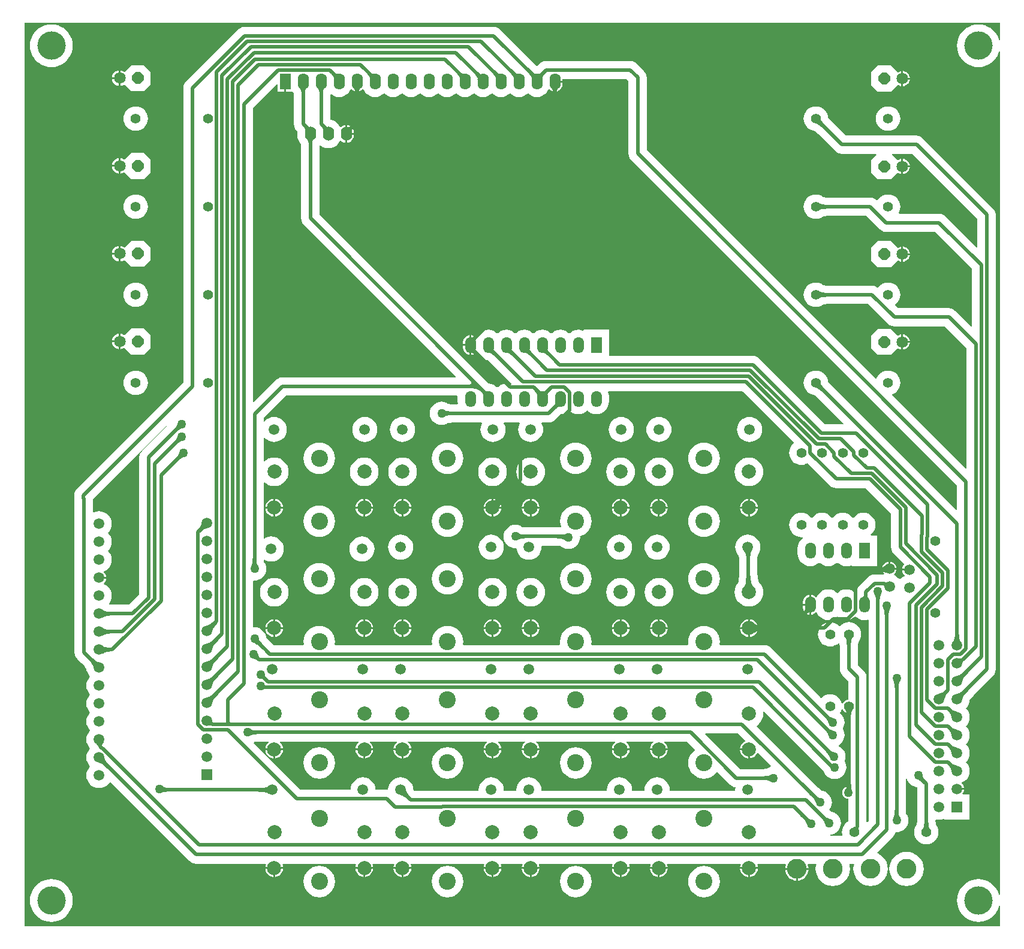
<source format=gtl>
G04*
G04 #@! TF.GenerationSoftware,Altium Limited,Altium Designer,20.2.5 (213)*
G04*
G04 Layer_Physical_Order=1*
G04 Layer_Color=255*
%FSTAX24Y24*%
%MOIN*%
G70*
G04*
G04 #@! TF.SameCoordinates,E6115DE1-F2E3-4B59-8193-A89D5BA3A6A3*
G04*
G04*
G04 #@! TF.FilePolarity,Positive*
G04*
G01*
G75*
%ADD31C,0.0200*%
%ADD32C,0.1100*%
%ADD33C,0.0551*%
%ADD34O,0.0600X0.0900*%
%ADD35R,0.0600X0.0900*%
%ADD36C,0.0945*%
%ADD37C,0.0787*%
%ADD38C,0.0591*%
%ADD39C,0.0650*%
%ADD40P,0.0704X8X22.5*%
%ADD41O,0.0620X0.0900*%
%ADD42R,0.0620X0.0900*%
%ADD43C,0.0598*%
%ADD44R,0.0598X0.0598*%
%ADD45C,0.1575*%
%ADD46O,0.0630X0.0787*%
%ADD47C,0.0500*%
G36*
X063246Y057068D02*
X063196Y057063D01*
X063183Y057118D01*
X063111Y057291D01*
X063014Y05745D01*
X062892Y057592D01*
X06275Y057714D01*
X062591Y057811D01*
X062418Y057883D01*
X062236Y057926D01*
X06205Y057941D01*
X061864Y057926D01*
X061682Y057883D01*
X061509Y057811D01*
X06135Y057714D01*
X061208Y057592D01*
X061086Y05745D01*
X060989Y057291D01*
X060917Y057118D01*
X060874Y056936D01*
X060859Y05675D01*
X060874Y056564D01*
X060917Y056382D01*
X060989Y056209D01*
X061086Y05605D01*
X061208Y055908D01*
X06135Y055786D01*
X061509Y055689D01*
X061682Y055617D01*
X061864Y055574D01*
X06205Y055559D01*
X062236Y055574D01*
X062418Y055617D01*
X062591Y055689D01*
X06275Y055786D01*
X062892Y055908D01*
X063014Y05605D01*
X063111Y056209D01*
X063183Y056382D01*
X063196Y056437D01*
X063246Y056432D01*
X063246Y009518D01*
X063196Y009512D01*
X063183Y009568D01*
X063111Y009741D01*
X063014Y0099D01*
X062892Y010042D01*
X06275Y010164D01*
X062591Y010261D01*
X062418Y010333D01*
X062236Y010376D01*
X06205Y010391D01*
X061864Y010376D01*
X061682Y010333D01*
X061509Y010261D01*
X06135Y010164D01*
X061208Y010042D01*
X061086Y0099D01*
X060989Y009741D01*
X060917Y009568D01*
X060874Y009386D01*
X060859Y0092D01*
X060874Y009014D01*
X060917Y008832D01*
X060989Y008659D01*
X061086Y0085D01*
X061208Y008358D01*
X06135Y008236D01*
X061509Y008139D01*
X061682Y008067D01*
X061864Y008024D01*
X06205Y008009D01*
X062236Y008024D01*
X062418Y008067D01*
X062591Y008139D01*
X06275Y008236D01*
X062892Y008358D01*
X063014Y0085D01*
X063111Y008659D01*
X063183Y008832D01*
X063196Y008888D01*
X063246Y008882D01*
Y007754D01*
X009004D01*
Y0087D01*
Y058046D01*
X063246D01*
Y057068D01*
D02*
G37*
%LPC*%
G36*
X0105Y057941D02*
X010314Y057926D01*
X010132Y057883D01*
X009959Y057811D01*
X0098Y057714D01*
X009658Y057592D01*
X009536Y05745D01*
X009439Y057291D01*
X009367Y057118D01*
X009324Y056936D01*
X009309Y05675D01*
X009324Y056564D01*
X009367Y056382D01*
X009439Y056209D01*
X009536Y05605D01*
X009658Y055908D01*
X0098Y055786D01*
X009959Y055689D01*
X010132Y055617D01*
X010314Y055574D01*
X0105Y055559D01*
X010686Y055574D01*
X010868Y055617D01*
X011041Y055689D01*
X0112Y055786D01*
X011342Y055908D01*
X011464Y05605D01*
X011561Y056209D01*
X011633Y056382D01*
X011676Y056564D01*
X011691Y05675D01*
X011676Y056936D01*
X011633Y057118D01*
X011561Y057291D01*
X011464Y05745D01*
X011342Y057592D01*
X0112Y057714D01*
X011041Y057811D01*
X010868Y057883D01*
X010686Y057926D01*
X0105Y057941D01*
D02*
G37*
G36*
X015662Y055675D02*
X014937D01*
X014575Y055312D01*
X014545Y055298D01*
X014514Y055321D01*
X014411Y055364D01*
X01435Y055372D01*
Y05495D01*
Y054528D01*
X014411Y054536D01*
X014514Y054579D01*
X014545Y054602D01*
X014575Y054587D01*
X014937Y054225D01*
X015662D01*
X016025Y054587D01*
Y055312D01*
X015662Y055675D01*
D02*
G37*
G36*
X01425Y055372D02*
X014189Y055364D01*
X014086Y055321D01*
X013997Y055253D01*
X013929Y055164D01*
X013886Y055061D01*
X013878Y055D01*
X01425D01*
Y055372D01*
D02*
G37*
G36*
X057863Y055347D02*
Y054975D01*
X058235D01*
X058227Y055036D01*
X058184Y055139D01*
X058116Y055228D01*
X058027Y055296D01*
X057924Y055339D01*
X057863Y055347D01*
D02*
G37*
G36*
X01425Y0549D02*
X013878D01*
X013886Y054839D01*
X013929Y054736D01*
X013997Y054647D01*
X014086Y054579D01*
X014189Y054536D01*
X01425Y054528D01*
Y0549D01*
D02*
G37*
G36*
X058235Y054875D02*
X057863D01*
Y054503D01*
X057924Y054511D01*
X058027Y054554D01*
X058116Y054622D01*
X058184Y05471D01*
X058227Y054814D01*
X058235Y054875D01*
D02*
G37*
G36*
X057175Y05565D02*
X05645D01*
X056088Y055287D01*
Y054562D01*
X05645Y0542D01*
X057175D01*
X057538Y054562D01*
X057568Y054577D01*
X057598Y054554D01*
X057702Y054511D01*
X057763Y054503D01*
Y054925D01*
Y055347D01*
X057702Y055339D01*
X057598Y055296D01*
X057568Y055272D01*
X057538Y055287D01*
X057175Y05565D01*
D02*
G37*
G36*
X05702Y053379D02*
X056888Y053366D01*
X056761Y053327D01*
X056643Y053264D01*
X05654Y05318D01*
X056456Y053077D01*
X056393Y05296D01*
X056355Y052832D01*
X056342Y0527D01*
X056355Y052568D01*
X056393Y05244D01*
X056456Y052323D01*
X05654Y05222D01*
X056643Y052136D01*
X056761Y052073D01*
X056888Y052034D01*
X05702Y052021D01*
X057153Y052034D01*
X05728Y052073D01*
X057398Y052136D01*
X057501Y05222D01*
X057585Y052323D01*
X057648Y05244D01*
X057686Y052568D01*
X057699Y0527D01*
X057686Y052832D01*
X057648Y05296D01*
X057585Y053077D01*
X057501Y05318D01*
X057398Y053264D01*
X05728Y053327D01*
X057153Y053366D01*
X05702Y053379D01*
D02*
G37*
G36*
X015192D02*
X01506Y053366D01*
X014932Y053327D01*
X014815Y053264D01*
X014712Y05318D01*
X014628Y053077D01*
X014565Y05296D01*
X014526Y052832D01*
X014513Y0527D01*
X014526Y052568D01*
X014565Y05244D01*
X014628Y052323D01*
X014712Y05222D01*
X014815Y052136D01*
X014932Y052073D01*
X01506Y052034D01*
X015192Y052021D01*
X015325Y052034D01*
X015452Y052073D01*
X015569Y052136D01*
X015672Y05222D01*
X015757Y052323D01*
X015819Y05244D01*
X015858Y052568D01*
X015871Y0527D01*
X015858Y052832D01*
X015819Y05296D01*
X015757Y053077D01*
X015672Y05318D01*
X015569Y053264D01*
X015452Y053327D01*
X015325Y053366D01*
X015192Y053379D01*
D02*
G37*
G36*
X015662Y050792D02*
X014937D01*
X014575Y050429D01*
X014545Y050414D01*
X014514Y050438D01*
X014411Y050481D01*
X01435Y050489D01*
Y050067D01*
Y049645D01*
X014411Y049653D01*
X014514Y049695D01*
X014545Y049719D01*
X014575Y049704D01*
X014937Y049342D01*
X015662D01*
X016025Y049704D01*
Y050429D01*
X015662Y050792D01*
D02*
G37*
G36*
X01425Y050489D02*
X014189Y050481D01*
X014086Y050438D01*
X013997Y05037D01*
X013929Y050281D01*
X013886Y050178D01*
X013878Y050117D01*
X01425D01*
Y050489D01*
D02*
G37*
G36*
X057863Y050464D02*
Y050091D01*
X058235D01*
X058227Y050152D01*
X058184Y050256D01*
X058116Y050345D01*
X058027Y050413D01*
X057924Y050456D01*
X057863Y050464D01*
D02*
G37*
G36*
X01425Y050017D02*
X013878D01*
X013886Y049956D01*
X013929Y049852D01*
X013997Y049764D01*
X014086Y049695D01*
X014189Y049653D01*
X01425Y049645D01*
Y050017D01*
D02*
G37*
G36*
X058235Y049991D02*
X057863D01*
Y049619D01*
X057924Y049627D01*
X058027Y04967D01*
X058116Y049738D01*
X058184Y049827D01*
X058227Y049931D01*
X058235Y049991D01*
D02*
G37*
G36*
X015192Y048479D02*
X01506Y048466D01*
X014932Y048427D01*
X014815Y048364D01*
X014712Y04828D01*
X014628Y048177D01*
X014565Y04806D01*
X014526Y047932D01*
X014513Y0478D01*
X014526Y047668D01*
X014565Y04754D01*
X014628Y047423D01*
X014712Y04732D01*
X014815Y047236D01*
X014932Y047173D01*
X01506Y047134D01*
X015192Y047121D01*
X015325Y047134D01*
X015452Y047173D01*
X015569Y047236D01*
X015672Y04732D01*
X015757Y047423D01*
X015819Y04754D01*
X015858Y047668D01*
X015871Y0478D01*
X015858Y047932D01*
X015819Y04806D01*
X015757Y048177D01*
X015672Y04828D01*
X015569Y048364D01*
X015452Y048427D01*
X015325Y048466D01*
X015192Y048479D01*
D02*
G37*
G36*
X015662Y045908D02*
X014937D01*
X014575Y045546D01*
X014545Y045531D01*
X014514Y045555D01*
X014411Y045597D01*
X01435Y045605D01*
Y045183D01*
Y044761D01*
X014411Y044769D01*
X014514Y044812D01*
X014545Y044836D01*
X014575Y044821D01*
X014937Y044458D01*
X015662D01*
X016025Y044821D01*
Y045546D01*
X015662Y045908D01*
D02*
G37*
G36*
X01425Y045605D02*
X014189Y045597D01*
X014086Y045555D01*
X013997Y045486D01*
X013929Y045398D01*
X013886Y045294D01*
X013878Y045233D01*
X01425D01*
Y045605D01*
D02*
G37*
G36*
X057863Y04558D02*
Y045208D01*
X058235D01*
X058227Y045269D01*
X058184Y045372D01*
X058116Y045461D01*
X058027Y045529D01*
X057924Y045572D01*
X057863Y04558D01*
D02*
G37*
G36*
X01425Y045133D02*
X013878D01*
X013886Y045072D01*
X013929Y044969D01*
X013997Y04488D01*
X014086Y044812D01*
X014189Y044769D01*
X01425Y044761D01*
Y045133D01*
D02*
G37*
G36*
X058235Y045108D02*
X057863D01*
Y044736D01*
X057924Y044744D01*
X058027Y044787D01*
X058116Y044855D01*
X058184Y044944D01*
X058227Y045047D01*
X058235Y045108D01*
D02*
G37*
G36*
X057175Y045883D02*
X05645D01*
X056088Y045521D01*
Y044796D01*
X05645Y044433D01*
X057175D01*
X057538Y044796D01*
X057568Y04481D01*
X057598Y044787D01*
X057702Y044744D01*
X057763Y044736D01*
Y045158D01*
Y04558D01*
X057702Y045572D01*
X057598Y045529D01*
X057568Y045506D01*
X057538Y045521D01*
X057175Y045883D01*
D02*
G37*
G36*
X015192Y043579D02*
X01506Y043566D01*
X014932Y043527D01*
X014815Y043464D01*
X014712Y04338D01*
X014628Y043277D01*
X014565Y04316D01*
X014526Y043032D01*
X014513Y0429D01*
X014526Y042768D01*
X014565Y04264D01*
X014628Y042523D01*
X014712Y04242D01*
X014815Y042336D01*
X014932Y042273D01*
X01506Y042234D01*
X015192Y042221D01*
X015325Y042234D01*
X015452Y042273D01*
X015569Y042336D01*
X015672Y04242D01*
X015757Y042523D01*
X015819Y04264D01*
X015858Y042768D01*
X015871Y0429D01*
X015858Y043032D01*
X015819Y04316D01*
X015757Y043277D01*
X015672Y04338D01*
X015569Y043464D01*
X015452Y043527D01*
X015325Y043566D01*
X015192Y043579D01*
D02*
G37*
G36*
X015662Y041025D02*
X014937D01*
X014575Y040662D01*
X014545Y040648D01*
X014514Y040671D01*
X014411Y040714D01*
X01435Y040722D01*
Y0403D01*
Y039878D01*
X014411Y039886D01*
X014514Y039929D01*
X014545Y039952D01*
X014575Y039938D01*
X014937Y039575D01*
X015662D01*
X016025Y039938D01*
Y040662D01*
X015662Y041025D01*
D02*
G37*
G36*
X01425Y040722D02*
X014189Y040714D01*
X014086Y040671D01*
X013997Y040603D01*
X013929Y040514D01*
X013886Y040411D01*
X013878Y04035D01*
X01425D01*
Y040722D01*
D02*
G37*
G36*
X057863Y040697D02*
Y040325D01*
X058235D01*
X058227Y040386D01*
X058184Y040489D01*
X058116Y040578D01*
X058027Y040646D01*
X057924Y040689D01*
X057863Y040697D01*
D02*
G37*
G36*
X01425Y04025D02*
X013878D01*
X013886Y040189D01*
X013929Y040086D01*
X013997Y039997D01*
X014086Y039929D01*
X014189Y039886D01*
X01425Y039878D01*
Y04025D01*
D02*
G37*
G36*
X058235Y040225D02*
X057863D01*
Y039853D01*
X057924Y039861D01*
X058027Y039904D01*
X058116Y039972D01*
X058184Y04006D01*
X058227Y040164D01*
X058235Y040225D01*
D02*
G37*
G36*
X057175Y041D02*
X05645D01*
X056088Y040637D01*
Y039912D01*
X05645Y03955D01*
X057175D01*
X057538Y039912D01*
X057568Y039927D01*
X057598Y039904D01*
X057702Y039861D01*
X057763Y039853D01*
Y040275D01*
Y040697D01*
X057702Y040689D01*
X057598Y040646D01*
X057568Y040622D01*
X057538Y040637D01*
X057175Y041D01*
D02*
G37*
G36*
X015192Y038679D02*
X01506Y038666D01*
X014932Y038627D01*
X014815Y038564D01*
X014712Y03848D01*
X014628Y038377D01*
X014565Y03826D01*
X014526Y038132D01*
X014513Y038D01*
X014526Y037868D01*
X014565Y03774D01*
X014628Y037623D01*
X014712Y03752D01*
X014815Y037436D01*
X014932Y037373D01*
X01506Y037334D01*
X015192Y037321D01*
X015325Y037334D01*
X015452Y037373D01*
X015569Y037436D01*
X015672Y03752D01*
X015757Y037623D01*
X015819Y03774D01*
X015858Y037868D01*
X015871Y038D01*
X015858Y038132D01*
X015819Y03826D01*
X015757Y038377D01*
X015672Y03848D01*
X015569Y038564D01*
X015452Y038627D01*
X015325Y038666D01*
X015192Y038679D01*
D02*
G37*
G36*
X03509Y057804D02*
X02125D01*
X021119Y057787D01*
X020998Y057737D01*
X020893Y057657D01*
X017993Y054757D01*
X017913Y054652D01*
X017863Y054531D01*
X017846Y0544D01*
Y038009D01*
X011926Y032089D01*
X011846Y031985D01*
X011796Y031863D01*
X011779Y031733D01*
Y031567D01*
X011796Y031437D01*
Y023D01*
X011813Y022869D01*
X011863Y022748D01*
X011943Y022643D01*
X012196Y022391D01*
X012299Y022283D01*
X012394Y022172D01*
X012423Y022133D01*
X012445Y022101D01*
X012454Y022085D01*
X012461Y022013D01*
X012501Y021881D01*
X012566Y02176D01*
X012625Y021688D01*
X012651Y02165D01*
X012625Y021612D01*
X012566Y02154D01*
X012501Y021419D01*
X012461Y021287D01*
X012447Y02115D01*
X012461Y021013D01*
X012501Y020881D01*
X012566Y02076D01*
X012625Y020688D01*
X012651Y02065D01*
X012625Y020612D01*
X012566Y02054D01*
X012501Y020419D01*
X012461Y020287D01*
X012447Y02015D01*
X012461Y020013D01*
X012501Y019881D01*
X012566Y01976D01*
X012625Y019688D01*
X012651Y01965D01*
X012625Y019612D01*
X012566Y01954D01*
X012501Y019419D01*
X012461Y019287D01*
X012447Y01915D01*
X012461Y019013D01*
X012501Y018881D01*
X012566Y01876D01*
X012653Y018653D01*
Y018647D01*
X012566Y01854D01*
X012501Y018419D01*
X012461Y018287D01*
X012447Y01815D01*
X012461Y018013D01*
X012501Y017881D01*
X012566Y01776D01*
X012625Y017688D01*
X012651Y01765D01*
X012625Y017612D01*
X012566Y01754D01*
X012501Y017419D01*
X012461Y017287D01*
X012447Y01715D01*
X012461Y017013D01*
X012501Y016881D01*
X012566Y01676D01*
X012625Y016688D01*
X012651Y01665D01*
X012625Y016612D01*
X012566Y01654D01*
X012501Y016419D01*
X012461Y016287D01*
X012447Y01615D01*
X012461Y016013D01*
X012501Y015881D01*
X012566Y01576D01*
X012653Y015653D01*
X01276Y015566D01*
X012881Y015501D01*
X013013Y015461D01*
X01315Y015447D01*
X013287Y015461D01*
X013419Y015501D01*
X01354Y015566D01*
X013647Y015653D01*
X013734Y01576D01*
X013747Y015783D01*
X013796Y015791D01*
X018193Y011393D01*
X018298Y011313D01*
X018419Y011263D01*
X01855Y011246D01*
X022412D01*
X02244Y011204D01*
X022409Y011129D01*
X022398Y01105D01*
X02289D01*
X023381D01*
X023371Y011129D01*
X02334Y011204D01*
X023367Y011246D01*
X027422D01*
X02745Y011204D01*
X027419Y011129D01*
X027408Y01105D01*
X0279D01*
X028391D01*
X028381Y011129D01*
X02835Y011204D01*
X028377Y011246D01*
X029542D01*
X02957Y011204D01*
X029538Y011129D01*
X029528Y01105D01*
X030019D01*
X030511D01*
X0305Y011129D01*
X030469Y011204D01*
X030497Y011246D01*
X034552D01*
X03458Y011204D01*
X034548Y011129D01*
X034538Y01105D01*
X035029D01*
X035521D01*
X03551Y011129D01*
X035479Y011204D01*
X035507Y011246D01*
X036671D01*
X036699Y011204D01*
X036668Y011129D01*
X036658Y01105D01*
X037149D01*
X03764D01*
X03763Y011129D01*
X037599Y011204D01*
X037627Y011246D01*
X041681D01*
X041709Y011204D01*
X041678Y011129D01*
X041668Y01105D01*
X042159D01*
X04265D01*
X04264Y011129D01*
X042609Y011204D01*
X042637Y011246D01*
X043801D01*
X043829Y011204D01*
X043798Y011129D01*
X043787Y01105D01*
X044279D01*
X04477D01*
X04476Y011129D01*
X044729Y011204D01*
X044756Y011246D01*
X048811D01*
X048839Y011204D01*
X048808Y011129D01*
X048797Y01105D01*
X049289D01*
X04978D01*
X04977Y011129D01*
X049739Y011204D01*
X049766Y011246D01*
X051322D01*
X051344Y01121D01*
X051345Y011196D01*
X051309Y011077D01*
X051302Y011D01*
X05195D01*
X052598D01*
X052591Y011077D01*
X052555Y011196D01*
X052556Y01121D01*
X052578Y011246D01*
X053005D01*
X053035Y011206D01*
X053014Y011136D01*
X052995Y01095D01*
X053014Y010764D01*
X053068Y010585D01*
X053156Y01042D01*
X053275Y010275D01*
X05342Y010156D01*
X053585Y010068D01*
X053764Y010014D01*
X05395Y009995D01*
X054136Y010014D01*
X054315Y010068D01*
X05448Y010156D01*
X054625Y010275D01*
X054744Y01042D01*
X054832Y010585D01*
X054886Y010764D01*
X054905Y01095D01*
X054886Y011136D01*
X054865Y011206D01*
X054895Y011246D01*
X055105D01*
X055135Y011206D01*
X055114Y011136D01*
X055095Y01095D01*
X055114Y010764D01*
X055168Y010585D01*
X055256Y01042D01*
X055375Y010275D01*
X05552Y010156D01*
X055685Y010068D01*
X055864Y010014D01*
X05605Y009995D01*
X056236Y010014D01*
X056415Y010068D01*
X05658Y010156D01*
X056725Y010275D01*
X056844Y01042D01*
X056932Y010585D01*
X056986Y010764D01*
X057005Y01095D01*
X056986Y011136D01*
X056932Y011315D01*
X056844Y01148D01*
X056725Y011625D01*
X05658Y011744D01*
X056437Y01182D01*
X056424Y011878D01*
X057307Y012761D01*
X057387Y012865D01*
X057437Y012987D01*
X057439Y013003D01*
X0575Y012997D01*
X057627Y013009D01*
X05775Y013047D01*
X057863Y013107D01*
X057962Y013188D01*
X058043Y013287D01*
X058103Y0134D01*
X058141Y013523D01*
X058153Y01365D01*
X058141Y013777D01*
X058103Y0139D01*
X058043Y014013D01*
X058022Y014038D01*
X058021Y014049D01*
X058004Y0143D01*
Y016072D01*
X058054Y016074D01*
X058059Y016023D01*
X058097Y0159D01*
X058157Y015787D01*
X058238Y015688D01*
X058337Y015607D01*
X05845Y015547D01*
X058573Y015509D01*
X058603Y015506D01*
X058605Y015505D01*
X058622Y015494D01*
X05864Y015482D01*
X058646Y015476D01*
Y01372D01*
X058646Y013719D01*
X058639Y013566D01*
X058627Y013454D01*
X058621Y013425D01*
X05862Y013419D01*
X058586Y013377D01*
X058523Y01326D01*
X058484Y013132D01*
X058471Y013D01*
X058484Y012868D01*
X058523Y01274D01*
X058586Y012623D01*
X05867Y01252D01*
X058773Y012436D01*
X05889Y012373D01*
X059018Y012334D01*
X05915Y012321D01*
X059282Y012334D01*
X05941Y012373D01*
X059527Y012436D01*
X05963Y01252D01*
X059714Y012623D01*
X059777Y01274D01*
X059816Y012868D01*
X059829Y013D01*
X059816Y013132D01*
X059777Y01326D01*
X059714Y013377D01*
X05968Y013419D01*
X059679Y013425D01*
X059675Y013447D01*
X059658Y013675D01*
X059705Y013713D01*
X059713Y013711D01*
X05985Y013697D01*
X059987Y013711D01*
X060101Y013745D01*
X060151Y013717D01*
Y013701D01*
X061549D01*
Y015099D01*
X061185D01*
X061161Y015149D01*
X061199Y015199D01*
X061239Y015296D01*
X061246Y01535D01*
X06085D01*
Y01545D01*
X061246D01*
X061239Y015504D01*
X061199Y015601D01*
X061135Y015685D01*
X06111Y015704D01*
X061111Y015705D01*
X061126Y015755D01*
X06124Y015816D01*
X061347Y015903D01*
X061434Y01601D01*
X061499Y016131D01*
X061539Y016263D01*
X061553Y0164D01*
X061539Y016537D01*
X061499Y016669D01*
X061434Y01679D01*
X061375Y016862D01*
X061349Y0169D01*
X061375Y016938D01*
X061434Y01701D01*
X061499Y017131D01*
X061539Y017263D01*
X061553Y0174D01*
X061539Y017537D01*
X061499Y017669D01*
X061434Y01779D01*
X061347Y017897D01*
Y017903D01*
X061434Y01801D01*
X061499Y018131D01*
X061539Y018263D01*
X061553Y0184D01*
X061539Y018537D01*
X061499Y018669D01*
X061434Y01879D01*
X061375Y018862D01*
X061349Y0189D01*
X061375Y018938D01*
X061434Y01901D01*
X061499Y019131D01*
X061539Y019263D01*
X061553Y0194D01*
X061539Y019537D01*
X061499Y019669D01*
X061434Y01979D01*
X061375Y019862D01*
X061349Y0199D01*
X061375Y019938D01*
X061434Y02001D01*
X061499Y020131D01*
X061539Y020263D01*
X061546Y020335D01*
X061555Y020351D01*
X06157Y020373D01*
X061766Y020603D01*
X061772Y020609D01*
X062857Y021693D01*
X062937Y021798D01*
X062987Y021919D01*
X063004Y02205D01*
Y04735D01*
X062987Y047481D01*
X062937Y047602D01*
X062857Y047707D01*
X058957Y051607D01*
X058852Y051687D01*
X058731Y051737D01*
X0586Y051754D01*
X054664D01*
X05387Y052548D01*
X05387Y052548D01*
X053766Y052661D01*
X053696Y052749D01*
X053679Y052774D01*
X053676Y052778D01*
X053671Y052832D01*
X053632Y05296D01*
X053569Y053077D01*
X053485Y05318D01*
X053382Y053264D01*
X053265Y053327D01*
X053137Y053366D01*
X053005Y053379D01*
X052872Y053366D01*
X052745Y053327D01*
X052628Y053264D01*
X052525Y05318D01*
X05244Y053077D01*
X052378Y05296D01*
X052339Y052832D01*
X052326Y0527D01*
X052339Y052568D01*
X052378Y05244D01*
X05244Y052323D01*
X052525Y05222D01*
X052628Y052136D01*
X052745Y052073D01*
X052872Y052034D01*
X052926Y052029D01*
X052931Y052026D01*
X05295Y052013D01*
X05316Y051831D01*
X054098Y050893D01*
X054203Y050813D01*
X054324Y050763D01*
X054455Y050746D01*
X056364D01*
X056383Y050699D01*
X056088Y050404D01*
Y049679D01*
X05645Y049316D01*
X057175D01*
X057538Y049679D01*
X057568Y049694D01*
X057598Y04967D01*
X057702Y049627D01*
X057763Y049619D01*
Y050041D01*
Y050464D01*
X057702Y050456D01*
X057598Y050413D01*
X057568Y050389D01*
X057538Y050404D01*
X057242Y050699D01*
X057261Y050746D01*
X058391D01*
X061996Y047141D01*
Y045533D01*
X061949Y045514D01*
X060207Y047257D01*
X060102Y047337D01*
X059981Y047387D01*
X05985Y047404D01*
X057632D01*
X057602Y047454D01*
X057648Y04754D01*
X057686Y047668D01*
X057699Y0478D01*
X057686Y047932D01*
X057648Y04806D01*
X057585Y048177D01*
X057501Y04828D01*
X057398Y048364D01*
X05728Y048427D01*
X057153Y048466D01*
X05702Y048479D01*
X056888Y048466D01*
X056761Y048427D01*
X056643Y048364D01*
X05654Y04828D01*
X056456Y048177D01*
X056443Y048152D01*
X056393Y048145D01*
X056381Y048157D01*
X056277Y048237D01*
X056155Y048287D01*
X056025Y048304D01*
X053724D01*
X053724Y048304D01*
X053571Y048311D01*
X053459Y048323D01*
X053429Y048329D01*
X053424Y04833D01*
X053382Y048364D01*
X053265Y048427D01*
X053137Y048466D01*
X053005Y048479D01*
X052872Y048466D01*
X052745Y048427D01*
X052628Y048364D01*
X052525Y04828D01*
X05244Y048177D01*
X052378Y04806D01*
X052339Y047932D01*
X052326Y0478D01*
X052339Y047668D01*
X052378Y04754D01*
X05244Y047423D01*
X052525Y04732D01*
X052628Y047236D01*
X052745Y047173D01*
X052872Y047134D01*
X053005Y047121D01*
X053137Y047134D01*
X053265Y047173D01*
X053382Y047236D01*
X053424Y04727D01*
X053429Y047271D01*
X053451Y047275D01*
X053729Y047296D01*
X055816D01*
X056568Y046543D01*
X056673Y046463D01*
X056794Y046413D01*
X056925Y046396D01*
X059641D01*
X061696Y044341D01*
Y041133D01*
X061649Y041114D01*
X060757Y042007D01*
X060652Y042087D01*
X060531Y042137D01*
X0604Y042154D01*
X057584D01*
X057427Y042311D01*
X057429Y042361D01*
X057501Y04242D01*
X057585Y042523D01*
X057648Y04264D01*
X057686Y042768D01*
X057699Y0429D01*
X057686Y043032D01*
X057648Y04316D01*
X057585Y043277D01*
X057501Y04338D01*
X057398Y043464D01*
X05728Y043527D01*
X057153Y043566D01*
X05702Y043579D01*
X056888Y043566D01*
X056761Y043527D01*
X056643Y043464D01*
X05654Y04338D01*
X056456Y043277D01*
X056455Y043277D01*
X056377Y043337D01*
X056255Y043387D01*
X056125Y043404D01*
X053724D01*
X053724Y043404D01*
X053571Y043411D01*
X053459Y043423D01*
X053429Y043429D01*
X053424Y04343D01*
X053382Y043464D01*
X053265Y043527D01*
X053137Y043566D01*
X053005Y043579D01*
X052872Y043566D01*
X052745Y043527D01*
X052628Y043464D01*
X052525Y04338D01*
X05244Y043277D01*
X052378Y04316D01*
X052339Y043032D01*
X052326Y0429D01*
X052339Y042768D01*
X052378Y04264D01*
X05244Y042523D01*
X052525Y04242D01*
X052628Y042336D01*
X052745Y042273D01*
X052872Y042234D01*
X053005Y042221D01*
X053137Y042234D01*
X053265Y042273D01*
X053382Y042336D01*
X053424Y04237D01*
X053429Y042371D01*
X053451Y042375D01*
X053729Y042396D01*
X055916D01*
X057018Y041293D01*
X057123Y041213D01*
X057244Y041163D01*
X057375Y041146D01*
X060191D01*
X061396Y039941D01*
Y033233D01*
X061349Y033214D01*
X057246Y037318D01*
X057258Y037366D01*
X05728Y037373D01*
X057398Y037436D01*
X057501Y03752D01*
X057585Y037623D01*
X057648Y03774D01*
X057686Y037868D01*
X057699Y038D01*
X057686Y038132D01*
X057648Y03826D01*
X057585Y038377D01*
X057501Y03848D01*
X057398Y038564D01*
X05728Y038627D01*
X057153Y038666D01*
X05702Y038679D01*
X056888Y038666D01*
X056761Y038627D01*
X056643Y038564D01*
X05654Y03848D01*
X056456Y038377D01*
X056393Y03826D01*
X056386Y038237D01*
X056338Y038225D01*
X043604Y050959D01*
Y054983D01*
X043604Y054983D01*
X043587Y055113D01*
X043537Y055235D01*
X043457Y055339D01*
X043457Y055339D01*
X043039Y055757D01*
X042935Y055837D01*
X042813Y055887D01*
X042683Y055904D01*
X03801D01*
X037879Y055887D01*
X037758Y055837D01*
X037653Y055757D01*
X0375Y055603D01*
X0375Y055603D01*
X0375Y055603D01*
X035447Y057657D01*
X035342Y057737D01*
X035221Y057787D01*
X03509Y057804D01*
D02*
G37*
G36*
X035521Y01095D02*
X035079D01*
Y010509D01*
X035158Y010519D01*
X035278Y010569D01*
X035382Y010648D01*
X035461Y010751D01*
X03551Y010871D01*
X035521Y01095D01*
D02*
G37*
G36*
X049239D02*
X048797D01*
X048808Y010871D01*
X048857Y010751D01*
X048937Y010648D01*
X04904Y010569D01*
X04916Y010519D01*
X049239Y010509D01*
Y01095D01*
D02*
G37*
G36*
X044229D02*
X043787D01*
X043798Y010871D01*
X043847Y010751D01*
X043927Y010648D01*
X04403Y010569D01*
X04415Y010519D01*
X044229Y010509D01*
Y01095D01*
D02*
G37*
G36*
X030511D02*
X030069D01*
Y010509D01*
X030148Y010519D01*
X030268Y010569D01*
X030372Y010648D01*
X030451Y010751D01*
X0305Y010871D01*
X030511Y01095D01*
D02*
G37*
G36*
X028391D02*
X02795D01*
Y010509D01*
X028029Y010519D01*
X028149Y010569D01*
X028252Y010648D01*
X028331Y010751D01*
X028381Y010871D01*
X028391Y01095D01*
D02*
G37*
G36*
X023381D02*
X02294D01*
Y010509D01*
X023019Y010519D01*
X023139Y010569D01*
X023242Y010648D01*
X023321Y010751D01*
X023371Y010871D01*
X023381Y01095D01*
D02*
G37*
G36*
X04265D02*
X042209D01*
Y010509D01*
X042288Y010519D01*
X042408Y010569D01*
X042511Y010648D01*
X04259Y010751D01*
X04264Y010871D01*
X04265Y01095D01*
D02*
G37*
G36*
X03764D02*
X037199D01*
Y010509D01*
X037278Y010519D01*
X037398Y010569D01*
X037501Y010648D01*
X03758Y010751D01*
X03763Y010871D01*
X03764Y01095D01*
D02*
G37*
G36*
X042109D02*
X041668D01*
X041678Y010871D01*
X041728Y010751D01*
X041807Y010648D01*
X04191Y010569D01*
X04203Y010519D01*
X042109Y010509D01*
Y01095D01*
D02*
G37*
G36*
X037099D02*
X036658D01*
X036668Y010871D01*
X036718Y010751D01*
X036797Y010648D01*
X0369Y010569D01*
X03702Y010519D01*
X037099Y010509D01*
Y01095D01*
D02*
G37*
G36*
X029969D02*
X029528D01*
X029538Y010871D01*
X029588Y010751D01*
X029667Y010648D01*
X02977Y010569D01*
X029891Y010519D01*
X029969Y010509D01*
Y01095D01*
D02*
G37*
G36*
X02785D02*
X027408D01*
X027419Y010871D01*
X027469Y010751D01*
X027548Y010648D01*
X027651Y010569D01*
X027771Y010519D01*
X02785Y010509D01*
Y01095D01*
D02*
G37*
G36*
X02284D02*
X022398D01*
X022409Y010871D01*
X022459Y010751D01*
X022538Y010648D01*
X022641Y010569D01*
X022761Y010519D01*
X02284Y010509D01*
Y01095D01*
D02*
G37*
G36*
X04978D02*
X049339D01*
Y010509D01*
X049418Y010519D01*
X049538Y010569D01*
X049641Y010648D01*
X04972Y010751D01*
X04977Y010871D01*
X04978Y01095D01*
D02*
G37*
G36*
X04477D02*
X044329D01*
Y010509D01*
X044408Y010519D01*
X044528Y010569D01*
X044631Y010648D01*
X04471Y010751D01*
X04476Y010871D01*
X04477Y01095D01*
D02*
G37*
G36*
X034979D02*
X034538D01*
X034548Y010871D01*
X034598Y010751D01*
X034677Y010648D01*
X03478Y010569D01*
X034901Y010519D01*
X034979Y010509D01*
Y01095D01*
D02*
G37*
G36*
X052598Y0109D02*
X052D01*
Y010302D01*
X052077Y010309D01*
X0522Y010347D01*
X052313Y010407D01*
X052412Y010488D01*
X052493Y010587D01*
X052553Y0107D01*
X052591Y010823D01*
X052598Y0109D01*
D02*
G37*
G36*
X0519D02*
X051302D01*
X051309Y010823D01*
X051347Y0107D01*
X051407Y010587D01*
X051488Y010488D01*
X051587Y010407D01*
X0517Y010347D01*
X051823Y010309D01*
X0519Y010302D01*
Y0109D01*
D02*
G37*
G36*
X05805Y011905D02*
X057864Y011886D01*
X057685Y011832D01*
X05752Y011744D01*
X057375Y011625D01*
X057256Y01148D01*
X057168Y011315D01*
X057114Y011136D01*
X057095Y01095D01*
X057114Y010764D01*
X057168Y010585D01*
X057256Y01042D01*
X057375Y010275D01*
X05752Y010156D01*
X057685Y010068D01*
X057864Y010014D01*
X05805Y009995D01*
X058236Y010014D01*
X058415Y010068D01*
X05858Y010156D01*
X058725Y010275D01*
X058844Y01042D01*
X058932Y010585D01*
X058986Y010764D01*
X059005Y01095D01*
X058986Y011136D01*
X058932Y011315D01*
X058844Y01148D01*
X058725Y011625D01*
X05858Y011744D01*
X058415Y011832D01*
X058236Y011886D01*
X05805Y011905D01*
D02*
G37*
G36*
X046789Y011127D02*
X046618Y01111D01*
X046453Y01106D01*
X046302Y010979D01*
X046169Y01087D01*
X04606Y010737D01*
X045979Y010585D01*
X045929Y010421D01*
X045912Y01025D01*
X045929Y010079D01*
X045979Y009915D01*
X04606Y009763D01*
X046169Y00963D01*
X046302Y009521D01*
X046453Y00944D01*
X046618Y00939D01*
X046789Y009373D01*
X04696Y00939D01*
X047124Y00944D01*
X047276Y009521D01*
X047409Y00963D01*
X047518Y009763D01*
X047599Y009915D01*
X047649Y010079D01*
X047665Y01025D01*
X047649Y010421D01*
X047599Y010585D01*
X047518Y010737D01*
X047409Y01087D01*
X047276Y010979D01*
X047124Y01106D01*
X04696Y01111D01*
X046789Y011127D01*
D02*
G37*
G36*
X039659D02*
X039488Y01111D01*
X039324Y01106D01*
X039172Y010979D01*
X039039Y01087D01*
X03893Y010737D01*
X038849Y010585D01*
X038799Y010421D01*
X038782Y01025D01*
X038799Y010079D01*
X038849Y009915D01*
X03893Y009763D01*
X039039Y00963D01*
X039172Y009521D01*
X039324Y00944D01*
X039488Y00939D01*
X039659Y009373D01*
X03983Y00939D01*
X039995Y00944D01*
X040146Y009521D01*
X040279Y00963D01*
X040388Y009763D01*
X040469Y009915D01*
X040519Y010079D01*
X040536Y01025D01*
X040519Y010421D01*
X040469Y010585D01*
X040388Y010737D01*
X040279Y01087D01*
X040146Y010979D01*
X039995Y01106D01*
X03983Y01111D01*
X039659Y011127D01*
D02*
G37*
G36*
X032529D02*
X032358Y01111D01*
X032194Y01106D01*
X032042Y010979D01*
X03191Y01087D01*
X0318Y010737D01*
X031719Y010585D01*
X03167Y010421D01*
X031653Y01025D01*
X03167Y010079D01*
X031719Y009915D01*
X0318Y009763D01*
X03191Y00963D01*
X032042Y009521D01*
X032194Y00944D01*
X032358Y00939D01*
X032529Y009373D01*
X0327Y00939D01*
X032865Y00944D01*
X033016Y009521D01*
X033149Y00963D01*
X033258Y009763D01*
X033339Y009915D01*
X033389Y010079D01*
X033406Y01025D01*
X033389Y010421D01*
X033339Y010585D01*
X033258Y010737D01*
X033149Y01087D01*
X033016Y010979D01*
X032865Y01106D01*
X0327Y01111D01*
X032529Y011127D01*
D02*
G37*
G36*
X0254D02*
X025229Y01111D01*
X025064Y01106D01*
X024913Y010979D01*
X02478Y01087D01*
X024671Y010737D01*
X02459Y010585D01*
X02454Y010421D01*
X024523Y01025D01*
X02454Y010079D01*
X02459Y009915D01*
X024671Y009763D01*
X02478Y00963D01*
X024913Y009521D01*
X025064Y00944D01*
X025229Y00939D01*
X0254Y009373D01*
X025571Y00939D01*
X025735Y00944D01*
X025887Y009521D01*
X02602Y00963D01*
X026129Y009763D01*
X02621Y009915D01*
X02626Y010079D01*
X026276Y01025D01*
X02626Y010421D01*
X02621Y010585D01*
X026129Y010737D01*
X02602Y01087D01*
X025887Y010979D01*
X025735Y01106D01*
X025571Y01111D01*
X0254Y011127D01*
D02*
G37*
G36*
X0105Y010391D02*
X010314Y010376D01*
X010132Y010333D01*
X009959Y010261D01*
X0098Y010164D01*
X009658Y010042D01*
X009536Y0099D01*
X009439Y009741D01*
X009367Y009568D01*
X009324Y009386D01*
X009309Y0092D01*
X009324Y009014D01*
X009367Y008832D01*
X009439Y008659D01*
X009536Y0085D01*
X009658Y008358D01*
X0098Y008236D01*
X009959Y008139D01*
X010132Y008067D01*
X010314Y008024D01*
X0105Y008009D01*
X010686Y008024D01*
X010868Y008067D01*
X011041Y008139D01*
X0112Y008236D01*
X011342Y008358D01*
X011464Y0085D01*
X011561Y008659D01*
X011633Y008832D01*
X011676Y009014D01*
X011691Y0092D01*
X011676Y009386D01*
X011633Y009568D01*
X011561Y009741D01*
X011464Y0099D01*
X011342Y010042D01*
X0112Y010164D01*
X011041Y010261D01*
X010868Y010333D01*
X010686Y010376D01*
X0105Y010391D01*
D02*
G37*
%LPD*%
G36*
X037919Y055167D02*
X037885Y055132D01*
X037832Y055068D01*
X037813Y055039D01*
X0378Y055013D01*
X037791Y054989D01*
X037787Y054967D01*
X037789Y054947D01*
X037795Y05493D01*
X037807Y054915D01*
X037525Y055197D01*
X03754Y055185D01*
X037557Y055179D01*
X037577Y055177D01*
X037599Y055181D01*
X037623Y05519D01*
X037649Y055203D01*
X037678Y055222D01*
X037709Y055246D01*
X037742Y055275D01*
X037777Y055309D01*
X037919Y055167D01*
D02*
G37*
G36*
X037258Y055275D02*
X037322Y055222D01*
X037351Y055203D01*
X037377Y05519D01*
X037401Y055181D01*
X037423Y055177D01*
X037443Y055179D01*
X03746Y055185D01*
X037475Y055197D01*
X037193Y054915D01*
X037205Y05493D01*
X037211Y054947D01*
X037213Y054967D01*
X037209Y054989D01*
X0372Y055013D01*
X037187Y055039D01*
X037168Y055068D01*
X037144Y055099D01*
X037115Y055132D01*
X037081Y055167D01*
X037223Y055309D01*
X037258Y055275D01*
D02*
G37*
G36*
X036258D02*
X036322Y055222D01*
X036351Y055203D01*
X036377Y05519D01*
X036401Y055181D01*
X036423Y055177D01*
X036443Y055179D01*
X03646Y055185D01*
X036475Y055197D01*
X036193Y054915D01*
X036205Y05493D01*
X036211Y054947D01*
X036213Y054967D01*
X036209Y054989D01*
X0362Y055013D01*
X036187Y055039D01*
X036168Y055068D01*
X036144Y055099D01*
X036115Y055132D01*
X036081Y055167D01*
X036223Y055309D01*
X036258Y055275D01*
D02*
G37*
G36*
X035258D02*
X035322Y055222D01*
X035351Y055203D01*
X035377Y05519D01*
X035401Y055181D01*
X035423Y055177D01*
X035443Y055179D01*
X03546Y055185D01*
X035475Y055197D01*
X035193Y054915D01*
X035205Y05493D01*
X035211Y054947D01*
X035213Y054967D01*
X035209Y054989D01*
X0352Y055013D01*
X035187Y055039D01*
X035168Y055068D01*
X035144Y055099D01*
X035115Y055132D01*
X035081Y055167D01*
X035223Y055309D01*
X035258Y055275D01*
D02*
G37*
G36*
X033258D02*
X033322Y055222D01*
X033351Y055203D01*
X033377Y05519D01*
X033401Y055181D01*
X033423Y055177D01*
X033443Y055179D01*
X03346Y055185D01*
X033475Y055197D01*
X033193Y054915D01*
X033205Y05493D01*
X033211Y054947D01*
X033213Y054967D01*
X033209Y054989D01*
X0332Y055013D01*
X033187Y055039D01*
X033168Y055068D01*
X033144Y055099D01*
X033115Y055132D01*
X033081Y055167D01*
X033223Y055309D01*
X033258Y055275D01*
D02*
G37*
G36*
X028258D02*
X028322Y055222D01*
X028351Y055203D01*
X028377Y05519D01*
X028401Y055181D01*
X028423Y055177D01*
X028443Y055179D01*
X02846Y055185D01*
X028475Y055197D01*
X028193Y054915D01*
X028205Y05493D01*
X028211Y054947D01*
X028213Y054967D01*
X028209Y054989D01*
X0282Y055013D01*
X028187Y055039D01*
X028168Y055068D01*
X028144Y055099D01*
X028115Y055132D01*
X028081Y055167D01*
X028223Y055309D01*
X028258Y055275D01*
D02*
G37*
G36*
X026258D02*
X026322Y055222D01*
X026351Y055203D01*
X026377Y05519D01*
X026401Y055181D01*
X026423Y055177D01*
X026443Y055179D01*
X02646Y055185D01*
X026475Y055197D01*
X026193Y054915D01*
X026205Y05493D01*
X026211Y054947D01*
X026213Y054967D01*
X026209Y054989D01*
X0262Y055013D01*
X026187Y055039D01*
X026168Y055068D01*
X026144Y055099D01*
X026115Y055132D01*
X026081Y055167D01*
X026223Y055309D01*
X026258Y055275D01*
D02*
G37*
G36*
X034231Y055261D02*
X034294Y05521D01*
X034322Y055192D01*
X034347Y055179D01*
X034371Y055171D01*
X034391Y055169D01*
X03441Y055172D01*
X034426Y05518D01*
X034439Y055193D01*
X034191Y054877D01*
X034201Y054894D01*
X034206Y054913D01*
X034206Y054934D01*
X034201Y054957D01*
X034191Y054982D01*
X034177Y05501D01*
X034157Y055039D01*
X034132Y05507D01*
X034103Y055104D01*
X034069Y05514D01*
X034196Y055295D01*
X034231Y055261D01*
D02*
G37*
G36*
X042596Y054774D02*
Y05075D01*
X042613Y050619D01*
X042663Y050498D01*
X042743Y050393D01*
X060846Y032291D01*
Y030938D01*
X060799Y030918D01*
X05387Y037848D01*
X05387Y037848D01*
X053766Y037961D01*
X053696Y038049D01*
X053679Y038074D01*
X053676Y038078D01*
X053671Y038132D01*
X053632Y03826D01*
X053569Y038377D01*
X053485Y03848D01*
X053382Y038564D01*
X053265Y038627D01*
X053137Y038666D01*
X053005Y038679D01*
X052872Y038666D01*
X052745Y038627D01*
X052628Y038564D01*
X052525Y03848D01*
X05244Y038377D01*
X052378Y03826D01*
X052339Y038132D01*
X052326Y038D01*
X052339Y037868D01*
X052378Y03774D01*
X05244Y037623D01*
X052525Y03752D01*
X052628Y037436D01*
X052745Y037373D01*
X052872Y037334D01*
X052926Y037329D01*
X052931Y037326D01*
X05295Y037313D01*
X05316Y037131D01*
X054558Y035734D01*
X054538Y035688D01*
X053525D01*
X049857Y039357D01*
X049752Y039437D01*
X049631Y039487D01*
X0495Y039504D01*
X0415D01*
Y04095D01*
X0401D01*
Y040934D01*
X04005Y040906D01*
X039937Y04094D01*
X0398Y040953D01*
X039663Y04094D01*
X039531Y0409D01*
X039409Y040835D01*
X039338Y040777D01*
X0393Y040749D01*
X039262Y040777D01*
X039191Y040835D01*
X039069Y0409D01*
X038937Y04094D01*
X0388Y040953D01*
X038663Y04094D01*
X038531Y0409D01*
X038409Y040835D01*
X038338Y040777D01*
X0383Y040749D01*
X038262Y040777D01*
X038191Y040835D01*
X038069Y0409D01*
X037937Y04094D01*
X0378Y040953D01*
X037663Y04094D01*
X037531Y0409D01*
X037409Y040835D01*
X037338Y040777D01*
X0373Y040749D01*
X037262Y040777D01*
X037191Y040835D01*
X037069Y0409D01*
X036937Y04094D01*
X0368Y040953D01*
X036663Y04094D01*
X036531Y0409D01*
X036409Y040835D01*
X036338Y040777D01*
X0363Y040749D01*
X036262Y040777D01*
X036191Y040835D01*
X036069Y0409D01*
X035937Y04094D01*
X0358Y040953D01*
X035663Y04094D01*
X035531Y0409D01*
X035409Y040835D01*
X035338Y040777D01*
X0353Y040749D01*
X035262Y040777D01*
X035191Y040835D01*
X035069Y0409D01*
X034937Y04094D01*
X0348Y040953D01*
X034663Y04094D01*
X034531Y0409D01*
X034409Y040835D01*
X034303Y040747D01*
X034215Y040641D01*
X034172Y04056D01*
X034211Y04052D01*
X034177Y040484D01*
X034124Y04042D01*
X034105Y040391D01*
X034091Y040364D01*
X034082Y04034D01*
X034078Y040318D01*
X03408Y040298D01*
X034086Y040281D01*
X034097Y040266D01*
X03385Y040513D01*
Y0401D01*
Y039687D01*
X034097Y039934D01*
X034086Y039919D01*
X03408Y039902D01*
X034078Y039882D01*
X034082Y03986D01*
X034091Y039836D01*
X034105Y039809D01*
X034124Y03978D01*
X034148Y039749D01*
X034177Y039716D01*
X034211Y03968D01*
X034172Y03964D01*
X034215Y039559D01*
X034303Y039453D01*
X034409Y039365D01*
X034531Y0393D01*
X034663Y03926D01*
X034789Y039248D01*
X036093Y037944D01*
X036069Y0379D01*
X035937Y03794D01*
X0358Y037953D01*
X035663Y03794D01*
X035531Y0379D01*
X035409Y037835D01*
X035338Y037777D01*
X0353Y037749D01*
X035262Y037777D01*
X035191Y037835D01*
X035069Y0379D01*
X034937Y03794D01*
X034811Y037952D01*
X034607Y038157D01*
X025404Y047359D01*
Y051195D01*
X02545Y051216D01*
X025501Y051174D01*
X025625Y051108D01*
X02576Y051067D01*
X0259Y051053D01*
X02604Y051067D01*
X026175Y051108D01*
X026299Y051174D01*
X026408Y051263D01*
X026497Y051372D01*
X026548Y051466D01*
X026601Y051475D01*
X026608Y051473D01*
X026691Y051409D01*
X026792Y051367D01*
X02685Y051359D01*
Y05185D01*
Y052341D01*
X026792Y052333D01*
X026691Y052291D01*
X026608Y052227D01*
X026601Y052225D01*
X026548Y052234D01*
X026497Y052328D01*
X026408Y052437D01*
X026299Y052526D01*
X026175Y052592D01*
X02604Y052633D01*
X026004Y052637D01*
Y05404D01*
X02605Y054061D01*
X026104Y054017D01*
X026227Y053951D01*
X026361Y05391D01*
X0265Y053897D01*
X026639Y05391D01*
X026773Y053951D01*
X026896Y054017D01*
X027004Y054106D01*
X027093Y054214D01*
X027147Y054314D01*
X027204Y054322D01*
X027208Y054318D01*
X027293Y054252D01*
X027393Y054211D01*
X027395Y05421D01*
X027391Y054249D01*
X027384Y054283D01*
X027375Y054311D01*
X027364Y054334D01*
X027351Y054352D01*
X027336Y054365D01*
X02732Y054373D01*
X027301Y054376D01*
X02745D01*
Y05475D01*
X02755D01*
Y054376D01*
X027699D01*
X02768Y054373D01*
X027664Y054365D01*
X027649Y054352D01*
X027636Y054334D01*
X027625Y054311D01*
X027616Y054283D01*
X027609Y054249D01*
X027604Y054211D01*
X027604Y05421D01*
X027607Y054211D01*
X027707Y054252D01*
X027792Y054318D01*
X027796Y054322D01*
X027853Y054314D01*
X027907Y054214D01*
X027996Y054106D01*
X028104Y054017D01*
X028227Y053951D01*
X028361Y05391D01*
X0285Y053897D01*
X028639Y05391D01*
X028773Y053951D01*
X028896Y054017D01*
X029Y054102D01*
X029104Y054017D01*
X029227Y053951D01*
X029361Y05391D01*
X0295Y053897D01*
X029639Y05391D01*
X029773Y053951D01*
X029896Y054017D01*
X03Y054102D01*
X030104Y054017D01*
X030227Y053951D01*
X030361Y05391D01*
X0305Y053897D01*
X030639Y05391D01*
X030773Y053951D01*
X030896Y054017D01*
X031Y054102D01*
X031104Y054017D01*
X031227Y053951D01*
X031361Y05391D01*
X0315Y053897D01*
X031639Y05391D01*
X031773Y053951D01*
X031896Y054017D01*
X032Y054102D01*
X032104Y054017D01*
X032227Y053951D01*
X032361Y05391D01*
X0325Y053897D01*
X032639Y05391D01*
X032773Y053951D01*
X032896Y054017D01*
X033Y054102D01*
X033104Y054017D01*
X033227Y053951D01*
X033361Y05391D01*
X0335Y053897D01*
X033639Y05391D01*
X033773Y053951D01*
X033896Y054017D01*
X034Y054102D01*
X034104Y054017D01*
X034227Y053951D01*
X034361Y05391D01*
X0345Y053897D01*
X034639Y05391D01*
X034773Y053951D01*
X034896Y054017D01*
X035Y054102D01*
X035104Y054017D01*
X035227Y053951D01*
X035361Y05391D01*
X0355Y053897D01*
X035639Y05391D01*
X035773Y053951D01*
X035896Y054017D01*
X036Y054102D01*
X036104Y054017D01*
X036227Y053951D01*
X036361Y05391D01*
X0365Y053897D01*
X036639Y05391D01*
X036773Y053951D01*
X036896Y054017D01*
X037Y054102D01*
X037104Y054017D01*
X037227Y053951D01*
X037361Y05391D01*
X0375Y053897D01*
X037639Y05391D01*
X037773Y053951D01*
X037896Y054017D01*
X038004Y054106D01*
X038093Y054214D01*
X038147Y054314D01*
X038204Y054322D01*
X038208Y054318D01*
X038293Y054252D01*
X038393Y054211D01*
X038395Y05421D01*
X038391Y054249D01*
X038384Y054283D01*
X038375Y054311D01*
X038364Y054334D01*
X038351Y054352D01*
X038336Y054365D01*
X03832Y054373D01*
X038301Y054376D01*
X03845D01*
Y05475D01*
X0385D01*
Y0548D01*
X038914D01*
Y05489D01*
X038919Y054896D01*
X042474D01*
X042596Y054774D01*
D02*
G37*
G36*
X02355Y0542D02*
X02391D01*
X02391Y0542D01*
Y0542D01*
X023944Y054168D01*
X023996Y054106D01*
X023996Y054105D01*
Y052398D01*
X024013Y052268D01*
X024063Y052146D01*
X024143Y052042D01*
X024188Y051997D01*
X024182Y051929D01*
Y051771D01*
X024195Y051631D01*
X024236Y051496D01*
X024303Y051372D01*
X024392Y051263D01*
X024396Y05126D01*
Y04715D01*
X024413Y047019D01*
X024463Y046898D01*
X024543Y046793D01*
X032986Y038351D01*
X032967Y038304D01*
X02335D01*
X023219Y038287D01*
X023098Y038237D01*
X022993Y038157D01*
X021751Y036914D01*
X021704Y036933D01*
Y053284D01*
X023044Y054623D01*
X02309Y054604D01*
Y0542D01*
X02345D01*
Y05475D01*
X02355D01*
Y0542D01*
D02*
G37*
G36*
X02568Y054373D02*
X025664Y054365D01*
X025649Y054352D01*
X025636Y054334D01*
X025625Y054311D01*
X025616Y054283D01*
X025609Y054249D01*
X025604Y054211D01*
X025601Y054167D01*
X0256Y054118D01*
X0254D01*
X025399Y054167D01*
X025391Y054249D01*
X025384Y054283D01*
X025375Y054311D01*
X025364Y054334D01*
X025351Y054352D01*
X025336Y054365D01*
X02532Y054373D01*
X025301Y054376D01*
X025699D01*
X02568Y054373D01*
D02*
G37*
G36*
X02468D02*
X024664Y054365D01*
X024649Y054352D01*
X024636Y054334D01*
X024625Y054311D01*
X024616Y054283D01*
X024609Y054249D01*
X024604Y054211D01*
X024601Y054167D01*
X0246Y054118D01*
X0244D01*
X024399Y054167D01*
X024391Y054249D01*
X024384Y054283D01*
X024375Y054311D01*
X024364Y054334D01*
X024351Y054352D01*
X024336Y054365D01*
X02432Y054373D01*
X024301Y054376D01*
X024699D01*
X02468Y054373D01*
D02*
G37*
G36*
X053284Y052671D02*
X053295Y052637D01*
X053313Y052599D01*
X053339Y052556D01*
X053372Y052508D01*
X05346Y052398D01*
X053577Y05227D01*
X053647Y052199D01*
X053505Y052058D01*
X053434Y052128D01*
X053197Y052333D01*
X053149Y052366D01*
X053106Y052391D01*
X053068Y05241D01*
X053034Y052421D01*
X053005Y052424D01*
X05328Y0527D01*
X053284Y052671D01*
D02*
G37*
G36*
X025705Y052336D02*
X025772Y05228D01*
X025802Y05226D01*
X025831Y052244D01*
X025857Y052233D01*
X025881Y052227D01*
X025903Y052226D01*
X025923Y05223D01*
X025941Y052239D01*
X0256Y052016D01*
X025614Y052029D01*
X025623Y052044D01*
X025627Y052061D01*
X025625Y052081D01*
X025618Y052103D01*
X025606Y052128D01*
X025588Y052156D01*
X025565Y052186D01*
X025537Y052219D01*
X025503Y052254D01*
X025669Y052371D01*
X025705Y052336D01*
D02*
G37*
G36*
X024705D02*
X024772Y05228D01*
X024802Y05226D01*
X024831Y052244D01*
X024857Y052233D01*
X024881Y052227D01*
X024903Y052226D01*
X024923Y05223D01*
X024941Y052239D01*
X0246Y052016D01*
X024614Y052029D01*
X024623Y052044D01*
X024627Y052061D01*
X024625Y052081D01*
X024618Y052103D01*
X024606Y052128D01*
X024588Y052156D01*
X024565Y052186D01*
X024537Y052219D01*
X024503Y052254D01*
X024669Y052371D01*
X024705Y052336D01*
D02*
G37*
G36*
X02508Y051528D02*
X025064Y05152D01*
X025049Y051507D01*
X025036Y051489D01*
X025025Y051466D01*
X025016Y051438D01*
X025009Y051405D01*
X025004Y051366D01*
X025001Y051322D01*
X025Y051274D01*
X0248D01*
X024799Y051322D01*
X024791Y051405D01*
X024784Y051438D01*
X024775Y051466D01*
X024764Y051489D01*
X024751Y051507D01*
X024736Y05152D01*
X02472Y051528D01*
X024701Y05153D01*
X025099D01*
X02508Y051528D01*
D02*
G37*
G36*
X053223Y047977D02*
X053254Y047961D01*
X053295Y047947D01*
X053343Y047934D01*
X0534Y047924D01*
X05354Y047909D01*
X053713Y047901D01*
X053813Y0479D01*
Y0477D01*
X053713Y047699D01*
X0534Y047676D01*
X053343Y047666D01*
X053295Y047653D01*
X053254Y047639D01*
X053223Y047623D01*
X053199Y047605D01*
Y047995D01*
X053223Y047977D01*
D02*
G37*
G36*
Y043077D02*
X053254Y043061D01*
X053295Y043047D01*
X053343Y043034D01*
X0534Y043024D01*
X05354Y043009D01*
X053713Y043001D01*
X053813Y043D01*
Y0428D01*
X053713Y042799D01*
X0534Y042776D01*
X053343Y042766D01*
X053295Y042753D01*
X053254Y042739D01*
X053223Y042723D01*
X053199Y042705D01*
Y043095D01*
X053223Y043077D01*
D02*
G37*
G36*
X038086Y039919D02*
X03808Y039902D01*
X038078Y039882D01*
X038082Y03986D01*
X038091Y039836D01*
X038105Y039809D01*
X038124Y03978D01*
X038148Y039749D01*
X038177Y039716D01*
X038211Y03968D01*
X03807Y039539D01*
X038034Y039573D01*
X03797Y039626D01*
X037941Y039645D01*
X037914Y039659D01*
X03789Y039668D01*
X037868Y039672D01*
X037848Y03967D01*
X037831Y039664D01*
X037816Y039653D01*
X038097Y039934D01*
X038086Y039919D01*
D02*
G37*
G36*
X037086D02*
X03708Y039902D01*
X037078Y039882D01*
X037082Y03986D01*
X037091Y039836D01*
X037105Y039809D01*
X037124Y03978D01*
X037148Y039749D01*
X037177Y039716D01*
X037211Y03968D01*
X03707Y039539D01*
X037034Y039573D01*
X03697Y039626D01*
X036941Y039645D01*
X036914Y039659D01*
X03689Y039668D01*
X036868Y039672D01*
X036848Y03967D01*
X036831Y039664D01*
X036816Y039653D01*
X037097Y039934D01*
X037086Y039919D01*
D02*
G37*
G36*
X036086D02*
X03608Y039902D01*
X036078Y039882D01*
X036082Y03986D01*
X036091Y039836D01*
X036105Y039809D01*
X036124Y03978D01*
X036148Y039749D01*
X036177Y039716D01*
X036211Y03968D01*
X03607Y039539D01*
X036034Y039573D01*
X03597Y039626D01*
X035941Y039645D01*
X035914Y039659D01*
X03589Y039668D01*
X035868Y039672D01*
X035848Y03967D01*
X035831Y039664D01*
X035816Y039653D01*
X036097Y039934D01*
X036086Y039919D01*
D02*
G37*
G36*
X035086D02*
X03508Y039902D01*
X035078Y039882D01*
X035082Y03986D01*
X035091Y039836D01*
X035105Y039809D01*
X035124Y03978D01*
X035148Y039749D01*
X035177Y039716D01*
X035211Y03968D01*
X03507Y039539D01*
X035034Y039573D01*
X03497Y039626D01*
X034941Y039645D01*
X034914Y039659D01*
X03489Y039668D01*
X034868Y039672D01*
X034848Y03967D01*
X034831Y039664D01*
X034816Y039653D01*
X035097Y039934D01*
X035086Y039919D01*
D02*
G37*
G36*
X038211Y03752D02*
X038177Y037484D01*
X038124Y03742D01*
X038105Y037391D01*
X038091Y037364D01*
X038082Y03734D01*
X038078Y037318D01*
X03808Y037298D01*
X038086Y037281D01*
X038097Y037266D01*
X037816Y037547D01*
X037831Y037536D01*
X037848Y03753D01*
X037868Y037528D01*
X03789Y037532D01*
X037914Y037541D01*
X037941Y037555D01*
X03797Y037574D01*
X038001Y037598D01*
X038034Y037627D01*
X03807Y037661D01*
X038211Y03752D01*
D02*
G37*
G36*
X053284Y037971D02*
X053295Y037937D01*
X053313Y037899D01*
X053339Y037856D01*
X053372Y037808D01*
X05346Y037698D01*
X053577Y03757D01*
X053647Y037499D01*
X053505Y037358D01*
X053434Y037428D01*
X053197Y037633D01*
X053149Y037666D01*
X053106Y037691D01*
X053068Y03771D01*
X053034Y037721D01*
X053005Y037724D01*
X05328Y038D01*
X053284Y037971D01*
D02*
G37*
G36*
X037566Y037627D02*
X03763Y037574D01*
X037659Y037555D01*
X037686Y037541D01*
X03771Y037532D01*
X037732Y037528D01*
X037752Y03753D01*
X037769Y037536D01*
X037784Y037547D01*
X037503Y037266D01*
X037514Y037281D01*
X03752Y037298D01*
X037522Y037318D01*
X037518Y03734D01*
X037509Y037364D01*
X037495Y037391D01*
X037476Y03742D01*
X037452Y037451D01*
X037423Y037484D01*
X037389Y03752D01*
X03753Y037661D01*
X037566Y037627D01*
D02*
G37*
G36*
X034321Y037871D02*
X034435Y037567D01*
X03453Y037661D01*
X034566Y037627D01*
X03463Y037574D01*
X034659Y037555D01*
X034686Y037541D01*
X03471Y037532D01*
X034732Y037528D01*
X034752Y03753D01*
X034769Y037536D01*
X034784Y037547D01*
X034503Y037266D01*
X034514Y037281D01*
X03452Y037298D01*
X034522Y037318D01*
X034518Y03734D01*
X034509Y037364D01*
X034495Y037391D01*
X034476Y03742D01*
X034452Y037451D01*
X034439Y037466D01*
X034434Y037471D01*
X034374Y037519D01*
X034311Y037561D01*
X034246Y037598D01*
X034179Y037629D01*
X03411Y037655D01*
X034038Y037675D01*
X033964Y037689D01*
X033887Y037697D01*
X033809Y0377D01*
X033609Y0379D01*
X033682Y037903D01*
X033741Y037911D01*
X033787Y037925D01*
X033819Y037945D01*
X033838Y037971D01*
X033843Y038002D01*
X033834Y038039D01*
X033812Y038081D01*
X033775Y038129D01*
X033726Y038183D01*
X034321Y037871D01*
D02*
G37*
G36*
X051779Y034684D02*
X051776Y034634D01*
X05172Y034588D01*
X051636Y034485D01*
X051573Y034368D01*
X051534Y03424D01*
X051521Y034108D01*
X051534Y033975D01*
X051573Y033848D01*
X051636Y033731D01*
X05172Y033628D01*
X051823Y033543D01*
X05194Y033481D01*
X052068Y033442D01*
X0522Y033429D01*
X052332Y033442D01*
X05246Y033481D01*
X052546Y033527D01*
X053779Y032293D01*
X053883Y032213D01*
X054005Y032163D01*
X054135Y032146D01*
X055791D01*
X057196Y030741D01*
Y02885D01*
X057213Y028719D01*
X057263Y028598D01*
X057343Y028493D01*
X05792Y027916D01*
X057918Y027882D01*
X057855Y027799D01*
X057815Y027703D01*
X057808Y02765D01*
X058187D01*
X0582Y027637D01*
Y02755D01*
X057808D01*
X057815Y027497D01*
X057855Y027401D01*
X057918Y027318D01*
X057947Y027296D01*
X057938Y027247D01*
X057933Y027245D01*
X057812Y027181D01*
X057706Y027094D01*
X057696Y027081D01*
X057646D01*
X057594Y027144D01*
X057488Y027231D01*
X057367Y027295D01*
X057362Y027297D01*
X057353Y027346D01*
X057382Y027368D01*
X057445Y027451D01*
X057485Y027547D01*
X057492Y0276D01*
X0571D01*
X056896D01*
X056911Y027423D01*
X056893Y027433D01*
X056865Y027442D01*
X056827Y02745D01*
X056779Y027457D01*
X056751Y027459D01*
X056755Y027451D01*
X056799Y027393D01*
X056774Y027343D01*
X056268D01*
X056138Y027326D01*
X056016Y027276D01*
X055912Y027195D01*
X05542Y026704D01*
X05534Y026599D01*
X055289Y026478D01*
X055273Y026355D01*
X055238Y026327D01*
X0552Y026299D01*
X055162Y026327D01*
X055091Y026385D01*
X054969Y02645D01*
X054837Y02649D01*
X0547Y026503D01*
X054563Y02649D01*
X054431Y02645D01*
X054309Y026385D01*
X054238Y026327D01*
X0542Y026299D01*
X054162Y026327D01*
X054091Y026385D01*
X053969Y02645D01*
X053837Y02649D01*
X0537Y026503D01*
X053563Y02649D01*
X053431Y02645D01*
X053309Y026385D01*
X053203Y026297D01*
X053115Y026191D01*
X053054Y026077D01*
X053003Y026062D01*
X052985Y026085D01*
X052902Y026149D01*
X052804Y02619D01*
X05275Y026197D01*
Y02565D01*
Y025103D01*
X052804Y02511D01*
X052902Y025151D01*
X052985Y025215D01*
X053003Y025238D01*
X053054Y025223D01*
X053115Y025109D01*
X053203Y025003D01*
X053309Y024915D01*
X053431Y02485D01*
X053563Y02481D01*
X0537Y024797D01*
X053837Y02481D01*
X053969Y02485D01*
X054091Y024915D01*
X054162Y024973D01*
X0542Y025001D01*
X054238Y024973D01*
X054309Y024915D01*
X054431Y02485D01*
X054563Y02481D01*
X0547Y024797D01*
X054837Y02481D01*
X054969Y02485D01*
X055091Y024915D01*
X055162Y024973D01*
X0552Y025001D01*
X055238Y024973D01*
X055309Y024915D01*
X055431Y02485D01*
X055563Y02481D01*
X0557Y024797D01*
X055837Y02481D01*
X05591Y024832D01*
X05595Y024802D01*
Y013631D01*
X055876Y013556D01*
X05583Y013576D01*
Y021616D01*
X055813Y021747D01*
X055762Y021868D01*
X055682Y021973D01*
X055354Y022301D01*
Y023288D01*
X055354Y023289D01*
X055361Y023442D01*
X055373Y023554D01*
X055379Y023583D01*
X05538Y023589D01*
X055414Y023631D01*
X055477Y023748D01*
X055516Y023875D01*
X055529Y024008D01*
X055516Y02414D01*
X055477Y024268D01*
X055414Y024385D01*
X05533Y024488D01*
X055227Y024572D01*
X05511Y024635D01*
X054982Y024674D01*
X05485Y024687D01*
X054718Y024674D01*
X05459Y024635D01*
X054473Y024572D01*
X05437Y024488D01*
X05435Y024464D01*
X0543D01*
X05428Y024488D01*
X054177Y024572D01*
X05406Y024635D01*
X053932Y024674D01*
X0538Y024687D01*
X053668Y024674D01*
X05354Y024635D01*
X053423Y024572D01*
X05332Y024488D01*
X053236Y024385D01*
X053173Y024268D01*
X053134Y02414D01*
X053121Y024008D01*
X053134Y023875D01*
X053173Y023748D01*
X053236Y023631D01*
X05332Y023528D01*
X053423Y023443D01*
X05354Y023381D01*
X053668Y023342D01*
X0538Y023329D01*
X053932Y023342D01*
X05406Y023381D01*
X054177Y023443D01*
X054278Y023526D01*
X054287Y023525D01*
X054329Y023509D01*
X054346Y023283D01*
Y022092D01*
X054363Y021961D01*
X054413Y02184D01*
X054493Y021735D01*
X054821Y021407D01*
Y020367D01*
X054752Y020358D01*
X054661Y02032D01*
X054582Y02026D01*
X054522Y020182D01*
X05451Y020152D01*
X054457Y020155D01*
X054427Y020252D01*
X054364Y020369D01*
X05428Y020472D01*
X054177Y020557D01*
X05406Y020619D01*
X053932Y020658D01*
X0538Y020671D01*
X053668Y020658D01*
X05354Y020619D01*
X053423Y020557D01*
X05332Y020472D01*
X053292Y020471D01*
X050507Y023257D01*
X050402Y023337D01*
X050281Y023387D01*
X05015Y023404D01*
X047688D01*
X047651Y023454D01*
X047665Y023599D01*
X047649Y02377D01*
X047599Y023934D01*
X047518Y024086D01*
X047409Y024219D01*
X047276Y024328D01*
X047124Y024409D01*
X04696Y024459D01*
X046789Y024475D01*
X046618Y024459D01*
X046453Y024409D01*
X046302Y024328D01*
X046169Y024219D01*
X04606Y024086D01*
X045979Y023934D01*
X045929Y02377D01*
X045912Y023599D01*
X045926Y023454D01*
X045889Y023404D01*
X040559D01*
X040522Y023454D01*
X040536Y023599D01*
X040519Y02377D01*
X040469Y023934D01*
X040388Y024086D01*
X040279Y024219D01*
X040146Y024328D01*
X039995Y024409D01*
X03983Y024459D01*
X039659Y024475D01*
X039488Y024459D01*
X039324Y024409D01*
X039172Y024328D01*
X039039Y024219D01*
X03893Y024086D01*
X038849Y023934D01*
X038799Y02377D01*
X038782Y023599D01*
X038797Y023454D01*
X038759Y023404D01*
X033429D01*
X033392Y023454D01*
X033406Y023599D01*
X033389Y02377D01*
X033339Y023934D01*
X033258Y024086D01*
X033149Y024219D01*
X033016Y024328D01*
X032865Y024409D01*
X0327Y024459D01*
X032529Y024475D01*
X032358Y024459D01*
X032194Y024409D01*
X032042Y024328D01*
X03191Y024219D01*
X0318Y024086D01*
X031719Y023934D01*
X03167Y02377D01*
X031653Y023599D01*
X031667Y023454D01*
X03163Y023404D01*
X026299D01*
X026262Y023454D01*
X026276Y023599D01*
X02626Y02377D01*
X02621Y023934D01*
X026129Y024086D01*
X02602Y024219D01*
X025887Y024328D01*
X025735Y024409D01*
X025571Y024459D01*
X0254Y024475D01*
X025229Y024459D01*
X025064Y024409D01*
X024913Y024328D01*
X02478Y024219D01*
X024671Y024086D01*
X02459Y023934D01*
X02454Y02377D01*
X024523Y023599D01*
X024537Y023454D01*
X0245Y023404D01*
X022859D01*
X022612Y023652D01*
X022519Y023752D01*
X022454Y02383D01*
X022444Y023845D01*
X022441Y023877D01*
X022403Y024D01*
X022343Y024113D01*
X022262Y024212D01*
X022163Y024293D01*
X02205Y024353D01*
X021927Y024391D01*
X0218Y024403D01*
X021741Y024397D01*
X021704Y024431D01*
Y026969D01*
X021741Y027003D01*
X0218Y026997D01*
X021927Y027009D01*
X02205Y027047D01*
X022163Y027107D01*
X022262Y027188D01*
X022343Y027287D01*
X022403Y0274D01*
X022441Y027523D01*
X022453Y02765D01*
X022441Y027777D01*
X022403Y0279D01*
X022343Y028013D01*
X022322Y028038D01*
X022321Y028049D01*
X022315Y028129D01*
X022364Y028158D01*
X022463Y028105D01*
X022594Y028065D01*
X02273Y028051D01*
X022867Y028065D01*
X022998Y028105D01*
X023118Y028169D01*
X023224Y028256D01*
X023311Y028362D01*
X023376Y028483D01*
X023416Y028614D01*
X023429Y02875D01*
X023416Y028886D01*
X023376Y029017D01*
X023311Y029138D01*
X023224Y029244D01*
X023118Y029331D01*
X022998Y029395D01*
X022867Y029435D01*
X02273Y029449D01*
X022594Y029435D01*
X022463Y029395D01*
X022354Y029337D01*
X022304Y029358D01*
Y032446D01*
X022354Y032469D01*
X022457Y032385D01*
X022595Y032312D01*
X022744Y032266D01*
X0229Y032251D01*
X023055Y032266D01*
X023205Y032312D01*
X023343Y032385D01*
X023464Y032484D01*
X023563Y032605D01*
X023637Y032743D01*
X023682Y032893D01*
X023697Y033048D01*
X023682Y033204D01*
X023637Y033354D01*
X023563Y033492D01*
X023464Y033612D01*
X023343Y033712D01*
X023205Y033785D01*
X023055Y033831D01*
X0229Y033846D01*
X022744Y033831D01*
X022595Y033785D01*
X022457Y033712D01*
X022354Y033628D01*
X022304Y033651D01*
Y034941D01*
X022354Y034958D01*
X022397Y034906D01*
X022503Y034819D01*
X022624Y034755D01*
X022755Y034715D01*
X022891Y034701D01*
X023028Y034715D01*
X023159Y034755D01*
X023279Y034819D01*
X023385Y034906D01*
X023472Y035012D01*
X023537Y035133D01*
X023577Y035264D01*
X02359Y0354D01*
X023577Y035536D01*
X023537Y035667D01*
X023472Y035788D01*
X023385Y035894D01*
X023279Y035981D01*
X023159Y036045D01*
X023028Y036085D01*
X022891Y036099D01*
X022755Y036085D01*
X022624Y036045D01*
X022503Y035981D01*
X022397Y035894D01*
X022354Y035842D01*
X022304Y035859D01*
Y036041D01*
X023559Y037296D01*
X033064D01*
X033097Y037259D01*
X033097Y03725D01*
Y03695D01*
X033106Y036854D01*
X033062Y036804D01*
X032843D01*
X032707Y03681D01*
X032606Y036819D01*
X032588Y036822D01*
X032563Y036843D01*
X03245Y036903D01*
X032327Y036941D01*
X0322Y036953D01*
X032073Y036941D01*
X03195Y036903D01*
X031837Y036843D01*
X031738Y036762D01*
X031657Y036663D01*
X031597Y03655D01*
X031559Y036427D01*
X031547Y0363D01*
X031559Y036173D01*
X031597Y03605D01*
X031657Y035937D01*
X031738Y035838D01*
X031837Y035757D01*
X03195Y035697D01*
X032073Y035659D01*
X0322Y035647D01*
X032327Y035659D01*
X03245Y035697D01*
X032563Y035757D01*
X032588Y035778D01*
X032599Y035779D01*
X03285Y035796D01*
X034427D01*
X034457Y035746D01*
X034415Y035667D01*
X034375Y035536D01*
X034362Y0354D01*
X034375Y035264D01*
X034415Y035133D01*
X034479Y035012D01*
X034566Y034906D01*
X034672Y034819D01*
X034793Y034755D01*
X034924Y034715D01*
X03506Y034701D01*
X035197Y034715D01*
X035328Y034755D01*
X035449Y034819D01*
X035554Y034906D01*
X035641Y035012D01*
X035706Y035133D01*
X035746Y035264D01*
X035759Y0354D01*
X035746Y035536D01*
X035706Y035667D01*
X035664Y035746D01*
X035694Y035796D01*
X036517D01*
X036547Y035746D01*
X036505Y035667D01*
X036465Y035536D01*
X036452Y0354D01*
X036465Y035264D01*
X036505Y035133D01*
X03657Y035012D01*
X036657Y034906D01*
X036763Y034819D01*
X036883Y034755D01*
X037014Y034715D01*
X037151Y034701D01*
X037287Y034715D01*
X037418Y034755D01*
X037539Y034819D01*
X037645Y034906D01*
X037732Y035012D01*
X037796Y035133D01*
X037836Y035264D01*
X037849Y0354D01*
X037836Y035536D01*
X037796Y035667D01*
X037754Y035746D01*
X037784Y035796D01*
X03815D01*
X038281Y035813D01*
X038402Y035863D01*
X038507Y035943D01*
X038811Y036248D01*
X038937Y03626D01*
X039069Y0363D01*
X039191Y036365D01*
X039262Y036423D01*
X0393Y036451D01*
X039338Y036423D01*
X039409Y036365D01*
X039531Y0363D01*
X039663Y03626D01*
X0398Y036247D01*
X039937Y03626D01*
X040069Y0363D01*
X040191Y036365D01*
X040262Y036423D01*
X0403Y036451D01*
X040338Y036423D01*
X040409Y036365D01*
X040531Y0363D01*
X040663Y03626D01*
X0408Y036247D01*
X040937Y03626D01*
X041069Y0363D01*
X041191Y036365D01*
X041297Y036453D01*
X041385Y036559D01*
X04145Y036681D01*
X04149Y036813D01*
X041503Y03695D01*
Y03725D01*
X04149Y037387D01*
X041457Y037496D01*
X041488Y037546D01*
X048917D01*
X051779Y034684D01*
D02*
G37*
G36*
X038784Y036653D02*
X038769Y036664D01*
X038752Y03667D01*
X038732Y036672D01*
X03871Y036668D01*
X038686Y036659D01*
X038659Y036645D01*
X03863Y036626D01*
X038599Y036602D01*
X038566Y036573D01*
X03853Y036539D01*
X038389Y03668D01*
X038423Y036716D01*
X038476Y03678D01*
X038495Y036809D01*
X038509Y036836D01*
X038518Y03686D01*
X038522Y036882D01*
X03852Y036902D01*
X038514Y036919D01*
X038503Y036934D01*
X038784Y036653D01*
D02*
G37*
G36*
X032396Y036462D02*
X032423Y036449D01*
X032459Y036438D01*
X032502Y036428D01*
X032553Y036419D01*
X03268Y036407D01*
X032838Y036401D01*
X032929Y0364D01*
Y0362D01*
X032838Y036199D01*
X032553Y036181D01*
X032502Y036172D01*
X032459Y036162D01*
X032423Y036151D01*
X032396Y036138D01*
X032377Y036123D01*
Y036477D01*
X032396Y036462D01*
D02*
G37*
G36*
X01775Y03545D02*
X017726Y035447D01*
X017698Y035437D01*
X017664Y03542D01*
X017627Y035396D01*
X017585Y035366D01*
X017486Y035285D01*
X01737Y035178D01*
X017305Y035114D01*
X017164Y035255D01*
X017228Y03532D01*
X017416Y035535D01*
X017446Y035577D01*
X01747Y035614D01*
X017487Y035648D01*
X017497Y035676D01*
X0175Y0357D01*
X01775Y03545D01*
D02*
G37*
G36*
Y03475D02*
X017726Y034747D01*
X017698Y034737D01*
X017664Y03472D01*
X017627Y034696D01*
X017585Y034666D01*
X017486Y034585D01*
X01737Y034478D01*
X017305Y034414D01*
X017164Y034555D01*
X017228Y03462D01*
X017416Y034834D01*
X017446Y034877D01*
X01747Y034914D01*
X017487Y034948D01*
X017497Y034976D01*
X0175Y035D01*
X01775Y03475D01*
D02*
G37*
G36*
X01785Y03385D02*
X017826Y033847D01*
X017798Y033837D01*
X017764Y03382D01*
X017727Y033796D01*
X017685Y033766D01*
X017586Y033685D01*
X01747Y033578D01*
X017405Y033514D01*
X017264Y033655D01*
X017328Y03372D01*
X017516Y033935D01*
X017546Y033977D01*
X01757Y034014D01*
X017587Y034048D01*
X017597Y034076D01*
X0176Y0341D01*
X01785Y03385D01*
D02*
G37*
G36*
X019178Y029902D02*
X019137Y029896D01*
X019095Y029885D01*
X019051Y029869D01*
X019007Y029849D01*
X018962Y029824D01*
X018916Y029795D01*
X018869Y029761D01*
X018772Y029678D01*
X018721Y02963D01*
X01858Y029771D01*
X018628Y029822D01*
X018711Y029919D01*
X018745Y029966D01*
X018774Y030012D01*
X018799Y030057D01*
X018819Y030101D01*
X018835Y030145D01*
X018846Y030187D01*
X018852Y030228D01*
X019178Y029902D01*
D02*
G37*
G36*
X021901Y028288D02*
X021919Y028003D01*
X021928Y027952D01*
X021938Y027909D01*
X021949Y027873D01*
X021962Y027846D01*
X021977Y027827D01*
X021623D01*
X021638Y027846D01*
X021651Y027873D01*
X021662Y027909D01*
X021672Y027952D01*
X021681Y028003D01*
X021693Y02813D01*
X021699Y028288D01*
X0217Y028379D01*
X0219D01*
X021901Y028288D01*
D02*
G37*
G36*
X056883Y026904D02*
X056889Y026899D01*
X056896Y026896D01*
X056902Y026893D01*
X056909Y026892D01*
X056916Y026892D01*
X056924Y026893D01*
X056931Y026895D01*
X056939Y026898D01*
X056946Y026902D01*
X056805Y02666D01*
X056804Y026668D01*
X056803Y026676D01*
X056799Y026685D01*
X056794Y026695D01*
X056788Y026705D01*
X05678Y026717D01*
X056771Y026728D01*
X056748Y026754D01*
X056735Y026768D01*
X056876Y026909D01*
X056883Y026904D01*
D02*
G37*
G36*
X055877Y026242D02*
X055877Y026205D01*
X055883Y026139D01*
X055888Y026109D01*
X055895Y02608D01*
X055903Y026054D01*
X055912Y026029D01*
X055923Y026006D01*
X055936Y025986D01*
X05595Y025967D01*
X055576Y026074D01*
X055595Y026071D01*
X055612Y026074D01*
X055627Y026082D01*
X05564Y026096D01*
X055651Y026115D01*
X05566Y026141D01*
X055667Y026172D01*
X055673Y026208D01*
X055676Y02625D01*
X055677Y026298D01*
X055877Y026242D01*
D02*
G37*
G36*
X056617Y026193D02*
X056604Y026165D01*
X056592Y02613D01*
X056582Y026087D01*
X056574Y026035D01*
X056562Y025909D01*
X056555Y025751D01*
X056555Y02566D01*
X056355D01*
X056354Y025751D01*
X056336Y026035D01*
X056327Y026087D01*
X056317Y02613D01*
X056306Y026165D01*
X056292Y026193D01*
X056278Y026212D01*
X056632D01*
X056617Y026193D01*
D02*
G37*
G36*
X016921Y035588D02*
X016921Y035584D01*
X015543Y034207D01*
X015463Y034102D01*
X015413Y033981D01*
X015396Y03385D01*
Y026233D01*
X014817Y025654D01*
X013995D01*
X013846Y025658D01*
X013723Y025667D01*
X0137Y025718D01*
X013734Y02576D01*
X013799Y025881D01*
X013839Y026013D01*
X013853Y02615D01*
X013839Y026287D01*
X013799Y026419D01*
X013734Y02654D01*
X013647Y026647D01*
X01354Y026734D01*
X013426Y026795D01*
X013411Y026845D01*
X01341Y026846D01*
X013435Y026865D01*
X013499Y026949D01*
X013539Y027046D01*
X013546Y0271D01*
X01315D01*
Y0272D01*
X013546D01*
X013539Y027254D01*
X013499Y027351D01*
X013435Y027435D01*
X01341Y027453D01*
X013411Y027455D01*
X013426Y027505D01*
X01354Y027566D01*
X013647Y027653D01*
X013734Y02776D01*
X013799Y027881D01*
X013839Y028013D01*
X013853Y02815D01*
X013839Y028287D01*
X013799Y028419D01*
X013734Y02854D01*
X013675Y028612D01*
X013649Y02865D01*
X013675Y028688D01*
X013734Y02876D01*
X013799Y028881D01*
X013839Y029013D01*
X013853Y02915D01*
X013839Y029287D01*
X013799Y029419D01*
X013734Y02954D01*
X013675Y029612D01*
X013649Y02965D01*
X013675Y029688D01*
X013734Y02976D01*
X013799Y029881D01*
X013839Y030013D01*
X013853Y03015D01*
X013839Y030287D01*
X013799Y030419D01*
X013734Y03054D01*
X013647Y030647D01*
X01354Y030734D01*
X013419Y030799D01*
X013287Y030839D01*
X01315Y030853D01*
X013013Y030839D01*
X012881Y030799D01*
X012847Y030781D01*
X012804Y030807D01*
Y031541D01*
X016874Y035611D01*
X016921Y035588D01*
D02*
G37*
G36*
X013388Y02534D02*
X013424Y025321D01*
X013469Y025305D01*
X013522Y02529D01*
X013585Y025278D01*
X013656Y025268D01*
X013825Y025254D01*
X01403Y02525D01*
Y02505D01*
X013923Y025049D01*
X013585Y025022D01*
X013522Y02501D01*
X013469Y024995D01*
X013424Y024979D01*
X013388Y02496D01*
X013361Y024938D01*
Y025362D01*
X013388Y02534D01*
D02*
G37*
G36*
X057112Y025404D02*
X057099Y025377D01*
X057088Y025341D01*
X057078Y025298D01*
X057069Y025247D01*
X057057Y02512D01*
X057051Y024962D01*
X05705Y024871D01*
X05685D01*
X056849Y024962D01*
X056831Y025247D01*
X056822Y025298D01*
X056812Y025341D01*
X056801Y025377D01*
X056788Y025404D01*
X056773Y025423D01*
X057127D01*
X057112Y025404D01*
D02*
G37*
G36*
X019754Y024663D02*
X019699Y024605D01*
X019604Y024497D01*
X019565Y024445D01*
X019532Y024396D01*
X019504Y024348D01*
X019482Y024303D01*
X019465Y024259D01*
X019454Y024217D01*
X019448Y024178D01*
X019128Y024498D01*
X019167Y024504D01*
X019209Y024515D01*
X019253Y024532D01*
X019298Y024554D01*
X019346Y024582D01*
X019395Y024615D01*
X019447Y024654D01*
X019555Y024749D01*
X019613Y024804D01*
X019754Y024663D01*
D02*
G37*
G36*
X013388Y02434D02*
X013424Y024321D01*
X013469Y024305D01*
X013522Y02429D01*
X013585Y024278D01*
X013656Y024268D01*
X013825Y024254D01*
X01403Y02425D01*
Y02405D01*
X013923Y024049D01*
X013585Y024022D01*
X013522Y02401D01*
X013469Y023995D01*
X013424Y023979D01*
X013388Y02396D01*
X013361Y023938D01*
Y024362D01*
X013388Y02434D01*
D02*
G37*
G36*
X060951Y024173D02*
X060978Y023835D01*
X06099Y023772D01*
X061005Y023719D01*
X061021Y023674D01*
X06104Y023638D01*
X061062Y023611D01*
X060638D01*
X06066Y023638D01*
X060679Y023674D01*
X060695Y023719D01*
X06071Y023772D01*
X060722Y023835D01*
X060732Y023906D01*
X060746Y024075D01*
X06075Y02428D01*
X06095D01*
X060951Y024173D01*
D02*
G37*
G36*
X055027Y02379D02*
X055011Y023758D01*
X054997Y023718D01*
X054984Y023669D01*
X054974Y023612D01*
X054959Y023473D01*
X054951Y023299D01*
X05495Y0232D01*
X05475D01*
X054749Y023299D01*
X054726Y023612D01*
X054716Y023669D01*
X054703Y023718D01*
X054689Y023758D01*
X054673Y02379D01*
X054655Y023813D01*
X055045D01*
X055027Y02379D01*
D02*
G37*
G36*
X019843Y023752D02*
X019768Y023675D01*
X019548Y023417D01*
X019512Y023364D01*
X019485Y023316D01*
X019465Y023272D01*
X019453Y023234D01*
X019449Y0232D01*
X01915Y023499D01*
X019184Y023503D01*
X019222Y023515D01*
X019266Y023535D01*
X019314Y023562D01*
X019367Y023598D01*
X019424Y023641D01*
X019554Y023751D01*
X019702Y023893D01*
X019843Y023752D01*
D02*
G37*
G36*
X022053Y023726D02*
X022063Y023698D01*
X02208Y023664D01*
X022104Y023627D01*
X022134Y023584D01*
X022215Y023486D01*
X022322Y02337D01*
X022386Y023305D01*
X022245Y023164D01*
X02218Y023228D01*
X021965Y023416D01*
X021923Y023446D01*
X021886Y02347D01*
X021852Y023487D01*
X021824Y023497D01*
X0218Y0235D01*
X02205Y02375D01*
X022053Y023726D01*
D02*
G37*
G36*
X013375Y023355D02*
X013413Y023333D01*
X013455Y023313D01*
X013501Y023297D01*
X013552Y023282D01*
X013608Y023271D01*
X013668Y023262D01*
X013801Y023251D01*
X013874Y02325D01*
Y02305D01*
X013801Y023049D01*
X013668Y023038D01*
X013608Y023029D01*
X013552Y023018D01*
X013501Y023003D01*
X013455Y022987D01*
X013413Y022967D01*
X013375Y022945D01*
X013342Y022921D01*
Y023379D01*
X013375Y023355D01*
D02*
G37*
G36*
X022003Y022903D02*
X02201Y022872D01*
X022018Y022842D01*
X022029Y022814D01*
X02204Y022787D01*
X022053Y022761D01*
X022068Y022736D01*
X022084Y022713D01*
X022102Y022691D01*
X022121Y022671D01*
X021979Y022529D01*
X021959Y022548D01*
X021937Y022566D01*
X021914Y022582D01*
X021889Y022597D01*
X021863Y02261D01*
X021836Y022621D01*
X021808Y022632D01*
X021778Y02264D01*
X021747Y022647D01*
X021715Y022653D01*
X021997Y022935D01*
X022003Y022903D01*
D02*
G37*
G36*
X060986Y022668D02*
X061001Y022663D01*
X061015Y022659D01*
X061029Y022656D01*
X061041Y022655D01*
X061053Y022656D01*
X061063Y022658D01*
X061072Y022661D01*
X061081Y022665D01*
X061088Y022671D01*
X061229Y02253D01*
X061215Y022515D01*
X061203Y0225D01*
X061192Y022485D01*
X061182Y02247D01*
X061173Y022454D01*
X061165Y022437D01*
X061159Y02242D01*
X061154Y022403D01*
X06115Y022386D01*
X061148Y022368D01*
X060969Y022674D01*
X060986Y022668D01*
D02*
G37*
G36*
X019843Y022752D02*
X019768Y022675D01*
X019548Y022417D01*
X019512Y022364D01*
X019485Y022316D01*
X019465Y022272D01*
X019453Y022234D01*
X019449Y0222D01*
X01915Y022499D01*
X019184Y022503D01*
X019222Y022515D01*
X019266Y022535D01*
X019314Y022562D01*
X019367Y022598D01*
X019424Y022641D01*
X019554Y022751D01*
X019702Y022893D01*
X019843Y022752D01*
D02*
G37*
G36*
X012675Y022768D02*
X012933Y022548D01*
X012986Y022512D01*
X013034Y022485D01*
X013078Y022465D01*
X013116Y022453D01*
X01315Y022449D01*
X012851Y02215D01*
X012847Y022184D01*
X012835Y022222D01*
X012815Y022266D01*
X012788Y022314D01*
X012752Y022367D01*
X012709Y022424D01*
X012599Y022554D01*
X012457Y022702D01*
X012598Y022843D01*
X012675Y022768D01*
D02*
G37*
G36*
X061543Y021952D02*
X061468Y021875D01*
X061248Y021617D01*
X061212Y021564D01*
X061185Y021516D01*
X061165Y021472D01*
X061153Y021434D01*
X061149Y0214D01*
X06085Y021699D01*
X060884Y021703D01*
X060922Y021715D01*
X060966Y021735D01*
X061014Y021762D01*
X061067Y021798D01*
X061124Y021841D01*
X061254Y021951D01*
X061402Y022093D01*
X061543Y021952D01*
D02*
G37*
G36*
X019843Y021752D02*
X019768Y021675D01*
X019548Y021417D01*
X019512Y021364D01*
X019485Y021316D01*
X019465Y021272D01*
X019453Y021234D01*
X019449Y0212D01*
X01915Y021499D01*
X019184Y021503D01*
X019222Y021515D01*
X019266Y021535D01*
X019314Y021562D01*
X019367Y021598D01*
X019424Y021641D01*
X019554Y021751D01*
X019702Y021893D01*
X019843Y021752D01*
D02*
G37*
G36*
X057662Y021354D02*
X057649Y021327D01*
X057638Y021291D01*
X057628Y021248D01*
X057619Y021197D01*
X057607Y02107D01*
X057601Y020912D01*
X0576Y020821D01*
X0574D01*
X057399Y020912D01*
X057381Y021197D01*
X057372Y021248D01*
X057362Y021291D01*
X057351Y021327D01*
X057338Y021354D01*
X057323Y021373D01*
X057677D01*
X057662Y021354D01*
D02*
G37*
G36*
X061543Y020952D02*
X061468Y020875D01*
X061248Y020617D01*
X061212Y020564D01*
X061185Y020516D01*
X061165Y020472D01*
X061153Y020434D01*
X061149Y0204D01*
X06085Y020699D01*
X060884Y020703D01*
X060922Y020715D01*
X060966Y020735D01*
X061014Y020762D01*
X061067Y020798D01*
X061124Y020841D01*
X061254Y020951D01*
X061402Y021093D01*
X061543Y020952D01*
D02*
G37*
G36*
X06042Y020828D02*
X060372Y020778D01*
X060289Y020681D01*
X060255Y020634D01*
X060226Y020588D01*
X060201Y020543D01*
X060181Y020499D01*
X060165Y020455D01*
X060154Y020413D01*
X060148Y020372D01*
X059822Y020698D01*
X059863Y020704D01*
X059905Y020715D01*
X059949Y020731D01*
X059993Y020751D01*
X060038Y020776D01*
X060084Y020805D01*
X060131Y020839D01*
X060228Y020922D01*
X060279Y02097D01*
X06042Y020828D01*
D02*
G37*
G36*
X019843Y020752D02*
X019768Y020675D01*
X019548Y020417D01*
X019512Y020364D01*
X019485Y020316D01*
X019465Y020272D01*
X019453Y020234D01*
X019449Y0202D01*
X01915Y020499D01*
X019184Y020503D01*
X019222Y020515D01*
X019266Y020535D01*
X019314Y020562D01*
X019367Y020598D01*
X019424Y020641D01*
X019554Y020751D01*
X019702Y020893D01*
X019843Y020752D01*
D02*
G37*
G36*
X06047Y019923D02*
X060568Y01984D01*
X060615Y019806D01*
X060662Y019776D01*
X060707Y019751D01*
X060751Y019731D01*
X060795Y019715D01*
X060837Y019704D01*
X060878Y019698D01*
X060552Y019372D01*
X060546Y019413D01*
X060535Y019455D01*
X060519Y019499D01*
X060499Y019543D01*
X060474Y019588D01*
X060444Y019635D01*
X06041Y019682D01*
X060327Y01978D01*
X060279Y01983D01*
X06042Y019971D01*
X06047Y019923D01*
D02*
G37*
G36*
X05357Y019622D02*
X053784Y019434D01*
X053827Y019404D01*
X053864Y01938D01*
X053898Y019363D01*
X053926Y019353D01*
X05395Y01935D01*
X0537Y0191D01*
X053697Y019124D01*
X053687Y019152D01*
X05367Y019186D01*
X053646Y019223D01*
X053616Y019266D01*
X053535Y019364D01*
X053428Y01948D01*
X053364Y019545D01*
X053505Y019686D01*
X05357Y019622D01*
D02*
G37*
G36*
X01945Y019192D02*
X019452Y019181D01*
X019456Y019169D01*
X019461Y019157D01*
X019468Y019145D01*
X019476Y019132D01*
X019485Y019119D01*
X019496Y019105D01*
X019523Y019077D01*
X019381Y018935D01*
X019374Y018941D01*
X019367Y018946D01*
X01936Y018949D01*
X019352Y018951D01*
X019343Y018952D01*
X019334Y018952D01*
X019325Y01895D01*
X019315Y018947D01*
X019305Y018943D01*
X019295Y018938D01*
X019449Y019203D01*
X01945Y019192D01*
D02*
G37*
G36*
X05357Y018922D02*
X053784Y018734D01*
X053827Y018704D01*
X053864Y01868D01*
X053898Y018663D01*
X053926Y018653D01*
X05395Y01865D01*
X0537Y0184D01*
X053697Y018424D01*
X053687Y018452D01*
X05367Y018486D01*
X053646Y018523D01*
X053616Y018565D01*
X053535Y018664D01*
X053428Y01878D01*
X053364Y018845D01*
X053505Y018986D01*
X05357Y018922D01*
D02*
G37*
G36*
X021596Y018712D02*
X021623Y018699D01*
X021659Y018688D01*
X021702Y018678D01*
X021753Y018669D01*
X02188Y018657D01*
X022038Y018651D01*
X022129Y01865D01*
Y01845D01*
X022038Y018449D01*
X021753Y018431D01*
X021702Y018422D01*
X021659Y018412D01*
X021623Y018401D01*
X021596Y018388D01*
X021577Y018373D01*
Y018727D01*
X021596Y018712D01*
D02*
G37*
G36*
X06047Y018923D02*
X060568Y01884D01*
X060615Y018806D01*
X060662Y018776D01*
X060707Y018751D01*
X060751Y018731D01*
X060795Y018715D01*
X060837Y018704D01*
X060878Y018698D01*
X060552Y018372D01*
X060546Y018413D01*
X060535Y018455D01*
X060519Y018499D01*
X060499Y018543D01*
X060474Y018588D01*
X060444Y018635D01*
X06041Y018682D01*
X060327Y01878D01*
X060279Y01883D01*
X06042Y018972D01*
X06047Y018923D01*
D02*
G37*
G36*
X013394Y017971D02*
X01333Y017834D01*
X013323Y017813D01*
X013318Y017795D01*
X013315Y01778D01*
X013314Y017766D01*
X013114D01*
X013112Y017774D01*
X013108Y017783D01*
X013101Y017794D01*
X01309Y017806D01*
X013077Y01782D01*
X013042Y017852D01*
X012996Y017891D01*
X012968Y017912D01*
X013412Y018006D01*
X013394Y017971D01*
D02*
G37*
G36*
X046273Y017603D02*
X046271Y017553D01*
X046169Y01747D01*
X04606Y017337D01*
X045979Y017185D01*
X045929Y017021D01*
X045912Y01685D01*
X045929Y016679D01*
X045979Y016514D01*
X04606Y016363D01*
X046169Y01623D01*
X046302Y016121D01*
X046453Y01604D01*
X046618Y01599D01*
X046789Y015973D01*
X04696Y01599D01*
X047124Y01604D01*
X047276Y016121D01*
X047409Y01623D01*
X047492Y016332D01*
X047542Y016334D01*
X048233Y015643D01*
X048337Y015563D01*
X048459Y015513D01*
X048523Y015504D01*
X048534Y015486D01*
X048521Y01535D01*
X048522Y015341D01*
X048488Y015304D01*
X044912D01*
X044878Y015341D01*
X044879Y01535D01*
X044866Y015486D01*
X044826Y015617D01*
X044761Y015738D01*
X044674Y015844D01*
X044568Y015931D01*
X044448Y015995D01*
X044317Y016035D01*
X04418Y016049D01*
X044044Y016035D01*
X043913Y015995D01*
X043792Y015931D01*
X043686Y015844D01*
X043599Y015738D01*
X043535Y015617D01*
X043495Y015486D01*
X043482Y01535D01*
X043483Y015341D01*
X043449Y015304D01*
X042821D01*
X042788Y015341D01*
X042789Y01535D01*
X042775Y015486D01*
X042735Y015617D01*
X042671Y015738D01*
X042584Y015844D01*
X042478Y015931D01*
X042357Y015995D01*
X042226Y016035D01*
X04209Y016049D01*
X041954Y016035D01*
X041823Y015995D01*
X041702Y015931D01*
X041596Y015844D01*
X041509Y015738D01*
X041445Y015617D01*
X041405Y015486D01*
X041391Y01535D01*
X041392Y015341D01*
X041359Y015304D01*
X037782D01*
X037748Y015341D01*
X037749Y01535D01*
X037736Y015486D01*
X037696Y015617D01*
X037632Y015738D01*
X037545Y015844D01*
X037439Y015931D01*
X037318Y015995D01*
X037187Y016035D01*
X037051Y016049D01*
X036914Y016035D01*
X036783Y015995D01*
X036663Y015931D01*
X036557Y015844D01*
X03647Y015738D01*
X036405Y015617D01*
X036365Y015486D01*
X036352Y01535D01*
X036353Y015341D01*
X036319Y015304D01*
X035692D01*
X035658Y015341D01*
X035659Y01535D01*
X035646Y015486D01*
X035606Y015617D01*
X035541Y015738D01*
X035454Y015844D01*
X035349Y015931D01*
X035228Y015995D01*
X035097Y016035D01*
X03496Y016049D01*
X034824Y016035D01*
X034693Y015995D01*
X034572Y015931D01*
X034466Y015844D01*
X034379Y015738D01*
X034315Y015617D01*
X034275Y015486D01*
X034262Y01535D01*
X034263Y015341D01*
X034229Y015304D01*
X030693D01*
X030661Y015345D01*
X03064Y015373D01*
X030625Y015399D01*
X030617Y015415D01*
X030616Y015416D01*
X030615Y015423D01*
X030611Y015439D01*
X030606Y015486D01*
X030566Y015617D01*
X030502Y015738D01*
X030415Y015844D01*
X030309Y015931D01*
X030188Y015995D01*
X030057Y016035D01*
X029921Y016049D01*
X029785Y016035D01*
X029654Y015995D01*
X029533Y015931D01*
X029427Y015844D01*
X02934Y015738D01*
X029276Y015617D01*
X029236Y015486D01*
X029227Y015399D01*
X029173Y015355D01*
X029145Y015359D01*
X028528D01*
X028516Y015486D01*
X028476Y015617D01*
X028412Y015738D01*
X028325Y015844D01*
X028219Y015931D01*
X028098Y015995D01*
X027967Y016035D01*
X027831Y016049D01*
X027694Y016035D01*
X027563Y015995D01*
X027443Y015931D01*
X027337Y015844D01*
X02725Y015738D01*
X027185Y015617D01*
X027145Y015486D01*
X027133Y015359D01*
X024354D01*
X021756Y017958D01*
X021758Y017972D01*
X021771Y018013D01*
X021788Y018028D01*
X021799Y018029D01*
X02205Y018046D01*
X022578D01*
X022595Y017996D01*
X022538Y017952D01*
X022459Y017849D01*
X022409Y017728D01*
X022398Y01765D01*
X02289D01*
Y0176D01*
D01*
Y01765D01*
X023381D01*
X023371Y017728D01*
X023321Y017849D01*
X023242Y017952D01*
X023185Y017996D01*
X023202Y018046D01*
X027588D01*
X027605Y017996D01*
X027548Y017952D01*
X027469Y017849D01*
X027419Y017728D01*
X027408Y01765D01*
X0279D01*
Y0176D01*
D01*
Y01765D01*
X028391D01*
X028381Y017728D01*
X028331Y017849D01*
X028252Y017952D01*
X028195Y017996D01*
X028212Y018046D01*
X029708D01*
X029725Y017996D01*
X029667Y017952D01*
X029588Y017849D01*
X029538Y017728D01*
X029528Y01765D01*
X030019D01*
Y0176D01*
D01*
Y01765D01*
X030511D01*
X0305Y017728D01*
X030451Y017849D01*
X030372Y017952D01*
X030314Y017996D01*
X030331Y018046D01*
X034718D01*
X034735Y017996D01*
X034677Y017952D01*
X034598Y017849D01*
X034548Y017728D01*
X034538Y01765D01*
X035029D01*
X035521D01*
X03551Y017728D01*
X035461Y017849D01*
X035382Y017952D01*
X035324Y017996D01*
X035341Y018046D01*
X036837D01*
X036854Y017996D01*
X036797Y017952D01*
X036718Y017849D01*
X036668Y017728D01*
X036658Y01765D01*
X037149D01*
X03764D01*
X03763Y017728D01*
X03758Y017849D01*
X037501Y017952D01*
X037444Y017996D01*
X037461Y018046D01*
X041847D01*
X041864Y017996D01*
X041807Y017952D01*
X041728Y017849D01*
X041678Y017728D01*
X041668Y01765D01*
X042159D01*
X04265D01*
X04264Y017728D01*
X04259Y017849D01*
X042511Y017952D01*
X042454Y017996D01*
X042471Y018046D01*
X043967D01*
X043984Y017996D01*
X043927Y017952D01*
X043847Y017849D01*
X043798Y017728D01*
X043787Y01765D01*
X044279D01*
Y0176D01*
D01*
Y01765D01*
X04477D01*
X04476Y017728D01*
X04471Y017849D01*
X044631Y017952D01*
X044574Y017996D01*
X044591Y018046D01*
X04583D01*
X046273Y017603D01*
D02*
G37*
G36*
X060472Y017922D02*
X060569Y017839D01*
X060616Y017805D01*
X060662Y017776D01*
X060707Y017751D01*
X060751Y017731D01*
X060795Y017715D01*
X060837Y017704D01*
X060878Y017698D01*
X060552Y017372D01*
X060546Y017413D01*
X060535Y017455D01*
X060519Y017499D01*
X060499Y017543D01*
X060474Y017588D01*
X060445Y017634D01*
X060411Y017681D01*
X060328Y017778D01*
X06028Y017829D01*
X060422Y01797D01*
X060472Y017922D01*
D02*
G37*
G36*
X05362Y017722D02*
X053835Y017534D01*
X053877Y017504D01*
X053914Y01748D01*
X053948Y017463D01*
X053976Y017453D01*
X054Y01745D01*
X05375Y0172D01*
X053747Y017224D01*
X053737Y017252D01*
X05372Y017286D01*
X053696Y017323D01*
X053666Y017365D01*
X053585Y017464D01*
X053478Y01758D01*
X053414Y017645D01*
X053555Y017786D01*
X05362Y017722D01*
D02*
G37*
G36*
X04909Y018097D02*
X04908Y018048D01*
X04904Y018031D01*
X048937Y017952D01*
X048857Y017849D01*
X048808Y017728D01*
X048797Y01765D01*
X049289D01*
Y0176D01*
X049339D01*
Y017108D01*
X049418Y017119D01*
X049538Y017168D01*
X049641Y017247D01*
X04972Y017351D01*
X049737Y017391D01*
X049786Y017401D01*
X050501Y016686D01*
X050486Y01663D01*
X0504Y016603D01*
X050287Y016543D01*
X050262Y016522D01*
X050251Y016521D01*
X05Y016504D01*
X048798D01*
X046847Y018455D01*
X046866Y018502D01*
X048685D01*
X04909Y018097D01*
D02*
G37*
G36*
X013453Y017116D02*
X013465Y017078D01*
X013485Y017034D01*
X013512Y016986D01*
X013548Y016933D01*
X013591Y016876D01*
X013701Y016746D01*
X013843Y016598D01*
X013702Y016457D01*
X013625Y016532D01*
X013367Y016752D01*
X013314Y016788D01*
X013266Y016815D01*
X013222Y016835D01*
X013184Y016847D01*
X01315Y016851D01*
X013449Y01715D01*
X013453Y017116D01*
D02*
G37*
G36*
X060472Y016922D02*
X060569Y016839D01*
X060616Y016805D01*
X060662Y016776D01*
X060707Y016751D01*
X060751Y016731D01*
X060795Y016715D01*
X060837Y016704D01*
X060878Y016698D01*
X060552Y016372D01*
X060546Y016413D01*
X060535Y016455D01*
X060519Y016499D01*
X060499Y016543D01*
X060474Y016588D01*
X060445Y016634D01*
X060411Y016681D01*
X060328Y016778D01*
X06028Y016829D01*
X060422Y01697D01*
X060472Y016922D01*
D02*
G37*
G36*
X054522Y019803D02*
X054582Y019724D01*
X054661Y019664D01*
X054718Y01964D01*
X054716Y019654D01*
X054703Y019702D01*
X054689Y019742D01*
X054673Y019774D01*
X054655Y019797D01*
X055045D01*
X055027Y019774D01*
X055011Y019742D01*
X054997Y019702D01*
X054984Y019654D01*
X054974Y019597D01*
X054959Y019457D01*
X054951Y019284D01*
X05495Y019184D01*
X054821D01*
Y015931D01*
X05495Y015917D01*
X054951Y015825D01*
X054971Y015488D01*
X054979Y015446D01*
X054988Y015413D01*
X054997Y015388D01*
X055009Y015371D01*
X054655Y015382D01*
X054673Y015404D01*
X054689Y015433D01*
X054703Y01547D01*
X054716Y015514D01*
X05472Y015535D01*
X05465Y015506D01*
X054576Y01545D01*
X05452Y015377D01*
X054485Y015291D01*
X054473Y0152D01*
X054485Y015109D01*
X05452Y015023D01*
X054576Y01495D01*
X05465Y014894D01*
X054735Y014859D01*
X054821Y014848D01*
Y013599D01*
X054757Y013564D01*
X054654Y01348D01*
X05457Y013377D01*
X054507Y01326D01*
X054468Y013132D01*
X054455Y013D01*
X054468Y012868D01*
X054475Y012844D01*
X054446Y012804D01*
X053828D01*
X053826Y012854D01*
X053877Y012859D01*
X054Y012897D01*
X054113Y012957D01*
X054212Y013038D01*
X054293Y013137D01*
X054353Y01325D01*
X054391Y013373D01*
X054403Y0135D01*
X054391Y013627D01*
X054353Y01375D01*
X054293Y013863D01*
X054212Y013962D01*
X054113Y014043D01*
X054Y014103D01*
X053877Y014141D01*
X053845Y014144D01*
X053836Y01415D01*
X053746Y014229D01*
X053793Y014287D01*
X053853Y0144D01*
X053891Y014523D01*
X053903Y01465D01*
X053891Y014777D01*
X053853Y0149D01*
X053793Y015013D01*
X053712Y015112D01*
X053613Y015193D01*
X0535Y015253D01*
X053377Y015291D01*
X053345Y015294D01*
X053336Y0153D01*
X053147Y015466D01*
X049726Y018887D01*
X04974Y018944D01*
X049853Y019036D01*
X049952Y019157D01*
X050026Y019294D01*
X050071Y019444D01*
X050086Y0196D01*
X050076Y019704D01*
X050124Y019726D01*
X053423Y016427D01*
X053447Y01635D01*
X053507Y016237D01*
X053588Y016138D01*
X053687Y016057D01*
X0538Y015997D01*
X053923Y015959D01*
X05405Y015947D01*
X054177Y015959D01*
X0543Y015997D01*
X054413Y016057D01*
X054512Y016138D01*
X054593Y016237D01*
X054653Y01635D01*
X054691Y016473D01*
X054703Y0166D01*
X054691Y016727D01*
X054653Y01685D01*
X054602Y016947D01*
X054603Y01695D01*
X054641Y017073D01*
X054653Y0172D01*
X054641Y017327D01*
X054603Y01745D01*
X054543Y017563D01*
X054462Y017662D01*
X054363Y017743D01*
X054284Y017785D01*
Y017842D01*
X054313Y017857D01*
X054412Y017938D01*
X054493Y018037D01*
X054553Y01815D01*
X054591Y018273D01*
X054603Y0184D01*
X054591Y018527D01*
X054553Y01865D01*
X0545Y01875D01*
X054553Y01885D01*
X054591Y018973D01*
X054603Y0191D01*
X054591Y019227D01*
X054553Y01935D01*
X054493Y019463D01*
X054412Y019562D01*
X054357Y019606D01*
X054364Y019615D01*
X054427Y019732D01*
X054457Y01983D01*
X05451Y019832D01*
X054522Y019803D01*
D02*
G37*
G36*
X050473Y015823D02*
X050454Y015838D01*
X050427Y015851D01*
X050391Y015862D01*
X050348Y015872D01*
X050297Y015881D01*
X05017Y015893D01*
X050012Y015899D01*
X049921Y0159D01*
Y0161D01*
X050012Y016101D01*
X050297Y016119D01*
X050348Y016128D01*
X050391Y016138D01*
X050427Y016149D01*
X050454Y016162D01*
X050473Y016177D01*
Y015823D01*
D02*
G37*
G36*
X058954Y01614D02*
X058963Y016109D01*
X058978Y016075D01*
X058997Y016039D01*
X059022Y016001D01*
X059052Y01596D01*
X059126Y01587D01*
X059221Y015771D01*
X059079Y015629D01*
X059028Y015679D01*
X05889Y015798D01*
X058849Y015828D01*
X058811Y015853D01*
X058775Y015872D01*
X058741Y015887D01*
X05871Y015896D01*
X058682Y015901D01*
X058949Y016168D01*
X058954Y01614D01*
D02*
G37*
G36*
X016712Y015543D02*
X016742Y015524D01*
X01678Y015506D01*
X016825Y015491D01*
X016878Y015479D01*
X016937Y015468D01*
X017077Y015455D01*
X017157Y015451D01*
X017245Y01545D01*
X0172Y01525D01*
X017106Y01525D01*
X0167Y015225D01*
X016677Y015219D01*
X016664Y015211D01*
X016688Y015565D01*
X016712Y015543D01*
D02*
G37*
G36*
X022583Y015141D02*
X022556Y015162D01*
X022521Y01518D01*
X022478Y015197D01*
X022425Y015211D01*
X022363Y015223D01*
X022293Y015233D01*
X022126Y015246D01*
X021923Y01525D01*
Y01545D01*
X022029Y015451D01*
X022363Y015477D01*
X022425Y015489D01*
X022478Y015503D01*
X022521Y01552D01*
X022556Y015538D01*
X022583Y015559D01*
Y015141D01*
D02*
G37*
G36*
X030221Y01533D02*
X030232Y01529D01*
X03025Y015247D01*
X030273Y015201D01*
X030303Y015152D01*
X030338Y015101D01*
X030428Y014991D01*
X030482Y014932D01*
X030542Y014871D01*
X0304Y014729D01*
X030339Y014789D01*
X03017Y014933D01*
X030119Y014968D01*
X03007Y014998D01*
X030024Y015021D01*
X029981Y015039D01*
X029941Y01505D01*
X029904Y015055D01*
X030216Y015367D01*
X030221Y01533D01*
D02*
G37*
G36*
X05287Y015172D02*
X053085Y014984D01*
X053127Y014954D01*
X053164Y01493D01*
X053198Y014913D01*
X053226Y014903D01*
X05325Y0149D01*
X053Y01465D01*
X052997Y014674D01*
X052987Y014702D01*
X05297Y014736D01*
X052946Y014773D01*
X052916Y014815D01*
X052835Y014914D01*
X052728Y01503D01*
X052664Y015095D01*
X052805Y015236D01*
X05287Y015172D01*
D02*
G37*
G36*
X057601Y014288D02*
X057619Y014003D01*
X057628Y013952D01*
X057638Y013909D01*
X057649Y013873D01*
X057662Y013846D01*
X057677Y013827D01*
X057323D01*
X057338Y013846D01*
X057351Y013873D01*
X057362Y013909D01*
X057372Y013952D01*
X057381Y014003D01*
X057393Y01413D01*
X057399Y014288D01*
X0574Y014379D01*
X0576D01*
X057601Y014288D01*
D02*
G37*
G36*
X05337Y014022D02*
X053584Y013834D01*
X053627Y013804D01*
X053664Y01378D01*
X053698Y013763D01*
X053726Y013753D01*
X05375Y01375D01*
X0535Y0135D01*
X053497Y013524D01*
X053487Y013552D01*
X05347Y013586D01*
X053446Y013623D01*
X053416Y013665D01*
X053335Y013764D01*
X053228Y01388D01*
X053164Y013945D01*
X053305Y014086D01*
X05337Y014022D01*
D02*
G37*
G36*
X05237Y013972D02*
X052585Y013784D01*
X052627Y013754D01*
X052664Y01373D01*
X052698Y013713D01*
X052726Y013703D01*
X05275Y0137D01*
X0525Y01345D01*
X052497Y013474D01*
X052487Y013502D01*
X05247Y013536D01*
X052446Y013573D01*
X052416Y013615D01*
X052335Y013714D01*
X052228Y01383D01*
X052164Y013895D01*
X052305Y014036D01*
X05237Y013972D01*
D02*
G37*
G36*
X059251Y013709D02*
X059274Y013396D01*
X059284Y013339D01*
X059297Y01329D01*
X059311Y01325D01*
X059327Y013218D01*
X059345Y013195D01*
X058955D01*
X058973Y013218D01*
X058989Y01325D01*
X059003Y01329D01*
X059016Y013339D01*
X059026Y013396D01*
X059041Y013535D01*
X059049Y013709D01*
X05905Y013808D01*
X05925D01*
X059251Y013709D01*
D02*
G37*
G36*
X055396Y013216D02*
X05539Y013208D01*
X055385Y0132D01*
X055382Y01319D01*
X05538Y01318D01*
X055379Y013168D01*
X055379Y013155D01*
X055381Y013141D01*
X055384Y013125D01*
X055389Y013109D01*
X055394Y013091D01*
X055092Y013272D01*
X05511Y013276D01*
X055128Y01328D01*
X055145Y013286D01*
X055162Y013293D01*
X055179Y013301D01*
X055195Y01331D01*
X055211Y01332D01*
X055226Y013331D01*
X055241Y013344D01*
X055255Y013357D01*
X055396Y013216D01*
D02*
G37*
%LPC*%
G36*
X038914Y0547D02*
X03855D01*
Y054376D01*
X038699D01*
X03868Y054373D01*
X038664Y054365D01*
X038649Y054352D01*
X038636Y054334D01*
X038625Y054311D01*
X038616Y054283D01*
X038609Y054249D01*
X038604Y054211D01*
X038604Y05421D01*
X038607Y054211D01*
X038707Y054252D01*
X038792Y054318D01*
X038858Y054403D01*
X038899Y054503D01*
X038914Y05461D01*
Y0547D01*
D02*
G37*
G36*
X02695Y052341D02*
Y052226D01*
X026962Y052222D01*
X026982Y05222D01*
X027003Y052224D01*
X027027Y052233D01*
X027054Y052246D01*
X027082Y052265D01*
X027113Y052289D01*
X027109Y052291D01*
X027008Y052333D01*
X02695Y052341D01*
D02*
G37*
G36*
Y052219D02*
Y0519D01*
X027319D01*
Y051929D01*
X027304Y052037D01*
X027262Y052138D01*
X027261Y05214D01*
X027236Y052111D01*
X027218Y052082D01*
X027204Y052056D01*
X027195Y052032D01*
X027192Y05201D01*
X027193Y051991D01*
X0272Y051973D01*
X027211Y051958D01*
X02695Y052219D01*
D02*
G37*
G36*
X027319Y0518D02*
X02695D01*
Y051359D01*
X027008Y051367D01*
X027109Y051409D01*
X027196Y051475D01*
X027262Y051562D01*
X027304Y051663D01*
X027319Y051771D01*
Y0518D01*
D02*
G37*
G36*
X03385Y040647D02*
Y040529D01*
X033868Y040528D01*
X03389Y040532D01*
X033914Y040541D01*
X033941Y040555D01*
X03397Y040574D01*
X034001Y040598D01*
X034002Y040599D01*
X034002Y040599D01*
X033904Y04064D01*
X03385Y040647D01*
D02*
G37*
G36*
X03375D02*
X033696Y04064D01*
X033598Y040599D01*
X033515Y040535D01*
X033451Y040452D01*
X03341Y040354D01*
X033397Y04025D01*
Y04015D01*
X03375D01*
Y040647D01*
D02*
G37*
G36*
X033868Y039672D02*
X03385Y039671D01*
Y039553D01*
X033904Y03956D01*
X034001Y0396D01*
X03397Y039626D01*
X033941Y039645D01*
X033914Y039659D01*
X03389Y039668D01*
X033868Y039672D01*
D02*
G37*
G36*
X03375Y04005D02*
X033397D01*
Y03995D01*
X03341Y039846D01*
X033451Y039748D01*
X033515Y039665D01*
X033598Y039601D01*
X033696Y03956D01*
X03375Y039553D01*
Y04005D01*
D02*
G37*
G36*
X04932Y036099D02*
X049183Y036085D01*
X049052Y036045D01*
X048932Y035981D01*
X048826Y035894D01*
X048739Y035788D01*
X048674Y035667D01*
X048634Y035536D01*
X048621Y0354D01*
X048634Y035264D01*
X048674Y035133D01*
X048739Y035012D01*
X048826Y034906D01*
X048932Y034819D01*
X049052Y034755D01*
X049183Y034715D01*
X04932Y034701D01*
X049456Y034715D01*
X049587Y034755D01*
X049708Y034819D01*
X049814Y034906D01*
X049901Y035012D01*
X049965Y035133D01*
X050005Y035264D01*
X050018Y0354D01*
X050005Y035536D01*
X049965Y035667D01*
X049901Y035788D01*
X049814Y035894D01*
X049708Y035981D01*
X049587Y036045D01*
X049456Y036085D01*
X04932Y036099D01*
D02*
G37*
G36*
X04428D02*
X044144Y036085D01*
X044013Y036045D01*
X043892Y035981D01*
X043786Y035894D01*
X043699Y035788D01*
X043635Y035667D01*
X043595Y035536D01*
X043582Y0354D01*
X043595Y035264D01*
X043635Y035133D01*
X043699Y035012D01*
X043786Y034906D01*
X043892Y034819D01*
X044013Y034755D01*
X044144Y034715D01*
X04428Y034701D01*
X044417Y034715D01*
X044548Y034755D01*
X044668Y034819D01*
X044774Y034906D01*
X044861Y035012D01*
X044926Y035133D01*
X044966Y035264D01*
X044979Y0354D01*
X044966Y035536D01*
X044926Y035667D01*
X044861Y035788D01*
X044774Y035894D01*
X044668Y035981D01*
X044548Y036045D01*
X044417Y036085D01*
X04428Y036099D01*
D02*
G37*
G36*
X04219D02*
X042054Y036085D01*
X041923Y036045D01*
X041802Y035981D01*
X041696Y035894D01*
X041609Y035788D01*
X041545Y035667D01*
X041505Y035536D01*
X041491Y0354D01*
X041505Y035264D01*
X041545Y035133D01*
X041609Y035012D01*
X041696Y034906D01*
X041802Y034819D01*
X041923Y034755D01*
X042054Y034715D01*
X04219Y034701D01*
X042326Y034715D01*
X042457Y034755D01*
X042578Y034819D01*
X042684Y034906D01*
X042771Y035012D01*
X042835Y035133D01*
X042875Y035264D01*
X042889Y0354D01*
X042875Y035536D01*
X042835Y035667D01*
X042771Y035788D01*
X042684Y035894D01*
X042578Y035981D01*
X042457Y036045D01*
X042326Y036085D01*
X04219Y036099D01*
D02*
G37*
G36*
X030021D02*
X029885Y036085D01*
X029754Y036045D01*
X029633Y035981D01*
X029527Y035894D01*
X02944Y035788D01*
X029376Y035667D01*
X029336Y035536D01*
X029322Y0354D01*
X029336Y035264D01*
X029376Y035133D01*
X02944Y035012D01*
X029527Y034906D01*
X029633Y034819D01*
X029754Y034755D01*
X029885Y034715D01*
X030021Y034701D01*
X030157Y034715D01*
X030288Y034755D01*
X030409Y034819D01*
X030515Y034906D01*
X030602Y035012D01*
X030666Y035133D01*
X030706Y035264D01*
X03072Y0354D01*
X030706Y035536D01*
X030666Y035667D01*
X030602Y035788D01*
X030515Y035894D01*
X030409Y035981D01*
X030288Y036045D01*
X030157Y036085D01*
X030021Y036099D01*
D02*
G37*
G36*
X027931D02*
X027794Y036085D01*
X027663Y036045D01*
X027543Y035981D01*
X027437Y035894D01*
X02735Y035788D01*
X027285Y035667D01*
X027245Y035536D01*
X027232Y0354D01*
X027245Y035264D01*
X027285Y035133D01*
X02735Y035012D01*
X027437Y034906D01*
X027543Y034819D01*
X027663Y034755D01*
X027794Y034715D01*
X027931Y034701D01*
X028067Y034715D01*
X028198Y034755D01*
X028319Y034819D01*
X028425Y034906D01*
X028512Y035012D01*
X028576Y035133D01*
X028616Y035264D01*
X028629Y0354D01*
X028616Y035536D01*
X028576Y035667D01*
X028512Y035788D01*
X028425Y035894D01*
X028319Y035981D01*
X028198Y036045D01*
X028067Y036085D01*
X027931Y036099D01*
D02*
G37*
G36*
X046789Y034675D02*
X046618Y034658D01*
X046453Y034608D01*
X046302Y034527D01*
X046169Y034418D01*
X04606Y034285D01*
X045979Y034134D01*
X045929Y033969D01*
X045912Y033798D01*
X045929Y033627D01*
X045979Y033463D01*
X04606Y033311D01*
X046169Y033179D01*
X046302Y03307D01*
X046453Y032988D01*
X046618Y032939D01*
X046789Y032922D01*
X04696Y032939D01*
X047124Y032988D01*
X047276Y03307D01*
X047409Y033179D01*
X047518Y033311D01*
X047599Y033463D01*
X047649Y033627D01*
X047665Y033798D01*
X047649Y033969D01*
X047599Y034134D01*
X047518Y034285D01*
X047409Y034418D01*
X047276Y034527D01*
X047124Y034608D01*
X04696Y034658D01*
X046789Y034675D01*
D02*
G37*
G36*
X039659D02*
X039488Y034658D01*
X039324Y034608D01*
X039172Y034527D01*
X039039Y034418D01*
X03893Y034285D01*
X038849Y034134D01*
X038799Y033969D01*
X038782Y033798D01*
X038799Y033627D01*
X038849Y033463D01*
X03893Y033311D01*
X039039Y033179D01*
X039172Y03307D01*
X039324Y032988D01*
X039488Y032939D01*
X039659Y032922D01*
X03983Y032939D01*
X039995Y032988D01*
X040146Y03307D01*
X040279Y033179D01*
X040388Y033311D01*
X040469Y033463D01*
X040519Y033627D01*
X040536Y033798D01*
X040519Y033969D01*
X040469Y034134D01*
X040388Y034285D01*
X040279Y034418D01*
X040146Y034527D01*
X039995Y034608D01*
X03983Y034658D01*
X039659Y034675D01*
D02*
G37*
G36*
X032529D02*
X032358Y034658D01*
X032194Y034608D01*
X032042Y034527D01*
X03191Y034418D01*
X0318Y034285D01*
X031719Y034134D01*
X03167Y033969D01*
X031653Y033798D01*
X03167Y033627D01*
X031719Y033463D01*
X0318Y033311D01*
X03191Y033179D01*
X032042Y03307D01*
X032194Y032988D01*
X032358Y032939D01*
X032529Y032922D01*
X0327Y032939D01*
X032865Y032988D01*
X033016Y03307D01*
X033149Y033179D01*
X033258Y033311D01*
X033339Y033463D01*
X033389Y033627D01*
X033406Y033798D01*
X033389Y033969D01*
X033339Y034134D01*
X033258Y034285D01*
X033149Y034418D01*
X033016Y034527D01*
X032865Y034608D01*
X0327Y034658D01*
X032529Y034675D01*
D02*
G37*
G36*
X0254D02*
X025229Y034658D01*
X025064Y034608D01*
X024913Y034527D01*
X02478Y034418D01*
X024671Y034285D01*
X02459Y034134D01*
X02454Y033969D01*
X024523Y033798D01*
X02454Y033627D01*
X02459Y033463D01*
X024671Y033311D01*
X02478Y033179D01*
X024913Y03307D01*
X025064Y032988D01*
X025229Y032939D01*
X0254Y032922D01*
X025571Y032939D01*
X025735Y032988D01*
X025887Y03307D01*
X02602Y033179D01*
X026129Y033311D01*
X02621Y033463D01*
X02626Y033627D01*
X026276Y033798D01*
X02626Y033969D01*
X02621Y034134D01*
X026129Y034285D01*
X02602Y034418D01*
X025887Y034527D01*
X025735Y034608D01*
X025571Y034658D01*
X0254Y034675D01*
D02*
G37*
G36*
X049289Y033846D02*
X049133Y033831D01*
X048984Y033785D01*
X048846Y033712D01*
X048725Y033612D01*
X048626Y033492D01*
X048552Y033354D01*
X048507Y033204D01*
X048491Y033048D01*
X048507Y032893D01*
X048552Y032743D01*
X048626Y032605D01*
X048725Y032484D01*
X048846Y032385D01*
X048984Y032312D01*
X049133Y032266D01*
X049289Y032251D01*
X049444Y032266D01*
X049594Y032312D01*
X049732Y032385D01*
X049853Y032484D01*
X049952Y032605D01*
X050026Y032743D01*
X050071Y032893D01*
X050086Y033048D01*
X050071Y033204D01*
X050026Y033354D01*
X049952Y033492D01*
X049853Y033612D01*
X049732Y033712D01*
X049594Y033785D01*
X049444Y033831D01*
X049289Y033846D01*
D02*
G37*
G36*
X044289D02*
X044133Y033831D01*
X043984Y033785D01*
X043846Y033712D01*
X043725Y033612D01*
X043626Y033492D01*
X043552Y033354D01*
X043507Y033204D01*
X043491Y033048D01*
X043507Y032893D01*
X043552Y032743D01*
X043626Y032605D01*
X043725Y032484D01*
X043846Y032385D01*
X043984Y032312D01*
X044133Y032266D01*
X044289Y032251D01*
X044444Y032266D01*
X044594Y032312D01*
X044732Y032385D01*
X044853Y032484D01*
X044952Y032605D01*
X045026Y032743D01*
X045071Y032893D01*
X045086Y033048D01*
X045071Y033204D01*
X045026Y033354D01*
X044952Y033492D01*
X044853Y033612D01*
X044732Y033712D01*
X044594Y033785D01*
X044444Y033831D01*
X044289Y033846D01*
D02*
G37*
G36*
X042159D02*
X042003Y033831D01*
X041854Y033785D01*
X041716Y033712D01*
X041595Y033612D01*
X041496Y033492D01*
X041422Y033354D01*
X041377Y033204D01*
X041362Y033048D01*
X041377Y032893D01*
X041422Y032743D01*
X041496Y032605D01*
X041595Y032484D01*
X041716Y032385D01*
X041854Y032312D01*
X042003Y032266D01*
X042159Y032251D01*
X042315Y032266D01*
X042464Y032312D01*
X042602Y032385D01*
X042723Y032484D01*
X042822Y032605D01*
X042896Y032743D01*
X042941Y032893D01*
X042957Y033048D01*
X042941Y033204D01*
X042896Y033354D01*
X042822Y033492D01*
X042723Y033612D01*
X042602Y033712D01*
X042464Y033785D01*
X042315Y033831D01*
X042159Y033846D01*
D02*
G37*
G36*
X037159D02*
X037003Y033831D01*
X036854Y033785D01*
X036716Y033712D01*
X036595Y033612D01*
X036496Y033492D01*
X036422Y033354D01*
X036377Y033204D01*
X036362Y033048D01*
X036377Y032893D01*
X036422Y032743D01*
X036496Y032605D01*
X036595Y032484D01*
X036716Y032385D01*
X036854Y032312D01*
X037003Y032266D01*
X037159Y032251D01*
X037315Y032266D01*
X037464Y032312D01*
X037602Y032385D01*
X037723Y032484D01*
X037822Y032605D01*
X037896Y032743D01*
X037941Y032893D01*
X037957Y033048D01*
X037941Y033204D01*
X037896Y033354D01*
X037822Y033492D01*
X037723Y033612D01*
X037602Y033712D01*
X037464Y033785D01*
X037315Y033831D01*
X037159Y033846D01*
D02*
G37*
G36*
X035029D02*
X034874Y033831D01*
X034724Y033785D01*
X034586Y033712D01*
X034465Y033612D01*
X034366Y033492D01*
X034293Y033354D01*
X034247Y033204D01*
X034232Y033048D01*
X034247Y032893D01*
X034293Y032743D01*
X034366Y032605D01*
X034465Y032484D01*
X034586Y032385D01*
X034724Y032312D01*
X034874Y032266D01*
X035029Y032251D01*
X035185Y032266D01*
X035335Y032312D01*
X035473Y032385D01*
X035593Y032484D01*
X035693Y032605D01*
X035766Y032743D01*
X035812Y032893D01*
X035827Y033048D01*
X035812Y033204D01*
X035766Y033354D01*
X035693Y033492D01*
X035593Y033612D01*
X035473Y033712D01*
X035335Y033785D01*
X035185Y033831D01*
X035029Y033846D01*
D02*
G37*
G36*
X030029D02*
X029874Y033831D01*
X029724Y033785D01*
X029586Y033712D01*
X029465Y033612D01*
X029366Y033492D01*
X029293Y033354D01*
X029247Y033204D01*
X029232Y033048D01*
X029247Y032893D01*
X029293Y032743D01*
X029366Y032605D01*
X029465Y032484D01*
X029586Y032385D01*
X029724Y032312D01*
X029874Y032266D01*
X030029Y032251D01*
X030185Y032266D01*
X030335Y032312D01*
X030473Y032385D01*
X030593Y032484D01*
X030693Y032605D01*
X030766Y032743D01*
X030812Y032893D01*
X030827Y033048D01*
X030812Y033204D01*
X030766Y033354D01*
X030693Y033492D01*
X030593Y033612D01*
X030473Y033712D01*
X030335Y033785D01*
X030185Y033831D01*
X030029Y033846D01*
D02*
G37*
G36*
X0279D02*
X027744Y033831D01*
X027595Y033785D01*
X027457Y033712D01*
X027336Y033612D01*
X027237Y033492D01*
X027163Y033354D01*
X027118Y033204D01*
X027102Y033048D01*
X027118Y032893D01*
X027163Y032743D01*
X027237Y032605D01*
X027336Y032484D01*
X027457Y032385D01*
X027595Y032312D01*
X027744Y032266D01*
X0279Y032251D01*
X028055Y032266D01*
X028205Y032312D01*
X028343Y032385D01*
X028464Y032484D01*
X028563Y032605D01*
X028637Y032743D01*
X028682Y032893D01*
X028697Y033048D01*
X028682Y033204D01*
X028637Y033354D01*
X028563Y033492D01*
X028464Y033612D01*
X028343Y033712D01*
X028205Y033785D01*
X028055Y033831D01*
X0279Y033846D01*
D02*
G37*
G36*
X035079Y03154D02*
Y031447D01*
X035082Y031447D01*
X03514Y031462D01*
X035203Y031487D01*
X035228Y0315D01*
X035158Y031529D01*
X035079Y03154D01*
D02*
G37*
G36*
X035481Y031247D02*
X035468Y031222D01*
X035443Y031159D01*
X035428Y031101D01*
X035428Y031098D01*
X035521D01*
X03551Y031177D01*
X035481Y031247D01*
D02*
G37*
G36*
X035079Y031392D02*
Y031098D01*
X035373D01*
X035079Y031392D01*
D02*
G37*
G36*
X042209Y03154D02*
Y031098D01*
X04265D01*
X04264Y031177D01*
X04259Y031297D01*
X042511Y031401D01*
X042408Y03148D01*
X042288Y031529D01*
X042209Y03154D01*
D02*
G37*
G36*
X02294D02*
Y031098D01*
X023381D01*
X023371Y031177D01*
X023321Y031297D01*
X023242Y031401D01*
X023139Y03148D01*
X023019Y031529D01*
X02294Y03154D01*
D02*
G37*
G36*
X030069D02*
Y031098D01*
X030511D01*
X0305Y031177D01*
X030451Y031297D01*
X030372Y031401D01*
X030268Y03148D01*
X030148Y031529D01*
X030069Y03154D01*
D02*
G37*
G36*
X037199D02*
Y031098D01*
X03764D01*
X03763Y031177D01*
X03758Y031297D01*
X037501Y031401D01*
X037398Y03148D01*
X037278Y031529D01*
X037199Y03154D01*
D02*
G37*
G36*
X02795D02*
Y031098D01*
X028391D01*
X028381Y031177D01*
X028331Y031297D01*
X028252Y031401D01*
X028149Y03148D01*
X028029Y031529D01*
X02795Y03154D01*
D02*
G37*
G36*
X049339Y03154D02*
Y031098D01*
X04978D01*
X04977Y031177D01*
X04972Y031297D01*
X049641Y031401D01*
X049538Y03148D01*
X049418Y031529D01*
X049339Y03154D01*
D02*
G37*
G36*
X044329D02*
Y031098D01*
X04477D01*
X04476Y031177D01*
X04471Y031297D01*
X044631Y031401D01*
X044528Y03148D01*
X044408Y031529D01*
X044329Y03154D01*
D02*
G37*
G36*
X049239Y03154D02*
X04916Y031529D01*
X04904Y03148D01*
X048937Y031401D01*
X048857Y031297D01*
X048808Y031177D01*
X048797Y031098D01*
X049239D01*
Y03154D01*
D02*
G37*
G36*
X044229D02*
X04415Y031529D01*
X04403Y03148D01*
X043927Y031401D01*
X043847Y031297D01*
X043798Y031177D01*
X043787Y031098D01*
X044229D01*
Y03154D01*
D02*
G37*
G36*
X042109D02*
X04203Y031529D01*
X04191Y03148D01*
X041807Y031401D01*
X041728Y031297D01*
X041678Y031177D01*
X041668Y031098D01*
X042109D01*
Y03154D01*
D02*
G37*
G36*
X02284D02*
X022761Y031529D01*
X022641Y03148D01*
X022538Y031401D01*
X022459Y031297D01*
X022409Y031177D01*
X022398Y031098D01*
X02284D01*
Y03154D01*
D02*
G37*
G36*
X029969D02*
X029891Y031529D01*
X02977Y03148D01*
X029667Y031401D01*
X029588Y031297D01*
X029538Y031177D01*
X029528Y031098D01*
X029969D01*
Y03154D01*
D02*
G37*
G36*
X037099D02*
X03702Y031529D01*
X0369Y03148D01*
X036797Y031401D01*
X036718Y031297D01*
X036668Y031177D01*
X036658Y031098D01*
X037099D01*
Y03154D01*
D02*
G37*
G36*
X02785D02*
X027771Y031529D01*
X027651Y03148D01*
X027548Y031401D01*
X027469Y031297D01*
X027419Y031177D01*
X027408Y031098D01*
X02785D01*
Y03154D01*
D02*
G37*
G36*
X034979Y03154D02*
X034901Y031529D01*
X03478Y03148D01*
X034677Y031401D01*
X034598Y031297D01*
X034548Y031177D01*
X034538Y031098D01*
X034979D01*
Y03154D01*
D02*
G37*
G36*
X035521Y030998D02*
X035079D01*
Y030557D01*
X035158Y030567D01*
X035278Y030617D01*
X035382Y030696D01*
X035461Y030799D01*
X03551Y03092D01*
X035521Y030998D01*
D02*
G37*
G36*
X049239D02*
X048797D01*
X048808Y03092D01*
X048857Y030799D01*
X048937Y030696D01*
X04904Y030617D01*
X04916Y030567D01*
X049239Y030557D01*
Y030998D01*
D02*
G37*
G36*
X044229D02*
X043787D01*
X043798Y03092D01*
X043847Y030799D01*
X043927Y030696D01*
X04403Y030617D01*
X04415Y030567D01*
X044229Y030557D01*
Y030998D01*
D02*
G37*
G36*
X04265D02*
X042209D01*
Y030557D01*
X042288Y030567D01*
X042408Y030617D01*
X042511Y030696D01*
X04259Y030799D01*
X04264Y03092D01*
X04265Y030998D01*
D02*
G37*
G36*
X03764D02*
X037199D01*
Y030557D01*
X037278Y030567D01*
X037398Y030617D01*
X037501Y030696D01*
X03758Y030799D01*
X03763Y03092D01*
X03764Y030998D01*
D02*
G37*
G36*
X030511D02*
X030069D01*
Y030557D01*
X030148Y030567D01*
X030268Y030617D01*
X030372Y030696D01*
X030451Y030799D01*
X0305Y03092D01*
X030511Y030998D01*
D02*
G37*
G36*
X028391D02*
X02795D01*
Y030557D01*
X028029Y030567D01*
X028149Y030617D01*
X028252Y030696D01*
X028331Y030799D01*
X028381Y03092D01*
X028391Y030998D01*
D02*
G37*
G36*
X023381D02*
X02294D01*
Y030557D01*
X023019Y030567D01*
X023139Y030617D01*
X023242Y030696D01*
X023321Y030799D01*
X023371Y03092D01*
X023381Y030998D01*
D02*
G37*
G36*
X042109D02*
X041668D01*
X041678Y03092D01*
X041728Y030799D01*
X041807Y030696D01*
X04191Y030617D01*
X04203Y030567D01*
X042109Y030557D01*
Y030998D01*
D02*
G37*
G36*
X037099D02*
X036658D01*
X036668Y03092D01*
X036718Y030799D01*
X036797Y030696D01*
X0369Y030617D01*
X03702Y030567D01*
X037099Y030557D01*
Y030998D01*
D02*
G37*
G36*
X029969D02*
X029528D01*
X029538Y03092D01*
X029588Y030799D01*
X029667Y030696D01*
X02977Y030617D01*
X029891Y030567D01*
X029969Y030557D01*
Y030998D01*
D02*
G37*
G36*
X02785D02*
X027408D01*
X027419Y03092D01*
X027469Y030799D01*
X027548Y030696D01*
X027651Y030617D01*
X027771Y030567D01*
X02785Y030557D01*
Y030998D01*
D02*
G37*
G36*
X02284D02*
X022398D01*
X022409Y03092D01*
X022459Y030799D01*
X022538Y030696D01*
X022641Y030617D01*
X022761Y030567D01*
X02284Y030557D01*
Y030998D01*
D02*
G37*
G36*
X04978D02*
X049339D01*
Y030557D01*
X049418Y030567D01*
X049538Y030617D01*
X049641Y030696D01*
X04972Y030799D01*
X04977Y03092D01*
X04978Y030998D01*
D02*
G37*
G36*
X04477D02*
X044329D01*
Y030557D01*
X044408Y030567D01*
X044528Y030617D01*
X044631Y030696D01*
X04471Y030799D01*
X04476Y03092D01*
X04477Y030998D01*
D02*
G37*
G36*
X034979D02*
X034538D01*
X034548Y03092D01*
X034598Y030799D01*
X034677Y030696D01*
X03478Y030617D01*
X034901Y030567D01*
X034979Y030557D01*
Y030998D01*
D02*
G37*
G36*
X05565Y030771D02*
X055518Y030758D01*
X05539Y030719D01*
X055273Y030657D01*
X05517Y030572D01*
X055106Y030495D01*
X055104Y030493D01*
X055046D01*
X055044Y030495D01*
X05498Y030572D01*
X054877Y030657D01*
X05476Y030719D01*
X054632Y030758D01*
X0545Y030771D01*
X054368Y030758D01*
X05424Y030719D01*
X054123Y030657D01*
X05402Y030572D01*
X053956Y030495D01*
X053954Y030493D01*
X053896D01*
X053894Y030495D01*
X05383Y030572D01*
X053727Y030657D01*
X05361Y030719D01*
X053482Y030758D01*
X05335Y030771D01*
X053218Y030758D01*
X05309Y030719D01*
X052973Y030657D01*
X05287Y030572D01*
X052806Y030495D01*
X052804Y030493D01*
X052746D01*
X052744Y030495D01*
X05268Y030572D01*
X052577Y030657D01*
X05246Y030719D01*
X052332Y030758D01*
X0522Y030771D01*
X052068Y030758D01*
X05194Y030719D01*
X051823Y030657D01*
X05172Y030572D01*
X051636Y030469D01*
X051573Y030352D01*
X051534Y030225D01*
X051521Y030092D01*
X051534Y02996D01*
X051573Y029832D01*
X051636Y029715D01*
X05172Y029612D01*
X051823Y029528D01*
X05194Y029465D01*
X052068Y029426D01*
X0522Y029413D01*
X052274Y029421D01*
X052294Y029372D01*
X052203Y029297D01*
X052115Y029191D01*
X05205Y029069D01*
X05201Y028937D01*
X051997Y0288D01*
Y0285D01*
X05201Y028363D01*
X05205Y028231D01*
X052115Y028109D01*
X052203Y028003D01*
X052309Y027915D01*
X052431Y02785D01*
X052563Y02781D01*
X0527Y027797D01*
X052837Y02781D01*
X052969Y02785D01*
X053091Y027915D01*
X053162Y027973D01*
X0532Y028001D01*
X053238Y027973D01*
X053309Y027915D01*
X053431Y02785D01*
X053563Y02781D01*
X0537Y027797D01*
X053837Y02781D01*
X053969Y02785D01*
X054091Y027915D01*
X054162Y027973D01*
X0542Y028001D01*
X054238Y027973D01*
X054309Y027915D01*
X054431Y02785D01*
X054563Y02781D01*
X0547Y027797D01*
X054837Y02781D01*
X05495Y027844D01*
X055Y027816D01*
Y0278D01*
X0564D01*
Y0295D01*
X056072D01*
X056054Y02955D01*
X05613Y029612D01*
X056214Y029715D01*
X056277Y029832D01*
X056316Y02996D01*
X056329Y030092D01*
X056316Y030225D01*
X056277Y030352D01*
X056214Y030469D01*
X05613Y030572D01*
X056027Y030657D01*
X05591Y030719D01*
X055782Y030758D01*
X05565Y030771D01*
D02*
G37*
G36*
X039659Y031175D02*
X039488Y031158D01*
X039324Y031108D01*
X039172Y031027D01*
X039039Y030918D01*
X03893Y030785D01*
X038849Y030634D01*
X038799Y030469D01*
X038782Y030298D01*
X038799Y030127D01*
X038836Y030005D01*
X038808Y029964D01*
X03864Y029954D01*
X036943D01*
X036807Y02996D01*
X036706Y029969D01*
X036688Y029972D01*
X036663Y029993D01*
X03655Y030053D01*
X036427Y030091D01*
X0363Y030103D01*
X036173Y030091D01*
X03605Y030053D01*
X035937Y029993D01*
X035838Y029912D01*
X035757Y029813D01*
X035697Y0297D01*
X035659Y029577D01*
X035647Y02945D01*
X035659Y029323D01*
X035697Y0292D01*
X035757Y029087D01*
X035838Y028988D01*
X035937Y028907D01*
X03605Y028847D01*
X036173Y028809D01*
X0363Y028797D01*
X036357Y028802D01*
X036365Y028714D01*
X036405Y028583D01*
X03647Y028462D01*
X036557Y028356D01*
X036663Y028269D01*
X036783Y028205D01*
X036914Y028165D01*
X037051Y028151D01*
X037187Y028165D01*
X037318Y028205D01*
X037439Y028269D01*
X037545Y028356D01*
X037632Y028462D01*
X037696Y028583D01*
X037736Y028714D01*
X037749Y02885D01*
X037744Y028909D01*
X037777Y028946D01*
X038568D01*
X038581Y028946D01*
X038645Y028943D01*
X038758Y028932D01*
X03879Y028926D01*
X038808Y028922D01*
X038887Y028857D01*
X039Y028797D01*
X039123Y028759D01*
X03925Y028747D01*
X039377Y028759D01*
X0395Y028797D01*
X039613Y028857D01*
X039712Y028938D01*
X039793Y029037D01*
X039853Y02915D01*
X039891Y029273D01*
X039903Y0294D01*
X039897Y029459D01*
X039995Y029488D01*
X040146Y02957D01*
X040279Y029679D01*
X040388Y029811D01*
X040469Y029963D01*
X040519Y030127D01*
X040536Y030298D01*
X040519Y030469D01*
X040469Y030634D01*
X040388Y030785D01*
X040279Y030918D01*
X040146Y031027D01*
X039995Y031108D01*
X03983Y031158D01*
X039659Y031175D01*
D02*
G37*
G36*
X046789D02*
X046618Y031158D01*
X046453Y031108D01*
X046302Y031027D01*
X046169Y030918D01*
X04606Y030785D01*
X045979Y030634D01*
X045929Y030469D01*
X045912Y030298D01*
X045929Y030127D01*
X045979Y029963D01*
X04606Y029811D01*
X046169Y029679D01*
X046302Y02957D01*
X046453Y029488D01*
X046618Y029439D01*
X046789Y029422D01*
X04696Y029439D01*
X047124Y029488D01*
X047276Y02957D01*
X047409Y029679D01*
X047518Y029811D01*
X047599Y029963D01*
X047649Y030127D01*
X047665Y030298D01*
X047649Y030469D01*
X047599Y030634D01*
X047518Y030785D01*
X047409Y030918D01*
X047276Y031027D01*
X047124Y031108D01*
X04696Y031158D01*
X046789Y031175D01*
D02*
G37*
G36*
X032529D02*
X032358Y031158D01*
X032194Y031108D01*
X032042Y031027D01*
X03191Y030918D01*
X0318Y030785D01*
X031719Y030634D01*
X03167Y030469D01*
X031653Y030298D01*
X03167Y030127D01*
X031719Y029963D01*
X0318Y029811D01*
X03191Y029679D01*
X032042Y02957D01*
X032194Y029488D01*
X032358Y029439D01*
X032529Y029422D01*
X0327Y029439D01*
X032865Y029488D01*
X033016Y02957D01*
X033149Y029679D01*
X033258Y029811D01*
X033339Y029963D01*
X033389Y030127D01*
X033406Y030298D01*
X033389Y030469D01*
X033339Y030634D01*
X033258Y030785D01*
X033149Y030918D01*
X033016Y031027D01*
X032865Y031108D01*
X0327Y031158D01*
X032529Y031175D01*
D02*
G37*
G36*
X0254D02*
X025229Y031158D01*
X025064Y031108D01*
X024913Y031027D01*
X02478Y030918D01*
X024671Y030785D01*
X02459Y030634D01*
X02454Y030469D01*
X024523Y030298D01*
X02454Y030127D01*
X02459Y029963D01*
X024671Y029811D01*
X02478Y029679D01*
X024913Y02957D01*
X025064Y029488D01*
X025229Y029439D01*
X0254Y029422D01*
X025571Y029439D01*
X025735Y029488D01*
X025887Y02957D01*
X02602Y029679D01*
X026129Y029811D01*
X02621Y029963D01*
X02626Y030127D01*
X026276Y030298D01*
X02626Y030469D01*
X02621Y030634D01*
X026129Y030785D01*
X02602Y030918D01*
X025887Y031027D01*
X025735Y031108D01*
X025571Y031158D01*
X0254Y031175D01*
D02*
G37*
G36*
X04418Y029549D02*
X044044Y029535D01*
X043913Y029495D01*
X043792Y029431D01*
X043686Y029344D01*
X043599Y029238D01*
X043535Y029117D01*
X043495Y028986D01*
X043482Y02885D01*
X043495Y028714D01*
X043535Y028583D01*
X043599Y028462D01*
X043686Y028356D01*
X043792Y028269D01*
X043913Y028205D01*
X044044Y028165D01*
X04418Y028151D01*
X044317Y028165D01*
X044448Y028205D01*
X044568Y028269D01*
X044674Y028356D01*
X044761Y028462D01*
X044826Y028583D01*
X044866Y028714D01*
X044879Y02885D01*
X044866Y028986D01*
X044826Y029117D01*
X044761Y029238D01*
X044674Y029344D01*
X044568Y029431D01*
X044448Y029495D01*
X044317Y029535D01*
X04418Y029549D01*
D02*
G37*
G36*
X04209D02*
X041954Y029535D01*
X041823Y029495D01*
X041702Y029431D01*
X041596Y029344D01*
X041509Y029238D01*
X041445Y029117D01*
X041405Y028986D01*
X041391Y02885D01*
X041405Y028714D01*
X041445Y028583D01*
X041509Y028462D01*
X041596Y028356D01*
X041702Y028269D01*
X041823Y028205D01*
X041954Y028165D01*
X04209Y028151D01*
X042226Y028165D01*
X042357Y028205D01*
X042478Y028269D01*
X042584Y028356D01*
X042671Y028462D01*
X042735Y028583D01*
X042775Y028714D01*
X042789Y02885D01*
X042775Y028986D01*
X042735Y029117D01*
X042671Y029238D01*
X042584Y029344D01*
X042478Y029431D01*
X042357Y029495D01*
X042226Y029535D01*
X04209Y029549D01*
D02*
G37*
G36*
X03496D02*
X034824Y029535D01*
X034693Y029495D01*
X034572Y029431D01*
X034466Y029344D01*
X034379Y029238D01*
X034315Y029117D01*
X034275Y028986D01*
X034262Y02885D01*
X034275Y028714D01*
X034315Y028583D01*
X034379Y028462D01*
X034466Y028356D01*
X034572Y028269D01*
X034693Y028205D01*
X034824Y028165D01*
X03496Y028151D01*
X035097Y028165D01*
X035228Y028205D01*
X035349Y028269D01*
X035454Y028356D01*
X035541Y028462D01*
X035606Y028583D01*
X035646Y028714D01*
X035659Y02885D01*
X035646Y028986D01*
X035606Y029117D01*
X035541Y029238D01*
X035454Y029344D01*
X035349Y029431D01*
X035228Y029495D01*
X035097Y029535D01*
X03496Y029549D01*
D02*
G37*
G36*
X029921D02*
X029785Y029535D01*
X029654Y029495D01*
X029533Y029431D01*
X029427Y029344D01*
X02934Y029238D01*
X029276Y029117D01*
X029236Y028986D01*
X029222Y02885D01*
X029236Y028714D01*
X029276Y028583D01*
X02934Y028462D01*
X029427Y028356D01*
X029533Y028269D01*
X029654Y028205D01*
X029785Y028165D01*
X029921Y028151D01*
X030057Y028165D01*
X030188Y028205D01*
X030309Y028269D01*
X030415Y028356D01*
X030502Y028462D01*
X030566Y028583D01*
X030606Y028714D01*
X03062Y02885D01*
X030606Y028986D01*
X030566Y029117D01*
X030502Y029238D01*
X030415Y029344D01*
X030309Y029431D01*
X030188Y029495D01*
X030057Y029535D01*
X029921Y029549D01*
D02*
G37*
G36*
X02777Y029449D02*
X027633Y029435D01*
X027502Y029395D01*
X027382Y029331D01*
X027276Y029244D01*
X027189Y029138D01*
X027124Y029017D01*
X027084Y028886D01*
X027071Y02875D01*
X027084Y028614D01*
X027124Y028483D01*
X027189Y028362D01*
X027276Y028256D01*
X027382Y028169D01*
X027502Y028105D01*
X027633Y028065D01*
X02777Y028051D01*
X027906Y028065D01*
X028037Y028105D01*
X028158Y028169D01*
X028264Y028256D01*
X028351Y028362D01*
X028415Y028483D01*
X028455Y028614D01*
X028468Y02875D01*
X028455Y028886D01*
X028415Y029017D01*
X028351Y029138D01*
X028264Y029244D01*
X028158Y029331D01*
X028037Y029395D01*
X027906Y029435D01*
X02777Y029449D01*
D02*
G37*
G36*
X05715Y028042D02*
Y0277D01*
X057492D01*
X057485Y027753D01*
X057445Y027849D01*
X057382Y027932D01*
X057299Y027995D01*
X057203Y028035D01*
X05715Y028042D01*
D02*
G37*
G36*
X05705D02*
X056997Y028035D01*
X056901Y027995D01*
X056818Y027932D01*
X056755Y027849D01*
X056715Y027753D01*
X056713Y02774D01*
X056756Y027757D01*
X056803Y027782D01*
X056843Y02781D01*
X056875Y027841D01*
X056887Y0277D01*
X05705D01*
Y028042D01*
D02*
G37*
G36*
X046789Y027975D02*
X046618Y027959D01*
X046453Y027909D01*
X046302Y027828D01*
X046169Y027719D01*
X04606Y027586D01*
X045979Y027434D01*
X045929Y02727D01*
X045912Y027099D01*
X045929Y026928D01*
X045979Y026763D01*
X04606Y026612D01*
X046169Y026479D01*
X046302Y02637D01*
X046453Y026289D01*
X046618Y026239D01*
X046789Y026222D01*
X04696Y026239D01*
X047124Y026289D01*
X047276Y02637D01*
X047409Y026479D01*
X047518Y026612D01*
X047599Y026763D01*
X047649Y026928D01*
X047665Y027099D01*
X047649Y02727D01*
X047599Y027434D01*
X047518Y027586D01*
X047409Y027719D01*
X047276Y027828D01*
X047124Y027909D01*
X04696Y027959D01*
X046789Y027975D01*
D02*
G37*
G36*
X039659D02*
X039488Y027959D01*
X039324Y027909D01*
X039172Y027828D01*
X039039Y027719D01*
X03893Y027586D01*
X038849Y027434D01*
X038799Y02727D01*
X038782Y027099D01*
X038799Y026928D01*
X038849Y026763D01*
X03893Y026612D01*
X039039Y026479D01*
X039172Y02637D01*
X039324Y026289D01*
X039488Y026239D01*
X039659Y026222D01*
X03983Y026239D01*
X039995Y026289D01*
X040146Y02637D01*
X040279Y026479D01*
X040388Y026612D01*
X040469Y026763D01*
X040519Y026928D01*
X040536Y027099D01*
X040519Y02727D01*
X040469Y027434D01*
X040388Y027586D01*
X040279Y027719D01*
X040146Y027828D01*
X039995Y027909D01*
X03983Y027959D01*
X039659Y027975D01*
D02*
G37*
G36*
X032529D02*
X032358Y027959D01*
X032194Y027909D01*
X032042Y027828D01*
X03191Y027719D01*
X0318Y027586D01*
X031719Y027434D01*
X03167Y02727D01*
X031653Y027099D01*
X03167Y026928D01*
X031719Y026763D01*
X0318Y026612D01*
X03191Y026479D01*
X032042Y02637D01*
X032194Y026289D01*
X032358Y026239D01*
X032529Y026222D01*
X0327Y026239D01*
X032865Y026289D01*
X033016Y02637D01*
X033149Y026479D01*
X033258Y026612D01*
X033339Y026763D01*
X033389Y026928D01*
X033406Y027099D01*
X033389Y02727D01*
X033339Y027434D01*
X033258Y027586D01*
X033149Y027719D01*
X033016Y027828D01*
X032865Y027909D01*
X0327Y027959D01*
X032529Y027975D01*
D02*
G37*
G36*
X0254D02*
X025229Y027959D01*
X025064Y027909D01*
X024913Y027828D01*
X02478Y027719D01*
X024671Y027586D01*
X02459Y027434D01*
X02454Y02727D01*
X024523Y027099D01*
X02454Y026928D01*
X02459Y026763D01*
X024671Y026612D01*
X02478Y026479D01*
X024913Y02637D01*
X025064Y026289D01*
X025229Y026239D01*
X0254Y026222D01*
X025571Y026239D01*
X025735Y026289D01*
X025887Y02637D01*
X02602Y026479D01*
X026129Y026612D01*
X02621Y026763D01*
X02626Y026928D01*
X026276Y027099D01*
X02626Y02727D01*
X02621Y027434D01*
X026129Y027586D01*
X02602Y027719D01*
X025887Y027828D01*
X025735Y027909D01*
X025571Y027959D01*
X0254Y027975D01*
D02*
G37*
G36*
X05265Y026197D02*
X052596Y02619D01*
X052498Y026149D01*
X052415Y026085D01*
X052351Y026002D01*
X05231Y025904D01*
X052297Y0258D01*
Y0257D01*
X05265D01*
Y026197D01*
D02*
G37*
G36*
X04922Y029549D02*
X049083Y029535D01*
X048952Y029495D01*
X048832Y029431D01*
X048726Y029344D01*
X048639Y029238D01*
X048574Y029117D01*
X048534Y028986D01*
X048521Y02885D01*
X048534Y028714D01*
X048574Y028583D01*
X048639Y028462D01*
X048712Y028373D01*
X048717Y028358D01*
X048725Y028324D01*
X048732Y028285D01*
X04875Y028056D01*
X04875Y028035D01*
Y027473D01*
X048745Y02726D01*
X048729Y027061D01*
X048718Y02699D01*
X048707Y026932D01*
X048696Y026891D01*
X048689Y026873D01*
X048681Y026863D01*
X048674Y026851D01*
X048626Y026792D01*
X048552Y026654D01*
X048507Y026504D01*
X048491Y026349D01*
X048507Y026193D01*
X048552Y026044D01*
X048626Y025906D01*
X048725Y025785D01*
X048846Y025686D01*
X048984Y025612D01*
X049133Y025567D01*
X049289Y025551D01*
X049444Y025567D01*
X049594Y025612D01*
X049732Y025686D01*
X049853Y025785D01*
X049952Y025906D01*
X050026Y026044D01*
X050071Y026193D01*
X050086Y026349D01*
X050071Y026504D01*
X050026Y026654D01*
X049952Y026792D01*
X049853Y026913D01*
X04985Y026915D01*
X049842Y026924D01*
X049838Y02693D01*
X049827Y026953D01*
X049813Y026991D01*
X049799Y027045D01*
X049785Y027115D01*
X049774Y027194D01*
X049759Y027407D01*
X049759Y027471D01*
Y028099D01*
X049764Y028267D01*
X049776Y028394D01*
X049781Y028431D01*
X049783Y028441D01*
X049801Y028462D01*
X049865Y028583D01*
X049905Y028714D01*
X049918Y02885D01*
X049905Y028986D01*
X049865Y029117D01*
X049801Y029238D01*
X049714Y029344D01*
X049608Y029431D01*
X049487Y029495D01*
X049356Y029535D01*
X04922Y029549D01*
D02*
G37*
G36*
X044289Y027146D02*
X044133Y027131D01*
X043984Y027086D01*
X043846Y027012D01*
X043725Y026913D01*
X043626Y026792D01*
X043552Y026654D01*
X043507Y026504D01*
X043491Y026349D01*
X043507Y026193D01*
X043552Y026044D01*
X043626Y025906D01*
X043725Y025785D01*
X043846Y025686D01*
X043984Y025612D01*
X044133Y025567D01*
X044289Y025551D01*
X044444Y025567D01*
X044594Y025612D01*
X044732Y025686D01*
X044853Y025785D01*
X044952Y025906D01*
X045026Y026044D01*
X045071Y026193D01*
X045086Y026349D01*
X045071Y026504D01*
X045026Y026654D01*
X044952Y026792D01*
X044853Y026913D01*
X044732Y027012D01*
X044594Y027086D01*
X044444Y027131D01*
X044289Y027146D01*
D02*
G37*
G36*
X042159D02*
X042003Y027131D01*
X041854Y027086D01*
X041716Y027012D01*
X041595Y026913D01*
X041496Y026792D01*
X041422Y026654D01*
X041377Y026504D01*
X041362Y026349D01*
X041377Y026193D01*
X041422Y026044D01*
X041496Y025906D01*
X041595Y025785D01*
X041716Y025686D01*
X041854Y025612D01*
X042003Y025567D01*
X042159Y025551D01*
X042315Y025567D01*
X042464Y025612D01*
X042602Y025686D01*
X042723Y025785D01*
X042822Y025906D01*
X042896Y026044D01*
X042941Y026193D01*
X042957Y026349D01*
X042941Y026504D01*
X042896Y026654D01*
X042822Y026792D01*
X042723Y026913D01*
X042602Y027012D01*
X042464Y027086D01*
X042315Y027131D01*
X042159Y027146D01*
D02*
G37*
G36*
X037159D02*
X037003Y027131D01*
X036854Y027086D01*
X036716Y027012D01*
X036595Y026913D01*
X036496Y026792D01*
X036422Y026654D01*
X036377Y026504D01*
X036362Y026349D01*
X036377Y026193D01*
X036422Y026044D01*
X036496Y025906D01*
X036595Y025785D01*
X036716Y025686D01*
X036854Y025612D01*
X037003Y025567D01*
X037159Y025551D01*
X037315Y025567D01*
X037464Y025612D01*
X037602Y025686D01*
X037723Y025785D01*
X037822Y025906D01*
X037896Y026044D01*
X037941Y026193D01*
X037957Y026349D01*
X037941Y026504D01*
X037896Y026654D01*
X037822Y026792D01*
X037723Y026913D01*
X037602Y027012D01*
X037464Y027086D01*
X037315Y027131D01*
X037159Y027146D01*
D02*
G37*
G36*
X035029D02*
X034874Y027131D01*
X034724Y027086D01*
X034586Y027012D01*
X034465Y026913D01*
X034366Y026792D01*
X034293Y026654D01*
X034247Y026504D01*
X034232Y026349D01*
X034247Y026193D01*
X034293Y026044D01*
X034366Y025906D01*
X034465Y025785D01*
X034586Y025686D01*
X034724Y025612D01*
X034874Y025567D01*
X035029Y025551D01*
X035185Y025567D01*
X035335Y025612D01*
X035473Y025686D01*
X035593Y025785D01*
X035693Y025906D01*
X035766Y026044D01*
X035812Y026193D01*
X035827Y026349D01*
X035812Y026504D01*
X035766Y026654D01*
X035693Y026792D01*
X035593Y026913D01*
X035473Y027012D01*
X035335Y027086D01*
X035185Y027131D01*
X035029Y027146D01*
D02*
G37*
G36*
X030029D02*
X029874Y027131D01*
X029724Y027086D01*
X029586Y027012D01*
X029465Y026913D01*
X029366Y026792D01*
X029293Y026654D01*
X029247Y026504D01*
X029232Y026349D01*
X029247Y026193D01*
X029293Y026044D01*
X029366Y025906D01*
X029465Y025785D01*
X029586Y025686D01*
X029724Y025612D01*
X029874Y025567D01*
X030029Y025551D01*
X030185Y025567D01*
X030335Y025612D01*
X030473Y025686D01*
X030593Y025785D01*
X030693Y025906D01*
X030766Y026044D01*
X030812Y026193D01*
X030827Y026349D01*
X030812Y026504D01*
X030766Y026654D01*
X030693Y026792D01*
X030593Y026913D01*
X030473Y027012D01*
X030335Y027086D01*
X030185Y027131D01*
X030029Y027146D01*
D02*
G37*
G36*
X0279D02*
X027744Y027131D01*
X027595Y027086D01*
X027457Y027012D01*
X027336Y026913D01*
X027237Y026792D01*
X027163Y026654D01*
X027118Y026504D01*
X027102Y026349D01*
X027118Y026193D01*
X027163Y026044D01*
X027237Y025906D01*
X027336Y025785D01*
X027457Y025686D01*
X027595Y025612D01*
X027744Y025567D01*
X0279Y025551D01*
X028055Y025567D01*
X028205Y025612D01*
X028343Y025686D01*
X028464Y025785D01*
X028563Y025906D01*
X028637Y026044D01*
X028682Y026193D01*
X028697Y026349D01*
X028682Y026504D01*
X028637Y026654D01*
X028563Y026792D01*
X028464Y026913D01*
X028343Y027012D01*
X028205Y027086D01*
X028055Y027131D01*
X0279Y027146D01*
D02*
G37*
G36*
X0229D02*
X022744Y027131D01*
X022595Y027086D01*
X022457Y027012D01*
X022336Y026913D01*
X022237Y026792D01*
X022163Y026654D01*
X022118Y026504D01*
X022102Y026349D01*
X022118Y026193D01*
X022163Y026044D01*
X022237Y025906D01*
X022336Y025785D01*
X022457Y025686D01*
X022595Y025612D01*
X022744Y025567D01*
X0229Y025551D01*
X023055Y025567D01*
X023205Y025612D01*
X023343Y025686D01*
X023464Y025785D01*
X023563Y025906D01*
X023637Y026044D01*
X023682Y026193D01*
X023697Y026349D01*
X023682Y026504D01*
X023637Y026654D01*
X023563Y026792D01*
X023464Y026913D01*
X023343Y027012D01*
X023205Y027086D01*
X023055Y027131D01*
X0229Y027146D01*
D02*
G37*
G36*
X05265Y0256D02*
X052297D01*
Y0255D01*
X05231Y025396D01*
X05235Y025299D01*
X052376Y02533D01*
X052395Y025359D01*
X052409Y025386D01*
X052418Y02541D01*
X052422Y025432D01*
X05242Y025452D01*
X052414Y025469D01*
X052403Y025484D01*
X05265Y025237D01*
Y0256D01*
D02*
G37*
G36*
X052632Y025222D02*
X05261Y025218D01*
X052586Y025209D01*
X052559Y025195D01*
X05253Y025176D01*
X052499Y025152D01*
X052498Y025151D01*
X052498Y025151D01*
X052596Y02511D01*
X05265Y025103D01*
Y025221D01*
X052632Y025222D01*
D02*
G37*
G36*
X049339Y02484D02*
Y024399D01*
X049567D01*
Y024627D01*
X049608Y024593D01*
X04966Y024563D01*
X049722Y024536D01*
X049749Y024528D01*
X04972Y024598D01*
X049641Y024701D01*
X049538Y02478D01*
X049418Y02483D01*
X049339Y02484D01*
D02*
G37*
G36*
X035079Y02484D02*
Y024399D01*
X035521D01*
X03551Y024478D01*
X035461Y024598D01*
X035382Y024701D01*
X035278Y02478D01*
X035158Y02483D01*
X035079Y02484D01*
D02*
G37*
G36*
X042209D02*
Y024399D01*
X04265D01*
X04264Y024478D01*
X04259Y024598D01*
X042511Y024701D01*
X042408Y02478D01*
X042288Y02483D01*
X042209Y02484D01*
D02*
G37*
G36*
X02294D02*
Y024399D01*
X023381D01*
X023371Y024478D01*
X023321Y024598D01*
X023242Y024701D01*
X023139Y02478D01*
X023019Y02483D01*
X02294Y02484D01*
D02*
G37*
G36*
X030069D02*
Y024399D01*
X030511D01*
X0305Y024478D01*
X030451Y024598D01*
X030372Y024701D01*
X030268Y02478D01*
X030148Y02483D01*
X030069Y02484D01*
D02*
G37*
G36*
X037199D02*
Y024399D01*
X03764D01*
X03763Y024478D01*
X03758Y024598D01*
X037501Y024701D01*
X037398Y02478D01*
X037278Y02483D01*
X037199Y02484D01*
D02*
G37*
G36*
X02795D02*
Y024399D01*
X028391D01*
X028381Y024478D01*
X028331Y024598D01*
X028252Y024701D01*
X028149Y02478D01*
X028029Y02483D01*
X02795Y02484D01*
D02*
G37*
G36*
X044329Y02484D02*
Y024399D01*
X04477D01*
X04476Y024478D01*
X04471Y024598D01*
X044631Y024701D01*
X044528Y02478D01*
X044408Y02483D01*
X044329Y02484D01*
D02*
G37*
G36*
X049239Y02484D02*
X04916Y02483D01*
X04904Y02478D01*
X048937Y024701D01*
X048857Y024598D01*
X048808Y024478D01*
X048797Y024399D01*
X049239D01*
Y02484D01*
D02*
G37*
G36*
X044229D02*
X04415Y02483D01*
X04403Y02478D01*
X043927Y024701D01*
X043847Y024598D01*
X043798Y024478D01*
X043787Y024399D01*
X044229D01*
Y02484D01*
D02*
G37*
G36*
X042109D02*
X04203Y02483D01*
X04191Y02478D01*
X041807Y024701D01*
X041728Y024598D01*
X041678Y024478D01*
X041668Y024399D01*
X042109D01*
Y02484D01*
D02*
G37*
G36*
X02284D02*
X022761Y02483D01*
X022641Y02478D01*
X022538Y024701D01*
X022459Y024598D01*
X022409Y024478D01*
X022398Y024399D01*
X02284D01*
Y02484D01*
D02*
G37*
G36*
X029969D02*
X029891Y02483D01*
X02977Y02478D01*
X029667Y024701D01*
X029588Y024598D01*
X029538Y024478D01*
X029528Y024399D01*
X029969D01*
Y02484D01*
D02*
G37*
G36*
X037099D02*
X03702Y02483D01*
X0369Y02478D01*
X036797Y024701D01*
X036718Y024598D01*
X036668Y024478D01*
X036658Y024399D01*
X037099D01*
Y02484D01*
D02*
G37*
G36*
X02785D02*
X027771Y02483D01*
X027651Y02478D01*
X027548Y024701D01*
X027469Y024598D01*
X027419Y024478D01*
X027408Y024399D01*
X02785D01*
Y02484D01*
D02*
G37*
G36*
X034979Y02484D02*
X034901Y02483D01*
X03478Y02478D01*
X034677Y024701D01*
X034598Y024598D01*
X034548Y024478D01*
X034538Y024399D01*
X034979D01*
Y02484D01*
D02*
G37*
G36*
X035521Y024299D02*
X035079D01*
Y023857D01*
X035158Y023868D01*
X035278Y023918D01*
X035382Y023997D01*
X035461Y0241D01*
X03551Y02422D01*
X035521Y024299D01*
D02*
G37*
G36*
X049239D02*
X048797D01*
X048808Y02422D01*
X048857Y0241D01*
X048937Y023997D01*
X04904Y023918D01*
X04916Y023868D01*
X049239Y023857D01*
Y024299D01*
D02*
G37*
G36*
X044229D02*
X043787D01*
X043798Y02422D01*
X043847Y0241D01*
X043927Y023997D01*
X04403Y023918D01*
X04415Y023868D01*
X044229Y023857D01*
Y024299D01*
D02*
G37*
G36*
X030511D02*
X030069D01*
Y023857D01*
X030148Y023868D01*
X030268Y023918D01*
X030372Y023997D01*
X030451Y0241D01*
X0305Y02422D01*
X030511Y024299D01*
D02*
G37*
G36*
X028391D02*
X02795D01*
Y023857D01*
X028029Y023868D01*
X028149Y023918D01*
X028252Y023997D01*
X028331Y0241D01*
X028381Y02422D01*
X028391Y024299D01*
D02*
G37*
G36*
X023381D02*
X02294D01*
Y023857D01*
X023019Y023868D01*
X023139Y023918D01*
X023242Y023997D01*
X023321Y0241D01*
X023371Y02422D01*
X023381Y024299D01*
D02*
G37*
G36*
X04265D02*
X042209D01*
Y023857D01*
X042288Y023868D01*
X042408Y023918D01*
X042511Y023997D01*
X04259Y0241D01*
X04264Y02422D01*
X04265Y024299D01*
D02*
G37*
G36*
X03764D02*
X037199D01*
Y023857D01*
X037278Y023868D01*
X037398Y023918D01*
X037501Y023997D01*
X03758Y0241D01*
X03763Y02422D01*
X03764Y024299D01*
D02*
G37*
G36*
X042109D02*
X041668D01*
X041678Y02422D01*
X041728Y0241D01*
X041807Y023997D01*
X04191Y023918D01*
X04203Y023868D01*
X042109Y023857D01*
Y024299D01*
D02*
G37*
G36*
X037099D02*
X036658D01*
X036668Y02422D01*
X036718Y0241D01*
X036797Y023997D01*
X0369Y023918D01*
X03702Y023868D01*
X037099Y023857D01*
Y024299D01*
D02*
G37*
G36*
X029969D02*
X029528D01*
X029538Y02422D01*
X029588Y0241D01*
X029667Y023997D01*
X02977Y023918D01*
X029891Y023868D01*
X029969Y023857D01*
Y024299D01*
D02*
G37*
G36*
X02785D02*
X027408D01*
X027419Y02422D01*
X027469Y0241D01*
X027548Y023997D01*
X027651Y023918D01*
X027771Y023868D01*
X02785Y023857D01*
Y024299D01*
D02*
G37*
G36*
X02284D02*
X022398D01*
X022409Y02422D01*
X022459Y0241D01*
X022538Y023997D01*
X022641Y023918D01*
X022761Y023868D01*
X02284Y023857D01*
Y024299D01*
D02*
G37*
G36*
X049567D02*
X049339D01*
Y023857D01*
X049418Y023868D01*
X049538Y023918D01*
X049641Y023997D01*
X04972Y0241D01*
X049749Y02417D01*
X049722Y024161D01*
X04966Y024135D01*
X049608Y024104D01*
X049567Y02407D01*
Y024299D01*
D02*
G37*
G36*
X04477D02*
X044329D01*
Y023857D01*
X044408Y023868D01*
X044528Y023918D01*
X044631Y023997D01*
X04471Y0241D01*
X04476Y02422D01*
X04477Y024299D01*
D02*
G37*
G36*
X034979D02*
X034538D01*
X034548Y02422D01*
X034598Y0241D01*
X034677Y023997D01*
X03478Y023918D01*
X034901Y023868D01*
X034979Y023857D01*
Y024299D01*
D02*
G37*
%LPD*%
G36*
X036496Y029612D02*
X036523Y029599D01*
X036559Y029588D01*
X036602Y029578D01*
X036653Y029569D01*
X03678Y029557D01*
X036938Y029551D01*
X037029Y02955D01*
Y02935D01*
X036938Y029349D01*
X036653Y029331D01*
X036602Y029322D01*
X036559Y029312D01*
X036523Y029301D01*
X036496Y029288D01*
X036477Y029273D01*
Y029627D01*
X036496Y029612D01*
D02*
G37*
G36*
X039062Y029235D02*
X039038Y029257D01*
X039008Y029276D01*
X03897Y029294D01*
X038925Y029309D01*
X038872Y029321D01*
X038813Y029332D01*
X038673Y029345D01*
X038593Y029349D01*
X038505Y02935D01*
X03855Y02955D01*
X038644Y02955D01*
X03905Y029575D01*
X039073Y029581D01*
X039086Y029589D01*
X039062Y029235D01*
D02*
G37*
G36*
X049421Y028627D02*
X049407Y028595D01*
X049395Y028553D01*
X049384Y028502D01*
X049375Y028442D01*
X049362Y028292D01*
X049355Y028105D01*
X049354Y027997D01*
X049154Y027972D01*
X049153Y028075D01*
X049133Y028335D01*
X04912Y028405D01*
X049106Y028467D01*
X049088Y028521D01*
X049068Y028567D01*
X049045Y028604D01*
X049019Y028633D01*
X049437Y02865D01*
X049421Y028627D01*
D02*
G37*
G36*
X049356Y02739D02*
X049373Y027152D01*
X049387Y027048D01*
X049405Y026954D01*
X049428Y02687D01*
X049455Y026796D01*
X049485Y026733D01*
X04952Y026679D01*
X049559Y026635D01*
X049002Y026619D01*
X049031Y026657D01*
X049057Y026706D01*
X04908Y026766D01*
X049099Y026838D01*
X049116Y026921D01*
X04913Y027016D01*
X049148Y027238D01*
X049154Y027506D01*
X049354Y027524D01*
X049356Y02739D01*
D02*
G37*
%LPC*%
G36*
X035521Y01755D02*
X035079D01*
Y017108D01*
X035158Y017119D01*
X035278Y017168D01*
X035382Y017247D01*
X035461Y017351D01*
X03551Y017471D01*
X035521Y01755D01*
D02*
G37*
G36*
X044229D02*
X043787D01*
X043798Y017471D01*
X043847Y017351D01*
X043927Y017247D01*
X04403Y017168D01*
X04415Y017119D01*
X044229Y017108D01*
Y01755D01*
D02*
G37*
G36*
X04265D02*
X042209D01*
Y017108D01*
X042288Y017119D01*
X042408Y017168D01*
X042511Y017247D01*
X04259Y017351D01*
X04264Y017471D01*
X04265Y01755D01*
D02*
G37*
G36*
X03764D02*
X037199D01*
Y017108D01*
X037278Y017119D01*
X037398Y017168D01*
X037501Y017247D01*
X03758Y017351D01*
X03763Y017471D01*
X03764Y01755D01*
D02*
G37*
G36*
X030511D02*
X030069D01*
Y017108D01*
X030148Y017119D01*
X030268Y017168D01*
X030372Y017247D01*
X030451Y017351D01*
X0305Y017471D01*
X030511Y01755D01*
D02*
G37*
G36*
X028391D02*
X02795D01*
Y017108D01*
X028029Y017119D01*
X028149Y017168D01*
X028252Y017247D01*
X028331Y017351D01*
X028381Y017471D01*
X028391Y01755D01*
D02*
G37*
G36*
X023381D02*
X02294D01*
Y017108D01*
X023019Y017119D01*
X023139Y017168D01*
X023242Y017247D01*
X023321Y017351D01*
X023371Y017471D01*
X023381Y01755D01*
D02*
G37*
G36*
X042109D02*
X041668D01*
X041678Y017471D01*
X041728Y017351D01*
X041807Y017247D01*
X04191Y017168D01*
X04203Y017119D01*
X042109Y017108D01*
Y01755D01*
D02*
G37*
G36*
X037099D02*
X036658D01*
X036668Y017471D01*
X036718Y017351D01*
X036797Y017247D01*
X0369Y017168D01*
X03702Y017119D01*
X037099Y017108D01*
Y01755D01*
D02*
G37*
G36*
X029969D02*
X029528D01*
X029538Y017471D01*
X029588Y017351D01*
X029667Y017247D01*
X02977Y017168D01*
X029891Y017119D01*
X029969Y017108D01*
Y01755D01*
D02*
G37*
G36*
X02785D02*
X027408D01*
X027419Y017471D01*
X027469Y017351D01*
X027548Y017247D01*
X027651Y017168D01*
X027771Y017119D01*
X02785Y017108D01*
Y01755D01*
D02*
G37*
G36*
X02284D02*
X022398D01*
X022409Y017471D01*
X022459Y017351D01*
X022538Y017247D01*
X022641Y017168D01*
X022761Y017119D01*
X02284Y017108D01*
Y01755D01*
D02*
G37*
G36*
X04477D02*
X044329D01*
Y017108D01*
X044408Y017119D01*
X044528Y017168D01*
X044631Y017247D01*
X04471Y017351D01*
X04476Y017471D01*
X04477Y01755D01*
D02*
G37*
G36*
X034979D02*
X034538D01*
X034548Y017471D01*
X034598Y017351D01*
X034677Y017247D01*
X03478Y017168D01*
X034901Y017119D01*
X034979Y017108D01*
Y01755D01*
D02*
G37*
G36*
X039659Y017726D02*
X039488Y017709D01*
X039324Y01766D01*
X039172Y017579D01*
X039039Y01747D01*
X03893Y017337D01*
X038849Y017185D01*
X038799Y017021D01*
X038782Y01685D01*
X038799Y016679D01*
X038849Y016514D01*
X03893Y016363D01*
X039039Y01623D01*
X039172Y016121D01*
X039324Y01604D01*
X039488Y01599D01*
X039659Y015973D01*
X03983Y01599D01*
X039995Y01604D01*
X040146Y016121D01*
X040279Y01623D01*
X040388Y016363D01*
X040469Y016514D01*
X040519Y016679D01*
X040536Y01685D01*
X040519Y017021D01*
X040469Y017185D01*
X040388Y017337D01*
X040279Y01747D01*
X040146Y017579D01*
X039995Y01766D01*
X03983Y017709D01*
X039659Y017726D01*
D02*
G37*
G36*
X032529D02*
X032358Y017709D01*
X032194Y01766D01*
X032042Y017579D01*
X03191Y01747D01*
X0318Y017337D01*
X031719Y017185D01*
X03167Y017021D01*
X031653Y01685D01*
X03167Y016679D01*
X031719Y016514D01*
X0318Y016363D01*
X03191Y01623D01*
X032042Y016121D01*
X032194Y01604D01*
X032358Y01599D01*
X032529Y015973D01*
X0327Y01599D01*
X032865Y01604D01*
X033016Y016121D01*
X033149Y01623D01*
X033258Y016363D01*
X033339Y016514D01*
X033389Y016679D01*
X033406Y01685D01*
X033389Y017021D01*
X033339Y017185D01*
X033258Y017337D01*
X033149Y01747D01*
X033016Y017579D01*
X032865Y01766D01*
X0327Y017709D01*
X032529Y017726D01*
D02*
G37*
G36*
X0254D02*
X025229Y017709D01*
X025064Y01766D01*
X024913Y017579D01*
X02478Y01747D01*
X024671Y017337D01*
X02459Y017185D01*
X02454Y017021D01*
X024523Y01685D01*
X02454Y016679D01*
X02459Y016514D01*
X024671Y016363D01*
X02478Y01623D01*
X024913Y016121D01*
X025064Y01604D01*
X025229Y01599D01*
X0254Y015973D01*
X025571Y01599D01*
X025735Y01604D01*
X025887Y016121D01*
X02602Y01623D01*
X026129Y016363D01*
X02621Y016514D01*
X02626Y016679D01*
X026276Y01685D01*
X02626Y017021D01*
X02621Y017185D01*
X026129Y017337D01*
X02602Y01747D01*
X025887Y017579D01*
X025735Y01766D01*
X025571Y017709D01*
X0254Y017726D01*
D02*
G37*
G36*
X049239Y01755D02*
X048797D01*
X048808Y017471D01*
X048857Y017351D01*
X048937Y017247D01*
X04904Y017168D01*
X04916Y017119D01*
X049239Y017108D01*
Y01755D01*
D02*
G37*
%LPD*%
D31*
X0249Y04715D02*
X03425Y0378D01*
X0348Y0371D02*
Y03725D01*
X03425Y0378D02*
X0348Y03725D01*
X02335Y0378D02*
X03425D01*
X0218Y02765D02*
Y03625D01*
X02335Y0378D01*
X032228Y0144D02*
X032251Y014422D01*
X051778D02*
X05275Y01345D01*
X032251Y014422D02*
X051778D01*
X0296Y0144D02*
X032228D01*
X029145Y014855D02*
X0296Y0144D01*
X020301Y018699D02*
X024145Y014855D01*
X029145D01*
X018945Y018699D02*
X020301D01*
X018651Y018993D02*
X018945Y018699D01*
X018651Y018993D02*
Y029701D01*
X020418Y019006D02*
X048894D01*
X020301Y020351D02*
X0212Y02125D01*
X019452Y019006D02*
X020418D01*
X018651Y029701D02*
X01915Y0302D01*
X020301Y019123D02*
X020418Y019006D01*
X020301Y019123D02*
Y020351D01*
X0165Y0154D02*
X01655Y01535D01*
X022791D01*
X0214Y01855D02*
X046039D01*
X0166Y03285D02*
X01785Y0341D01*
X013874Y02315D02*
X0166Y025876D01*
Y03285D01*
X018706Y0123D02*
X055333D01*
X013649Y017357D02*
Y017357D01*
Y017357D02*
X018706Y0123D01*
X013357Y017649D02*
X013649Y017357D01*
X013214Y017766D02*
Y018086D01*
Y017766D02*
X013331Y017649D01*
X013357D01*
X01315Y01815D02*
X013214Y018086D01*
X055333Y0123D02*
X056455Y013422D01*
X01315Y01715D02*
X01855Y01175D01*
X055583D02*
X05695Y013117D01*
X01855Y01175D02*
X055583D01*
X05245Y0148D02*
X05375Y0135D01*
X029921Y01535D02*
X030471Y0148D01*
X05245D01*
X0383Y03775D02*
X039007D01*
X0378Y03725D02*
X0383Y03775D01*
X0393Y036468D02*
Y037457D01*
X036565Y033733D02*
X0393Y036468D01*
X036565Y032584D02*
Y033733D01*
X035029Y031048D02*
X036565Y032584D01*
X039007Y03775D02*
X0393Y037457D01*
X0378Y0371D02*
Y03725D01*
X03815Y0363D02*
X0388Y03695D01*
Y0371D01*
X054826Y0152D02*
Y015236D01*
X05915Y013D02*
Y0157D01*
X0587Y01615D02*
X05915Y0157D01*
X054826Y015236D02*
X05485Y01526D01*
Y019992D01*
X04922Y02885D02*
X049254Y028815D01*
Y026383D02*
Y028815D01*
Y026383D02*
X049289Y026349D01*
X0392Y02945D02*
X03925Y0294D01*
X0363Y02945D02*
X0392D01*
X0557Y02565D02*
X055777Y025727D01*
Y026347D01*
X056268Y026839D01*
X056806D01*
X056994Y02665D01*
X0571D01*
X056455Y013422D02*
Y026389D01*
X056125Y027575D02*
X057025D01*
X0552Y025293D02*
Y02665D01*
X056125Y027575D01*
X03801Y0554D02*
X042683D01*
X0375Y05489D02*
X03801Y0554D01*
X042683D02*
X0431Y054983D01*
X0375Y05475D02*
Y05489D01*
X0431Y05075D02*
Y054983D01*
Y05075D02*
X06135Y0325D01*
X060349Y020899D02*
Y022605D01*
X060645Y022901D01*
X06085Y0224D02*
X060958D01*
X061159Y022601D01*
X060645Y022901D02*
X061057D01*
X061159Y022601D02*
X061181D01*
X06135Y023194D02*
Y0325D01*
X061181Y022601D02*
X0619Y02332D01*
X05985Y0204D02*
X060349Y020899D01*
X061057Y022901D02*
X06135Y023194D01*
X0619Y02332D02*
Y04015D01*
X06085Y0234D02*
Y030155D01*
X053005Y038D02*
X06085Y030155D01*
X059174Y028724D02*
X06035Y027549D01*
X058874Y0286D02*
X06005Y027424D01*
X0582Y025725D02*
X05935Y026875D01*
X06035Y026565D02*
Y027549D01*
X058574Y025638D02*
X05975Y026813D01*
X059174Y025389D02*
X06035Y026565D01*
X0577Y02885D02*
X05935Y0272D01*
X06005Y026689D02*
Y027424D01*
X05935Y026875D02*
Y0272D01*
X058874Y025513D02*
X06005Y026689D01*
X058Y02905D02*
X05975Y0273D01*
Y026813D02*
Y0273D01*
X060349Y019901D02*
X06085Y0194D01*
X059643Y019901D02*
X060349D01*
X058874Y01967D02*
Y025513D01*
X058574Y01897D02*
Y025638D01*
X0582Y018344D02*
Y025725D01*
X059174Y02037D02*
Y025389D01*
X0385Y04495D02*
Y05475D01*
X0338Y04025D02*
X0385Y04495D01*
X056125Y0429D02*
X057375Y04165D01*
X053005Y0429D02*
X056125D01*
X057375Y04165D02*
X0604D01*
X03509Y0573D02*
X0375Y05489D01*
X02125Y0573D02*
X03509D01*
X03439Y057D02*
X0365Y05489D01*
X021374Y057D02*
X03439D01*
X0216Y0567D02*
X03369D01*
X0355Y05475D02*
Y05489D01*
X03369Y0567D02*
X0355Y05489D01*
X019683Y024733D02*
Y055309D01*
X021374Y057D01*
X01835Y0378D02*
Y0544D01*
X02125Y0573D01*
X012283Y031567D02*
X0123Y03155D01*
X012283Y031567D02*
Y031733D01*
X01835Y0378D01*
X0123Y023D02*
Y03155D01*
Y023D02*
X01315Y02215D01*
X05695Y013117D02*
Y0256D01*
X057025Y027575D02*
X0571Y02765D01*
X054784Y024877D02*
X0552Y025293D01*
X051549Y024349D02*
X053468D01*
X053997Y024877D02*
X054784D01*
X053468Y024349D02*
X053997Y024877D01*
X0575Y01365D02*
Y02155D01*
X06085Y0204D02*
X0625Y02205D01*
Y04735D01*
X06085Y0214D02*
X0622Y02275D01*
Y04455D01*
X0586Y05125D02*
X0625Y04735D01*
X0338Y0401D02*
Y04025D01*
Y03995D02*
X036Y03775D01*
X049126Y03805D02*
X052676Y0345D01*
X0348Y03995D02*
X0367Y03805D01*
X0338Y03995D02*
Y0401D01*
X036Y03775D02*
X0373D01*
X0378Y03725D01*
X0367Y03805D02*
X049126D01*
X048894Y019006D02*
X05325Y01465D01*
X055134Y013095D02*
X055326Y013286D01*
Y021616D01*
X05485Y022092D02*
X055326Y021616D01*
X055134Y013D02*
Y013095D01*
X02205Y0226D02*
X04975D01*
X02175Y0229D02*
X02205Y0226D01*
X0218Y02375D02*
X02265Y0229D01*
X05015D01*
X05395Y0191D01*
X04975Y0226D02*
X05395Y0184D01*
X04985Y02135D02*
X054Y0172D01*
X02255Y02135D02*
X04985D01*
X049514Y02105D02*
X053964Y0166D01*
X05405D01*
X022426Y02105D02*
X049514D01*
X020583Y054759D02*
X021824Y056D01*
X020883Y021933D02*
Y054566D01*
X0212Y02125D02*
Y053493D01*
X020583Y022633D02*
Y054759D01*
X0212Y053493D02*
X023107Y0554D01*
X01915Y0212D02*
X020583Y022633D01*
X020283Y054883D02*
X021767Y056367D01*
X022017Y0557D02*
X02769D01*
X01915Y0222D02*
X020283Y023333D01*
X020883Y054566D02*
X022017Y0557D01*
X01915Y0202D02*
X020883Y021933D01*
X020283Y023333D02*
Y054883D01*
X01915Y0242D02*
X019683Y024733D01*
X019983Y055083D02*
X0216Y0567D01*
X01915Y0232D02*
X019983Y024033D01*
Y055083D01*
X022132Y021132D02*
X022189Y021074D01*
X022401D01*
X02215Y02175D02*
X02255Y02135D01*
X022401Y021074D02*
X022426Y02105D01*
X01915Y0192D02*
X019258D01*
X019452Y019006D01*
X046039Y01855D02*
X048589Y016D01*
X05065D01*
X049289Y024349D02*
X051549D01*
X0527Y0255D01*
Y02565D01*
X0322Y0363D02*
X03815D01*
X0159Y026024D02*
Y03385D01*
X01625Y02595D02*
Y0335D01*
X01775Y035D01*
X0159Y03385D02*
X01775Y0357D01*
X01315Y02315D02*
X013874D01*
X01315Y02515D02*
X015026D01*
X0159Y026024D01*
X01315Y02415D02*
X01445D01*
X01625Y02595D01*
X060351Y016899D02*
X06085Y0164D01*
X059645Y016899D02*
X060351D01*
X058574Y01897D02*
X059645Y017899D01*
X060351D01*
X0582Y018344D02*
X059645Y016899D01*
X0577Y02885D02*
Y03095D01*
X056124Y03295D02*
X058Y031074D01*
Y02905D02*
Y031074D01*
X049276Y03835D02*
X053042Y034583D01*
X056Y03265D02*
X0577Y03095D01*
X0374Y03835D02*
X049276D01*
X053042Y034583D02*
X053547D01*
X053317Y035183D02*
X055247D01*
X054024Y033911D02*
X054985Y03295D01*
X054135Y03265D02*
X056D01*
X04935Y0387D02*
X053167Y034883D01*
X059198Y029428D02*
Y031233D01*
X054024Y033911D02*
Y034106D01*
X055116Y033969D02*
X055835Y03325D01*
X058898Y029552D02*
Y030601D01*
X056249Y03325D02*
X058898Y030601D01*
X053547Y034583D02*
X054024Y034106D01*
X052676Y03411D02*
Y0345D01*
X055116Y033969D02*
Y034164D01*
X0495Y039D02*
X053317Y035183D01*
X055247D02*
X059198Y031233D01*
X055835Y03325D02*
X056249D01*
X053167Y034883D02*
X054397D01*
X054985Y03295D02*
X056124D01*
X052676Y03411D02*
X054135Y03265D01*
X054397Y034883D02*
X055116Y034164D01*
X03875Y039D02*
X0495D01*
X0348Y03995D02*
Y0401D01*
X058874Y01967D02*
X059643Y018901D01*
X060349D01*
X060351Y017899D02*
X06085Y0174D01*
X059174Y02037D02*
X059643Y019901D01*
X058874Y0286D02*
Y029529D01*
X059174Y028724D02*
Y029405D01*
X060349Y018901D02*
X06085Y0184D01*
X0358Y03995D02*
Y0401D01*
Y03995D02*
X0374Y03835D01*
X058874Y029529D02*
X058898Y029552D01*
X059174Y029405D02*
X059198Y029428D01*
X0368Y03995D02*
Y0401D01*
Y03995D02*
X03805Y0387D01*
X04935D01*
X0378Y03995D02*
X03875Y039D01*
X0378Y03995D02*
Y0401D01*
X05485Y022092D02*
Y024008D01*
X0249Y04715D02*
Y05185D01*
X05985Y0469D02*
X0622Y04455D01*
X0604Y04165D02*
X0619Y04015D01*
X056925Y0469D02*
X05985D01*
X053005Y0478D02*
X056025D01*
X056925Y0469D01*
X054455Y05125D02*
X0586D01*
X053005Y0527D02*
X054455Y05125D01*
X0365Y05475D02*
Y05489D01*
X021767Y056367D02*
X032983D01*
X0345Y05485D01*
Y05475D02*
Y05485D01*
X021824Y056D02*
X03239D01*
X0335Y05475D02*
Y05489D01*
X03239Y056D02*
X0335Y05489D01*
X02599Y0554D02*
X0265Y05489D01*
X023107Y0554D02*
X02599D01*
X0285Y05475D02*
Y05489D01*
X0265Y05475D02*
Y05489D01*
X02769Y0557D02*
X0285Y05489D01*
X0275Y052529D02*
Y05475D01*
X0269Y051929D02*
X0275Y052529D01*
X0269Y05185D02*
Y051929D01*
X0255Y052398D02*
Y05475D01*
Y052398D02*
X0259Y051998D01*
Y05185D02*
Y051998D01*
X0245Y052398D02*
Y05475D01*
Y052398D02*
X0249Y051998D01*
Y05185D02*
Y051998D01*
D32*
X05605Y01095D02*
D03*
X05805D02*
D03*
X05195D02*
D03*
X05395D02*
D03*
D33*
X05565Y030092D02*
D03*
Y034108D02*
D03*
X0545Y030092D02*
D03*
Y034108D02*
D03*
X05335Y030092D02*
D03*
Y034108D02*
D03*
X0522Y030092D02*
D03*
Y034108D02*
D03*
X05702Y0478D02*
D03*
X053005D02*
D03*
X05702Y0429D02*
D03*
X053005D02*
D03*
Y038D02*
D03*
X05702D02*
D03*
X0538Y024008D02*
D03*
Y019992D02*
D03*
X05915Y013D02*
D03*
X055134D02*
D03*
X05485Y019992D02*
D03*
Y024008D02*
D03*
X05965Y029208D02*
D03*
Y025192D02*
D03*
X015192Y038D02*
D03*
X019208D02*
D03*
X053005Y0527D02*
D03*
X05702D02*
D03*
X019208Y0429D02*
D03*
X015192D02*
D03*
X019208Y0478D02*
D03*
X015192D02*
D03*
X019208Y0527D02*
D03*
X015192D02*
D03*
D34*
X0338Y0371D02*
D03*
X0348D02*
D03*
X0358D02*
D03*
X0368D02*
D03*
X0378D02*
D03*
X0388D02*
D03*
X0398D02*
D03*
X0408D02*
D03*
X0338Y0401D02*
D03*
X0348D02*
D03*
X0358D02*
D03*
X0368D02*
D03*
X0378D02*
D03*
X0388D02*
D03*
X0398D02*
D03*
X0547Y02865D02*
D03*
X0537D02*
D03*
X0527D02*
D03*
X0557Y02565D02*
D03*
X0547D02*
D03*
X0537D02*
D03*
X0527D02*
D03*
D35*
X0408Y0401D02*
D03*
X0557Y02865D02*
D03*
D36*
X039659Y01375D02*
D03*
Y01025D02*
D03*
X032529Y01375D02*
D03*
Y01025D02*
D03*
X0254Y01375D02*
D03*
Y01025D02*
D03*
X046789Y02035D02*
D03*
Y01685D02*
D03*
X039659Y02035D02*
D03*
Y01685D02*
D03*
X032529Y02035D02*
D03*
Y01685D02*
D03*
X0254Y027099D02*
D03*
Y023599D02*
D03*
X032529Y027099D02*
D03*
Y023599D02*
D03*
X039659Y027099D02*
D03*
Y023599D02*
D03*
Y033798D02*
D03*
Y030298D02*
D03*
X046789D02*
D03*
Y033798D02*
D03*
X032529D02*
D03*
Y030298D02*
D03*
X046789Y01375D02*
D03*
Y01025D02*
D03*
X0254Y02035D02*
D03*
Y01685D02*
D03*
X046789Y027099D02*
D03*
Y023599D02*
D03*
X0254Y030298D02*
D03*
Y033798D02*
D03*
D37*
X037149Y011D02*
D03*
X037159Y013D02*
D03*
X042159D02*
D03*
Y011D02*
D03*
X030019D02*
D03*
X030029Y013D02*
D03*
X035029D02*
D03*
Y011D02*
D03*
X02289D02*
D03*
X0229Y013D02*
D03*
X0279D02*
D03*
Y011D02*
D03*
X044279Y0176D02*
D03*
X044289Y0196D02*
D03*
X049289D02*
D03*
Y0176D02*
D03*
X037149D02*
D03*
X037159Y0196D02*
D03*
X042159D02*
D03*
Y0176D02*
D03*
X030019D02*
D03*
X030029Y0196D02*
D03*
X035029D02*
D03*
Y0176D02*
D03*
X02289Y024349D02*
D03*
X0229Y026349D02*
D03*
X0279D02*
D03*
Y024349D02*
D03*
X030019D02*
D03*
X030029Y026349D02*
D03*
X035029D02*
D03*
Y024349D02*
D03*
X037149D02*
D03*
X037159Y026349D02*
D03*
X042159D02*
D03*
Y024349D02*
D03*
X037149Y031048D02*
D03*
X037159Y033048D02*
D03*
X042159D02*
D03*
Y031048D02*
D03*
X049289D02*
D03*
Y033048D02*
D03*
X044289D02*
D03*
X044279Y031048D02*
D03*
X030019D02*
D03*
X030029Y033048D02*
D03*
X035029D02*
D03*
Y031048D02*
D03*
X044279Y011D02*
D03*
X044289Y013D02*
D03*
X049289D02*
D03*
Y011D02*
D03*
X02289Y0176D02*
D03*
X0229Y0196D02*
D03*
X0279D02*
D03*
Y0176D02*
D03*
X044279Y024349D02*
D03*
X044289Y026349D02*
D03*
X049289D02*
D03*
Y024349D02*
D03*
X0279Y031048D02*
D03*
Y033048D02*
D03*
X0229D02*
D03*
X02289Y031048D02*
D03*
D38*
X04922Y01535D02*
D03*
X04418D02*
D03*
X04209D02*
D03*
X037051D02*
D03*
X03496D02*
D03*
X029921D02*
D03*
X027831D02*
D03*
X022791D02*
D03*
X04922Y02205D02*
D03*
X04418D02*
D03*
X037051D02*
D03*
X04209D02*
D03*
X029921D02*
D03*
X03496D02*
D03*
X022791D02*
D03*
X027831D02*
D03*
X04922Y02885D02*
D03*
X04418D02*
D03*
X04209D02*
D03*
X037051D02*
D03*
X03496D02*
D03*
X029921D02*
D03*
X02273Y02875D02*
D03*
X02777D02*
D03*
X04932Y0354D02*
D03*
X04428D02*
D03*
X037151D02*
D03*
X04219D02*
D03*
X030021D02*
D03*
X03506D02*
D03*
X022891D02*
D03*
X027931D02*
D03*
X0582Y0276D02*
D03*
Y0266D02*
D03*
X0571Y02765D02*
D03*
Y02665D02*
D03*
D39*
X057813Y045158D02*
D03*
Y050041D02*
D03*
Y040275D02*
D03*
X0143Y050067D02*
D03*
Y045183D02*
D03*
Y0403D02*
D03*
Y05495D02*
D03*
X057813Y054925D02*
D03*
D40*
X056813Y045158D02*
D03*
Y050041D02*
D03*
Y040275D02*
D03*
X0153Y050067D02*
D03*
Y045183D02*
D03*
Y0403D02*
D03*
Y05495D02*
D03*
X056813Y054925D02*
D03*
D41*
X0385Y05475D02*
D03*
X0375D02*
D03*
X0365D02*
D03*
X0355D02*
D03*
X0345D02*
D03*
X0335D02*
D03*
X0325D02*
D03*
X0315D02*
D03*
X0305D02*
D03*
X0295D02*
D03*
X0285D02*
D03*
X0275D02*
D03*
X0265D02*
D03*
X0255D02*
D03*
X0245D02*
D03*
D42*
X0235D02*
D03*
D43*
X01315Y02115D02*
D03*
Y02215D02*
D03*
Y02415D02*
D03*
Y02515D02*
D03*
Y02615D02*
D03*
Y02715D02*
D03*
Y02815D02*
D03*
Y02915D02*
D03*
Y03015D02*
D03*
Y02315D02*
D03*
Y02015D02*
D03*
Y01915D02*
D03*
Y01815D02*
D03*
Y01715D02*
D03*
Y01615D02*
D03*
X01915Y0172D02*
D03*
Y0182D02*
D03*
Y0192D02*
D03*
Y0202D02*
D03*
Y0232D02*
D03*
Y0302D02*
D03*
Y0292D02*
D03*
Y0282D02*
D03*
Y0272D02*
D03*
Y0262D02*
D03*
Y0252D02*
D03*
Y0242D02*
D03*
Y0222D02*
D03*
Y0212D02*
D03*
X05985Y0144D02*
D03*
Y0154D02*
D03*
Y0164D02*
D03*
Y0174D02*
D03*
Y0184D02*
D03*
Y0194D02*
D03*
Y0204D02*
D03*
Y0214D02*
D03*
Y0224D02*
D03*
Y0234D02*
D03*
X06085D02*
D03*
Y0224D02*
D03*
Y0214D02*
D03*
Y0204D02*
D03*
Y0194D02*
D03*
Y0184D02*
D03*
Y0174D02*
D03*
Y0164D02*
D03*
Y0154D02*
D03*
D44*
X01915Y0162D02*
D03*
X06085Y0144D02*
D03*
D45*
X06205Y05675D02*
D03*
Y0092D02*
D03*
X0105D02*
D03*
Y05675D02*
D03*
D46*
X0249Y05185D02*
D03*
X0259D02*
D03*
X0269D02*
D03*
D47*
X0218Y02765D02*
D03*
X05275Y01345D02*
D03*
X0214Y01855D02*
D03*
X0165Y0154D02*
D03*
X054826Y0152D02*
D03*
X0587Y01615D02*
D03*
X03925Y0294D02*
D03*
X0363Y02945D02*
D03*
X056455Y026389D02*
D03*
X05695Y0256D02*
D03*
X0575Y01365D02*
D03*
Y02155D02*
D03*
X05375Y0135D02*
D03*
X05325Y01465D02*
D03*
X05395Y0191D02*
D03*
X0218Y02375D02*
D03*
X05395Y0184D02*
D03*
X054Y0172D02*
D03*
X05405Y0166D02*
D03*
X02175Y0229D02*
D03*
X022132Y021132D02*
D03*
X02215Y02175D02*
D03*
X05065Y016D02*
D03*
X0322Y0363D02*
D03*
X01785Y0341D02*
D03*
X01775Y035D02*
D03*
Y0357D02*
D03*
M02*

</source>
